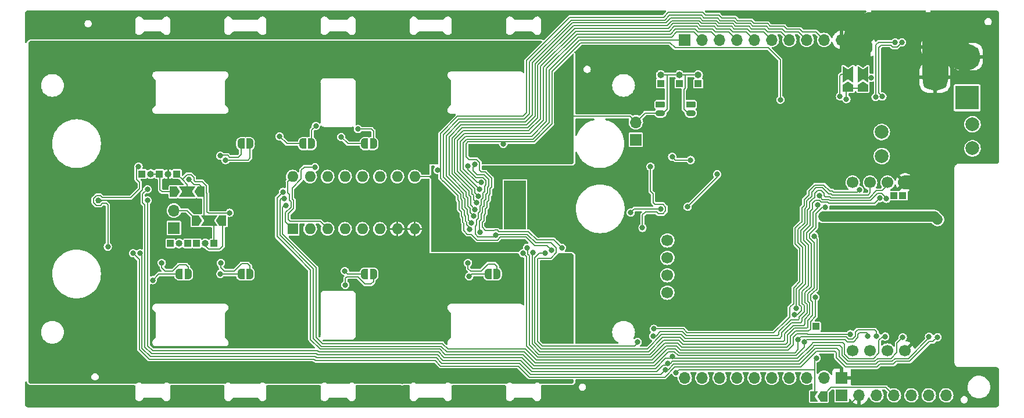
<source format=gbl>
G04 #@! TF.GenerationSoftware,KiCad,Pcbnew,(6.0.5-0)*
G04 #@! TF.CreationDate,2022-08-15T05:52:59+09:00*
G04 #@! TF.ProjectId,qLAMP-main,714c414d-502d-46d6-9169-6e2e6b696361,rev?*
G04 #@! TF.SameCoordinates,Original*
G04 #@! TF.FileFunction,Copper,L2,Bot*
G04 #@! TF.FilePolarity,Positive*
%FSLAX46Y46*%
G04 Gerber Fmt 4.6, Leading zero omitted, Abs format (unit mm)*
G04 Created by KiCad (PCBNEW (6.0.5-0)) date 2022-08-15 05:52:59*
%MOMM*%
%LPD*%
G01*
G04 APERTURE LIST*
G04 Aperture macros list*
%AMRoundRect*
0 Rectangle with rounded corners*
0 $1 Rounding radius*
0 $2 $3 $4 $5 $6 $7 $8 $9 X,Y pos of 4 corners*
0 Add a 4 corners polygon primitive as box body*
4,1,4,$2,$3,$4,$5,$6,$7,$8,$9,$2,$3,0*
0 Add four circle primitives for the rounded corners*
1,1,$1+$1,$2,$3*
1,1,$1+$1,$4,$5*
1,1,$1+$1,$6,$7*
1,1,$1+$1,$8,$9*
0 Add four rect primitives between the rounded corners*
20,1,$1+$1,$2,$3,$4,$5,0*
20,1,$1+$1,$4,$5,$6,$7,0*
20,1,$1+$1,$6,$7,$8,$9,0*
20,1,$1+$1,$8,$9,$2,$3,0*%
%AMFreePoly0*
4,1,6,1.000000,0.000000,0.500000,-0.750000,-0.500000,-0.750000,-0.500000,0.750000,0.500000,0.750000,1.000000,0.000000,1.000000,0.000000,$1*%
%AMFreePoly1*
4,1,7,0.700000,0.000000,1.200000,-0.750000,-1.200000,-0.750000,-0.700000,0.000000,-1.200000,0.750000,1.200000,0.750000,0.700000,0.000000,0.700000,0.000000,$1*%
%AMFreePoly2*
4,1,22,0.500000,-0.750000,0.000000,-0.750000,0.000000,-0.745033,-0.079941,-0.743568,-0.215256,-0.701293,-0.333266,-0.622738,-0.424486,-0.514219,-0.481581,-0.384460,-0.499164,-0.250000,-0.500000,-0.250000,-0.500000,0.250000,-0.499164,0.250000,-0.499963,0.256109,-0.478152,0.396186,-0.417904,0.524511,-0.324060,0.630769,-0.204165,0.706417,-0.067858,0.745374,0.000000,0.744959,0.000000,0.750000,
0.500000,0.750000,0.500000,-0.750000,0.500000,-0.750000,$1*%
%AMFreePoly3*
4,1,20,0.000000,0.744959,0.073905,0.744508,0.209726,0.703889,0.328688,0.626782,0.421226,0.519385,0.479903,0.390333,0.500000,0.250000,0.500000,-0.250000,0.499851,-0.262216,0.476331,-0.402017,0.414519,-0.529596,0.319384,-0.634700,0.198574,-0.708877,0.061801,-0.746166,0.000000,-0.745033,0.000000,-0.750000,-0.500000,-0.750000,-0.500000,0.750000,0.000000,0.750000,0.000000,0.744959,
0.000000,0.744959,$1*%
%AMFreePoly4*
4,1,6,0.500000,-0.750000,-0.650000,-0.750000,-0.150000,0.000000,-0.650000,0.750000,0.500000,0.750000,0.500000,-0.750000,0.500000,-0.750000,$1*%
G04 Aperture macros list end*
G04 #@! TA.AperFunction,ComponentPad*
%ADD10C,2.000000*%
G04 #@! TD*
G04 #@! TA.AperFunction,ComponentPad*
%ADD11C,0.600000*%
G04 #@! TD*
G04 #@! TA.AperFunction,SMDPad,CuDef*
%ADD12R,3.200000X7.100000*%
G04 #@! TD*
G04 #@! TA.AperFunction,ComponentPad*
%ADD13RoundRect,0.225000X-0.475000X0.225000X-0.475000X-0.225000X0.475000X-0.225000X0.475000X0.225000X0*%
G04 #@! TD*
G04 #@! TA.AperFunction,ComponentPad*
%ADD14O,1.400000X0.900000*%
G04 #@! TD*
G04 #@! TA.AperFunction,ComponentPad*
%ADD15R,1.000000X1.000000*%
G04 #@! TD*
G04 #@! TA.AperFunction,ComponentPad*
%ADD16O,1.000000X1.000000*%
G04 #@! TD*
G04 #@! TA.AperFunction,ComponentPad*
%ADD17R,1.700000X1.700000*%
G04 #@! TD*
G04 #@! TA.AperFunction,ComponentPad*
%ADD18O,1.700000X1.700000*%
G04 #@! TD*
G04 #@! TA.AperFunction,ComponentPad*
%ADD19R,3.500000X3.500000*%
G04 #@! TD*
G04 #@! TA.AperFunction,ComponentPad*
%ADD20RoundRect,0.750000X-1.000000X0.750000X-1.000000X-0.750000X1.000000X-0.750000X1.000000X0.750000X0*%
G04 #@! TD*
G04 #@! TA.AperFunction,ComponentPad*
%ADD21RoundRect,0.875000X-0.875000X0.875000X-0.875000X-0.875000X0.875000X-0.875000X0.875000X0.875000X0*%
G04 #@! TD*
G04 #@! TA.AperFunction,ComponentPad*
%ADD22C,1.700000*%
G04 #@! TD*
G04 #@! TA.AperFunction,ComponentPad*
%ADD23O,1.000000X1.800000*%
G04 #@! TD*
G04 #@! TA.AperFunction,ComponentPad*
%ADD24R,1.600000X1.600000*%
G04 #@! TD*
G04 #@! TA.AperFunction,ComponentPad*
%ADD25O,1.600000X1.600000*%
G04 #@! TD*
G04 #@! TA.AperFunction,SMDPad,CuDef*
%ADD26FreePoly0,180.000000*%
G04 #@! TD*
G04 #@! TA.AperFunction,SMDPad,CuDef*
%ADD27FreePoly1,180.000000*%
G04 #@! TD*
G04 #@! TA.AperFunction,SMDPad,CuDef*
%ADD28FreePoly0,0.000000*%
G04 #@! TD*
G04 #@! TA.AperFunction,SMDPad,CuDef*
%ADD29FreePoly2,180.000000*%
G04 #@! TD*
G04 #@! TA.AperFunction,SMDPad,CuDef*
%ADD30FreePoly3,180.000000*%
G04 #@! TD*
G04 #@! TA.AperFunction,SMDPad,CuDef*
%ADD31FreePoly1,0.000000*%
G04 #@! TD*
G04 #@! TA.AperFunction,SMDPad,CuDef*
%ADD32FreePoly2,0.000000*%
G04 #@! TD*
G04 #@! TA.AperFunction,SMDPad,CuDef*
%ADD33FreePoly3,0.000000*%
G04 #@! TD*
G04 #@! TA.AperFunction,SMDPad,CuDef*
%ADD34FreePoly4,180.000000*%
G04 #@! TD*
G04 #@! TA.AperFunction,SMDPad,CuDef*
%ADD35FreePoly0,90.000000*%
G04 #@! TD*
G04 #@! TA.AperFunction,SMDPad,CuDef*
%ADD36FreePoly1,90.000000*%
G04 #@! TD*
G04 #@! TA.AperFunction,SMDPad,CuDef*
%ADD37FreePoly0,270.000000*%
G04 #@! TD*
G04 #@! TA.AperFunction,ViaPad*
%ADD38C,0.800000*%
G04 #@! TD*
G04 #@! TA.AperFunction,Conductor*
%ADD39C,0.210820*%
G04 #@! TD*
G04 #@! TA.AperFunction,Conductor*
%ADD40C,1.524000*%
G04 #@! TD*
G04 #@! TA.AperFunction,Conductor*
%ADD41C,3.810000*%
G04 #@! TD*
G04 #@! TA.AperFunction,Conductor*
%ADD42C,2.032000*%
G04 #@! TD*
G04 APERTURE END LIST*
D10*
X205069999Y-89680009D03*
X205069999Y-93180009D03*
X191850000Y-90800000D03*
X191850000Y-94300000D03*
D11*
X139710000Y-99490000D03*
X138410000Y-104690000D03*
X137110000Y-103390000D03*
X139710000Y-104690000D03*
X138410000Y-102090000D03*
X137110000Y-99490000D03*
X139710000Y-103390000D03*
X139710000Y-100790000D03*
X137110000Y-100790000D03*
X137110000Y-102090000D03*
X138410000Y-103390000D03*
X139710000Y-98190000D03*
X139710000Y-102090000D03*
X138410000Y-100790000D03*
X138410000Y-99490000D03*
X138410000Y-98190000D03*
X137110000Y-104690000D03*
D12*
X138410000Y-101440000D03*
D11*
X137110000Y-98190000D03*
D13*
X164035003Y-86795000D03*
D14*
X164035003Y-88045000D03*
D13*
X159590003Y-86795000D03*
D14*
X159590003Y-88045000D03*
D15*
X165106960Y-83749058D03*
D16*
X165106960Y-82479058D03*
D15*
X162376968Y-83749058D03*
D16*
X162376968Y-82479058D03*
D15*
X159646950Y-83749058D03*
D16*
X159646950Y-82479058D03*
D17*
X156020008Y-91915005D03*
D18*
X156020008Y-89375005D03*
D19*
X204295792Y-85809800D03*
D20*
X204295792Y-79809800D03*
D21*
X199595792Y-82809800D03*
D22*
X187611003Y-98175006D03*
X190151003Y-98175006D03*
X192691003Y-98175006D03*
X195231003Y-98175006D03*
X187611003Y-122675006D03*
X190151003Y-122675006D03*
X192691003Y-122675006D03*
X195231003Y-122675006D03*
X160611003Y-106615006D03*
X160611003Y-109155006D03*
X160611003Y-111695006D03*
X160611003Y-114235006D03*
D23*
X198608282Y-78419792D03*
X198608282Y-74619792D03*
X189968282Y-78419792D03*
X189968282Y-74619792D03*
D17*
X186001000Y-126628000D03*
D18*
X183461000Y-126628000D03*
X180921000Y-126628000D03*
X178381000Y-126628000D03*
X175841000Y-126628000D03*
X173301000Y-126628000D03*
X170761000Y-126628000D03*
X168221000Y-126628000D03*
X165681000Y-126628000D03*
X163141000Y-126628000D03*
D17*
X186000993Y-129200000D03*
D18*
X188540993Y-129200000D03*
X191080993Y-129200000D03*
X193620993Y-129200000D03*
X196160993Y-129200000D03*
X198701000Y-129199996D03*
X201240993Y-129200000D03*
D17*
X163141000Y-77372000D03*
D18*
X165681000Y-77372000D03*
X168221000Y-77372000D03*
X170761000Y-77372000D03*
X173301000Y-77372000D03*
X175841000Y-77372000D03*
X178381000Y-77372000D03*
X180921000Y-77372000D03*
X183461000Y-77372000D03*
X186001000Y-77372000D03*
D24*
X106029989Y-104929991D03*
D25*
X108569989Y-104929991D03*
X111109989Y-104929991D03*
X113649989Y-104929991D03*
X116189989Y-104929991D03*
X118729989Y-104929991D03*
X121269989Y-104929991D03*
X123809989Y-104929991D03*
X123809989Y-97309991D03*
X121269989Y-97309991D03*
X118729989Y-97309991D03*
X116189989Y-97309991D03*
X113649989Y-97309991D03*
X111109989Y-97309991D03*
X108569989Y-97309991D03*
X106029989Y-97309991D03*
D17*
X88719990Y-104785008D03*
D18*
X88719990Y-102245008D03*
D15*
X88240000Y-107050000D03*
X94590009Y-107050012D03*
D26*
X92644980Y-99519994D03*
D27*
X90644980Y-99519994D03*
D28*
X88644980Y-99519994D03*
D29*
X99807211Y-111501633D03*
D30*
X98507211Y-111501633D03*
D15*
X193640989Y-100070006D03*
D29*
X108807211Y-92502066D03*
D30*
X107507211Y-92502066D03*
D15*
X89166011Y-96930033D03*
D28*
X91849994Y-103719999D03*
D31*
X93849994Y-103719999D03*
D26*
X95849994Y-103719999D03*
D29*
X135807211Y-111501633D03*
D30*
X134507211Y-111501633D03*
D32*
X98507211Y-92502066D03*
D33*
X99807211Y-92502066D03*
D26*
X183415000Y-129350000D03*
D34*
X181965000Y-129350000D03*
D15*
X84085995Y-96930009D03*
D16*
X85355995Y-96930009D03*
D29*
X117807211Y-111501633D03*
D30*
X116507211Y-111501633D03*
D35*
X186957487Y-84390005D03*
D36*
X186957487Y-82390005D03*
D37*
X186957487Y-80390005D03*
D29*
X90807211Y-111501633D03*
D30*
X89507211Y-111501633D03*
D15*
X182280001Y-119160011D03*
D29*
X117807211Y-92502066D03*
D30*
X116507211Y-92502066D03*
D15*
X90780000Y-107050000D03*
D16*
X89510000Y-107050000D03*
D15*
X92050000Y-107050000D03*
D16*
X93320000Y-107050000D03*
D15*
X194910989Y-100070006D03*
X86625995Y-96930009D03*
D16*
X87896003Y-96930021D03*
D35*
X189100003Y-84390005D03*
D36*
X189100003Y-82390005D03*
D37*
X189100003Y-80390005D03*
D38*
X182200000Y-114880000D03*
X139580000Y-108485402D03*
X93730000Y-93620000D03*
X126470000Y-124970000D03*
X94420000Y-113270000D03*
X121710000Y-108420000D03*
X125750000Y-118160000D03*
X145090000Y-111280000D03*
X102060000Y-121640000D03*
X112420000Y-124900000D03*
X123520000Y-110440000D03*
X107450000Y-78080000D03*
X113620000Y-108230000D03*
X74660000Y-85910000D03*
X82550000Y-86620000D03*
X102250000Y-110050000D03*
X118360000Y-108370000D03*
X107310000Y-111390000D03*
X102150000Y-94090000D03*
X137220000Y-78800000D03*
X68000000Y-108610000D03*
X146380000Y-80750000D03*
X142700000Y-114450000D03*
X92900000Y-97310000D03*
X125090000Y-111210000D03*
X93370000Y-89850000D03*
X135520000Y-81250000D03*
X96960000Y-88650000D03*
X87680000Y-90840000D03*
X112730000Y-111620000D03*
X90970000Y-96040000D03*
X117830000Y-88210000D03*
X145150000Y-92700000D03*
X70520000Y-123750000D03*
X128150000Y-120590000D03*
X121880000Y-93430000D03*
X83290000Y-80290000D03*
X71320000Y-108870000D03*
X106730000Y-102850000D03*
X107640000Y-114840000D03*
X81980000Y-111330000D03*
X97370000Y-121680000D03*
X100360000Y-99910000D03*
X88970000Y-92840000D03*
X127730000Y-82790000D03*
X87920000Y-78060000D03*
X92940000Y-78990000D03*
X78110000Y-80500000D03*
X107620000Y-121650000D03*
X92870000Y-96040000D03*
X90890000Y-92670000D03*
X97610000Y-109940000D03*
X85920000Y-89140000D03*
X138480000Y-125880000D03*
X125480000Y-104920000D03*
X121680000Y-99180000D03*
X71410000Y-80410000D03*
X85750000Y-110350000D03*
X77800000Y-95400000D03*
X126700000Y-78380000D03*
X111050000Y-113380000D03*
X105870000Y-86000000D03*
X109150000Y-126980000D03*
X125190000Y-85420000D03*
X73590000Y-120110000D03*
X71080000Y-86410000D03*
X120010000Y-118160000D03*
X145830000Y-88490000D03*
X134630000Y-126930000D03*
X105330000Y-110020000D03*
X85710000Y-107600000D03*
X128130000Y-115480000D03*
X91650000Y-110020000D03*
X88240000Y-126860000D03*
X95460000Y-91860000D03*
X90240000Y-88790000D03*
X77010000Y-104300000D03*
X73810000Y-105870000D03*
X78310000Y-117380000D03*
X79910000Y-92620000D03*
X142850000Y-92850000D03*
X136970000Y-115130000D03*
X84590000Y-93630000D03*
X119530000Y-106250000D03*
X75230000Y-127040000D03*
X127020000Y-111330000D03*
X108470000Y-108220000D03*
X103650000Y-82300000D03*
X68170000Y-95470000D03*
X102830000Y-126900000D03*
X111380000Y-101420000D03*
X132250000Y-93070000D03*
X75780000Y-100670000D03*
X120400000Y-85000000D03*
X146360000Y-85990000D03*
X108650000Y-89210000D03*
X117800000Y-115750000D03*
X100370000Y-85760000D03*
X139150000Y-110320000D03*
X95060000Y-126950000D03*
X77480000Y-99030000D03*
X115850000Y-110070000D03*
X119760000Y-101440000D03*
X141030000Y-78100000D03*
X100040000Y-104620000D03*
X127510000Y-127060000D03*
X77850000Y-123540000D03*
X113680000Y-102890000D03*
X82460000Y-78150000D03*
X82090000Y-92630000D03*
X86070000Y-91930000D03*
X97390000Y-115130000D03*
X105350000Y-93970000D03*
X129290000Y-113090000D03*
X85970000Y-124950000D03*
X122000000Y-127140000D03*
X71570000Y-104090000D03*
X112360000Y-94040000D03*
X78070000Y-86490000D03*
X108290000Y-83020000D03*
X106400000Y-124990000D03*
X81720000Y-107340000D03*
X83290000Y-123820000D03*
X144780000Y-89760000D03*
X82020000Y-127010000D03*
X100520000Y-108290000D03*
X80560000Y-120490000D03*
X87630000Y-108400000D03*
X68360000Y-78370000D03*
X77670000Y-114000000D03*
X115530000Y-78130000D03*
X98330000Y-125120000D03*
X122530000Y-115440000D03*
X121800000Y-111770000D03*
X132140000Y-115070000D03*
X101750000Y-98290000D03*
X108820000Y-100570000D03*
X70500000Y-99530000D03*
X114500000Y-93800000D03*
X123110000Y-81330000D03*
X122580000Y-120760000D03*
X130760000Y-111700000D03*
X124700000Y-92700000D03*
X142800000Y-121190000D03*
X146360000Y-121040000D03*
X91100000Y-115220000D03*
X79740000Y-111370000D03*
X96780000Y-106290000D03*
X122470000Y-103720000D03*
X116050000Y-106760000D03*
X132160000Y-78410000D03*
X73580000Y-82570000D03*
X109000000Y-102600000D03*
X110890000Y-80350000D03*
X68260000Y-114610000D03*
X68320000Y-89390000D03*
X117170000Y-99190000D03*
X117380000Y-102980000D03*
X97390000Y-118650000D03*
X111180000Y-107210000D03*
X113710000Y-99670000D03*
X68410000Y-86220000D03*
X130860000Y-125790000D03*
X67990000Y-120200000D03*
X146350000Y-114500000D03*
X125380000Y-98250000D03*
X85790000Y-114520000D03*
X117050000Y-81160000D03*
X138590000Y-93420000D03*
X115880000Y-101040000D03*
X82650000Y-117180000D03*
X96620000Y-108270000D03*
X80550000Y-83470000D03*
X122930000Y-106900000D03*
X107650000Y-118550000D03*
X102040000Y-118570000D03*
X105230000Y-91090000D03*
X79620000Y-108550000D03*
X99220000Y-78140000D03*
X87320000Y-112900000D03*
X115980000Y-126960000D03*
X117770000Y-120790000D03*
X85990000Y-98820000D03*
X91270000Y-125250000D03*
X129570000Y-110360000D03*
X144470000Y-117770000D03*
X129580000Y-80460000D03*
X101670000Y-101710000D03*
X68410000Y-82700000D03*
X68080000Y-102390000D03*
X77920000Y-90000000D03*
X77730000Y-100786902D03*
X82240000Y-95500000D03*
X83660000Y-106800000D03*
X124170000Y-101290000D03*
X118870000Y-125040000D03*
X87690000Y-93520000D03*
X103440000Y-79020000D03*
X142950000Y-111320000D03*
X104270000Y-112440000D03*
X123200000Y-90900000D03*
X91330000Y-101260000D03*
X97380000Y-82330000D03*
X74910000Y-78310000D03*
X84490000Y-91140000D03*
X102510000Y-114620000D03*
X122620000Y-88620000D03*
X73410000Y-99400000D03*
X98650000Y-107360000D03*
X111150000Y-110030000D03*
X113910000Y-90820000D03*
X120720000Y-78410000D03*
X123600000Y-113250000D03*
X71320000Y-117580000D03*
X126610000Y-92700000D03*
X76050000Y-107560000D03*
X128330000Y-88470000D03*
X68050000Y-126830000D03*
X144730000Y-83540000D03*
X103490000Y-88410000D03*
X138840000Y-113250000D03*
X125530000Y-108360000D03*
X110770000Y-90760000D03*
X141110000Y-93470000D03*
X156280000Y-121420000D03*
X183340000Y-103120000D03*
X83578773Y-95827351D03*
X159665189Y-102029642D03*
X182369000Y-123761000D03*
X131584136Y-95762633D03*
X199990000Y-103570000D03*
X155270000Y-102552700D03*
X79100000Y-107540000D03*
X167870000Y-96950000D03*
X163561424Y-101698353D03*
X135578026Y-105825474D03*
X161888761Y-125891630D03*
X132556613Y-95518297D03*
X133318351Y-105386587D03*
X90933915Y-97722495D03*
X145252039Y-107667959D03*
X136710000Y-92536428D03*
X177077500Y-86077500D03*
X158161240Y-95837300D03*
X156990000Y-104772269D03*
X188584328Y-99261270D03*
X158642270Y-119510000D03*
X199980000Y-120710000D03*
X82785647Y-108485402D03*
X83788350Y-108485402D03*
X160301624Y-125475913D03*
X198730000Y-120650000D03*
X194910000Y-120720000D03*
X160664255Y-124528449D03*
X84879970Y-99127767D03*
X182769032Y-100052163D03*
X192538287Y-100540000D03*
X191080000Y-120540000D03*
X104833034Y-100517440D03*
X179655069Y-121063569D03*
X179343944Y-116484357D03*
X192360000Y-120620000D03*
X161312118Y-123524412D03*
X84879970Y-100786902D03*
X179163511Y-117474190D03*
X180606836Y-121379088D03*
X189830000Y-120550000D03*
X104606609Y-99540637D03*
X109278110Y-95931837D03*
X186700000Y-85990000D03*
X161316890Y-94407157D03*
X164003110Y-94881650D03*
X193787300Y-77710030D03*
X190950000Y-85710000D03*
X194790000Y-77707700D03*
X191949379Y-85628418D03*
X207800000Y-94550000D03*
X197190000Y-111120000D03*
X173720000Y-129970000D03*
X159490000Y-85700000D03*
X179990000Y-91990000D03*
X82280000Y-130490000D03*
X122550000Y-76810000D03*
X178880000Y-74840000D03*
X170320000Y-118030000D03*
X194890000Y-109020000D03*
X155720000Y-114690000D03*
X185060000Y-91950000D03*
X188110000Y-125960000D03*
X192050000Y-111100000D03*
X182250000Y-94000000D03*
X198370000Y-127160000D03*
X181830000Y-83360000D03*
X185860000Y-113290000D03*
X115730000Y-76710000D03*
X82150000Y-73800000D03*
X167060000Y-83080000D03*
X174100000Y-101300000D03*
X162290000Y-102720000D03*
X201580000Y-120910000D03*
X129810000Y-130320000D03*
X133410000Y-75140000D03*
X109570000Y-128160000D03*
X200330000Y-105150000D03*
X169400000Y-90120000D03*
X203390000Y-126170000D03*
X175820000Y-98620000D03*
X141880000Y-105800000D03*
X201690000Y-108010000D03*
X177080000Y-108280000D03*
X136520000Y-76860000D03*
X184470000Y-86030000D03*
X207870000Y-86340000D03*
X119410000Y-75270000D03*
X161030000Y-81330000D03*
X173930000Y-85170000D03*
X180780000Y-129320000D03*
X178970000Y-130380000D03*
X162610000Y-89180000D03*
X153960000Y-89690000D03*
X200900000Y-79790000D03*
X88960000Y-130240000D03*
X169780000Y-95090000D03*
X186000000Y-98840000D03*
X115730000Y-73730000D03*
X194610000Y-113510000D03*
X165800000Y-107280000D03*
X207760000Y-78340000D03*
X185870000Y-104930000D03*
X192050000Y-125430000D03*
X159280000Y-117070000D03*
X174770000Y-116390000D03*
X187800000Y-111250000D03*
X175210000Y-92780000D03*
X109520000Y-130350000D03*
X122630000Y-130440000D03*
X169120000Y-84810000D03*
X129820000Y-73750000D03*
X187960000Y-106770000D03*
X133040000Y-129190000D03*
X164430000Y-85230000D03*
X191930000Y-106780000D03*
X192290000Y-130250000D03*
X72010000Y-73700000D03*
X177970000Y-96820000D03*
X153050000Y-78890000D03*
X165870000Y-104410000D03*
X170940000Y-110360000D03*
X126880000Y-101960000D03*
X164510000Y-99540000D03*
X199120000Y-122470000D03*
X202630000Y-130290000D03*
X102730000Y-73740000D03*
X182500000Y-97610000D03*
X144090000Y-97730000D03*
X173830000Y-73800000D03*
X82210000Y-76500000D03*
X122580000Y-73790000D03*
X150410000Y-85170000D03*
X149940000Y-127310000D03*
X160850000Y-78900000D03*
X153480000Y-128230000D03*
X163960000Y-119190000D03*
X199250000Y-108980000D03*
X172340000Y-114250000D03*
X159490000Y-91041650D03*
X146530000Y-129200000D03*
X92160000Y-129370000D03*
X109570000Y-76790000D03*
X89550000Y-73660000D03*
X201310000Y-111490000D03*
X134040000Y-107790000D03*
X160020000Y-103810000D03*
X163230000Y-81130000D03*
X115850000Y-128250000D03*
X185820000Y-109110000D03*
X203460000Y-76370000D03*
X205480000Y-74050000D03*
X179860000Y-99980000D03*
X208100000Y-130010000D03*
X122500000Y-128290000D03*
X157810000Y-78920000D03*
X136590000Y-130440000D03*
X142760000Y-76270000D03*
X190010000Y-104900000D03*
X150010000Y-129640000D03*
X192340000Y-115290000D03*
X207770000Y-90790000D03*
X161660000Y-116050000D03*
X175310000Y-82750000D03*
X166150000Y-94910000D03*
X178370000Y-104880000D03*
X187550000Y-74370000D03*
X183240000Y-74480000D03*
X203980000Y-82920000D03*
X185770000Y-116560000D03*
X147770000Y-87660000D03*
X194650000Y-117060000D03*
X148050000Y-121030000D03*
X197470000Y-130290000D03*
X189970000Y-130260000D03*
X200810000Y-124950000D03*
X189920000Y-109100000D03*
X148050000Y-115490000D03*
X165970000Y-113215000D03*
X175060000Y-105150000D03*
X155750000Y-108640000D03*
X195920000Y-125110000D03*
X95530000Y-130460000D03*
X152750000Y-87580000D03*
X82360000Y-128240000D03*
X179660000Y-127610000D03*
X184600000Y-79550000D03*
X194880000Y-130280000D03*
X106530000Y-129280000D03*
X145430000Y-73800000D03*
X115790000Y-130310000D03*
X197170000Y-106860000D03*
X157470000Y-112580000D03*
X168360000Y-99290000D03*
X129770000Y-76780000D03*
X136500000Y-73860000D03*
X156080000Y-81130000D03*
X188270000Y-78740000D03*
X200840000Y-74310000D03*
X175220000Y-95660000D03*
X167370000Y-88230000D03*
X178980000Y-111680000D03*
X109620000Y-73710000D03*
X166860000Y-85590000D03*
X199090000Y-113210000D03*
X142760000Y-73760000D03*
X106120000Y-75350000D03*
X165070000Y-81130000D03*
X156460000Y-84700000D03*
X207610000Y-82990000D03*
X199090000Y-117060000D03*
X207960000Y-125870000D03*
X95310000Y-73710000D03*
X180720000Y-96450000D03*
X142790000Y-128090000D03*
X102760000Y-128150000D03*
X151220000Y-81450000D03*
X174940000Y-79900000D03*
X185450000Y-96712735D03*
X102780000Y-76800000D03*
X177750000Y-101220000D03*
X152860000Y-98280000D03*
X142730000Y-130490000D03*
X103060000Y-130350000D03*
X193580000Y-126620000D03*
X198150000Y-92260000D03*
X155840000Y-130430000D03*
X92370000Y-75150000D03*
X159600000Y-95200000D03*
X157731806Y-100170122D03*
X164260000Y-90380000D03*
X192200000Y-76260000D03*
X119060000Y-129410000D03*
X184520000Y-82540000D03*
X197960000Y-95860000D03*
X76380000Y-128290000D03*
X196490000Y-76180000D03*
X131290000Y-106940000D03*
X151560000Y-106620000D03*
X156530000Y-87510000D03*
X146040000Y-99930000D03*
X194960000Y-127970000D03*
X170545000Y-82910000D03*
X158720000Y-81500000D03*
X178910000Y-82520000D03*
X176730000Y-129340000D03*
X165250000Y-79300000D03*
X171080000Y-86030000D03*
X171530000Y-79540000D03*
X89430000Y-76540000D03*
X189920000Y-117080000D03*
X161520000Y-87550000D03*
X166900000Y-79760000D03*
X148090000Y-110670000D03*
X71780000Y-130410000D03*
X75910000Y-76770000D03*
X161890000Y-107820000D03*
X161880000Y-85800000D03*
X148910000Y-98280000D03*
X189920000Y-113320000D03*
X67860000Y-76720000D03*
X138480000Y-106833311D03*
X160570000Y-100010000D03*
X175550000Y-119070000D03*
X89000000Y-128320000D03*
X95470000Y-128160000D03*
X185150956Y-93298098D03*
X201640000Y-115070000D03*
X148050000Y-79150000D03*
X159280000Y-110690000D03*
X173120000Y-81090000D03*
X136530000Y-128270000D03*
X199990000Y-130290000D03*
X162290000Y-100820000D03*
X140070000Y-96730000D03*
X95380000Y-76610000D03*
X128939538Y-99930462D03*
X190060000Y-127270000D03*
X147850000Y-89480000D03*
X194760000Y-104560000D03*
X129850000Y-128140000D03*
X126780000Y-98400000D03*
X168880000Y-81200000D03*
X67920000Y-128400000D03*
X177390000Y-94490000D03*
X147840000Y-82490000D03*
X146710000Y-96590000D03*
X157740000Y-106050000D03*
X187840000Y-115180000D03*
X171390000Y-130400000D03*
X178080000Y-115270000D03*
X135630000Y-96720000D03*
X175090000Y-111940000D03*
X194240000Y-73900000D03*
X196990000Y-115200000D03*
X95471387Y-94248198D03*
X95480000Y-111480000D03*
X96850000Y-102580000D03*
X191535954Y-100456332D03*
X158545536Y-120550474D03*
X127149009Y-96345377D03*
X143738455Y-108072631D03*
X190310000Y-82860000D03*
X185773624Y-85606281D03*
X109410000Y-89910000D03*
X115524290Y-90375710D03*
X86960000Y-109901622D03*
X95570000Y-109901622D03*
X113703048Y-113100440D03*
X131570000Y-109901622D03*
X85640000Y-112400000D03*
X113630000Y-111070000D03*
X113100000Y-91530000D03*
X104120000Y-91430000D03*
X131747790Y-111872289D03*
X182030000Y-105970000D03*
X140169320Y-107674161D03*
X183640000Y-101755300D03*
X141054732Y-108382271D03*
X182476794Y-101468394D03*
X142790000Y-108485402D03*
X132824837Y-101108536D03*
X133063649Y-100134687D03*
X133272443Y-99153964D03*
X133490000Y-98175147D03*
X132582266Y-102081455D03*
X132362956Y-103059880D03*
X132090000Y-104050000D03*
X131792506Y-105007554D03*
X187280000Y-120280000D03*
X105067469Y-101492351D03*
X96250000Y-94880000D03*
D39*
X140079999Y-121999999D02*
X140079999Y-108985401D01*
X178533409Y-120598960D02*
X178533408Y-121681425D01*
X160276260Y-121575672D02*
X158197772Y-123654160D01*
X179295910Y-119836460D02*
X178533409Y-120598960D01*
X162119315Y-121575673D02*
X160276260Y-121575672D01*
X181173540Y-119836460D02*
X179295910Y-119836460D01*
X162705201Y-122161559D02*
X162119315Y-121575673D01*
X178053276Y-122161558D02*
X162705201Y-122161559D01*
X182200000Y-117720000D02*
X181471879Y-118448121D01*
X181471879Y-118448121D02*
X181471879Y-119538121D01*
X181471879Y-119538121D02*
X181173540Y-119836460D01*
X141734163Y-123654159D02*
X140079999Y-121999999D01*
X158197772Y-123654160D02*
X141734163Y-123654159D01*
X140079999Y-108985401D02*
X139580000Y-108485402D01*
X178533408Y-121681425D02*
X178053276Y-122161558D01*
X182200000Y-114880000D02*
X182200000Y-117720000D01*
X156020008Y-89375005D02*
X155145003Y-88500000D01*
X160598133Y-87447690D02*
X160598133Y-82496249D01*
X165106960Y-82479058D02*
X162376968Y-82479058D01*
X160000823Y-88045000D02*
X160598133Y-87447690D01*
X164035003Y-88045000D02*
X163624183Y-88045000D01*
X163026873Y-84553127D02*
X163200942Y-84379058D01*
X163026873Y-87447690D02*
X163026873Y-84553127D01*
X163624183Y-88045000D02*
X163026873Y-87447690D01*
X163200942Y-84379058D02*
X163200942Y-82479058D01*
X84171849Y-98834453D02*
X84586656Y-98419646D01*
X85589646Y-98419646D02*
X85990000Y-98820000D01*
X84171849Y-99248151D02*
X84171849Y-98834453D01*
X145840000Y-88500000D02*
X145830000Y-88490000D01*
X155145003Y-88500000D02*
X145840000Y-88500000D01*
X160598133Y-82496249D02*
X160580942Y-82479058D01*
X159590003Y-88045000D02*
X160000823Y-88045000D01*
X84586656Y-98419646D02*
X85179646Y-98419646D01*
X82633098Y-100786902D02*
X84171849Y-99248151D01*
X85179646Y-98419646D02*
X85589646Y-98419646D01*
X162376968Y-82479058D02*
X160580942Y-82479058D01*
X157350013Y-88045000D02*
X159590003Y-88045000D01*
X160580942Y-82479058D02*
X159646950Y-82479058D01*
X77730000Y-100786902D02*
X82633098Y-100786902D01*
X156020008Y-89375005D02*
X157350013Y-88045000D01*
X133071077Y-103353194D02*
X132798121Y-103626150D01*
X144446576Y-107716576D02*
X143651661Y-106921661D01*
X182079121Y-124050879D02*
X182369000Y-123761000D01*
X133980564Y-99447278D02*
X133771770Y-99656072D01*
X144446576Y-108365945D02*
X144446576Y-107716576D01*
X132798121Y-103626150D02*
X132798121Y-104343314D01*
X162310512Y-125469879D02*
X182040121Y-125469879D01*
X163561424Y-101675178D02*
X163561424Y-101698353D01*
X83270000Y-97670000D02*
X83270000Y-96129762D01*
X155860000Y-122000000D02*
X142419336Y-122000000D01*
X78317895Y-100373362D02*
X82461804Y-100373362D01*
X155793058Y-102029642D02*
X155270000Y-102552700D01*
X77021879Y-101080216D02*
X77021879Y-100493588D01*
X83270000Y-96129762D02*
X83276362Y-96129762D01*
X141829749Y-109193523D02*
X143618998Y-109193523D01*
X78317895Y-101200442D02*
X78023314Y-101495023D01*
X161888761Y-125891630D02*
X162310512Y-125469879D01*
X140205392Y-105711661D02*
X135691839Y-105711661D01*
X182040121Y-125469879D02*
X182079121Y-125430879D01*
X141734160Y-121314824D02*
X141734160Y-109289112D01*
X134198121Y-98468461D02*
X133980564Y-98686018D01*
X133771770Y-100428001D02*
X133532958Y-100666813D01*
X78023314Y-101495023D02*
X77436686Y-101495023D01*
X131584136Y-96294136D02*
X132757026Y-97467026D01*
X132798121Y-104343314D02*
X132610230Y-104531205D01*
X181965000Y-129350000D02*
X181965000Y-128895000D01*
X79100000Y-101440000D02*
X78860442Y-101200442D01*
X133532958Y-101401850D02*
X133290387Y-101644421D01*
X83276362Y-96129762D02*
X83578773Y-95827351D01*
X79100000Y-107540000D02*
X79100000Y-101440000D01*
X142419336Y-122000000D02*
X141734160Y-121314824D01*
X133532958Y-100666813D02*
X133532958Y-101401850D01*
X143618998Y-109193523D02*
X144446576Y-108365945D01*
X77436686Y-101495023D02*
X77021879Y-101080216D01*
X133290387Y-102374769D02*
X133071077Y-102594079D01*
X182079121Y-129235879D02*
X182079121Y-125430879D01*
X83752583Y-99082583D02*
X83752583Y-98152583D01*
X132610230Y-104531205D02*
X132610230Y-105679901D01*
X156280000Y-121420000D02*
X156280000Y-121580000D01*
D40*
X199540000Y-103120000D02*
X199990000Y-103570000D01*
D39*
X78860442Y-101200442D02*
X78317895Y-101200442D01*
X77021879Y-100493588D02*
X77436686Y-100078781D01*
X167870000Y-97366602D02*
X163561424Y-101675178D01*
X133771770Y-99656072D02*
X133771770Y-100428001D01*
X133783314Y-97467026D02*
X134198121Y-97881833D01*
D40*
X183340000Y-103120000D02*
X199540000Y-103120000D01*
D39*
X83752583Y-98152583D02*
X83270000Y-97670000D01*
X133071077Y-102594079D02*
X133071077Y-103353194D01*
X134198121Y-97881833D02*
X134198121Y-98468461D01*
X167870000Y-96950000D02*
X167870000Y-97366602D01*
X182079121Y-125430879D02*
X182079121Y-124050879D01*
X77436686Y-100078781D02*
X78023314Y-100078781D01*
X141415393Y-106921661D02*
X140205392Y-105711661D01*
X181965000Y-129350000D02*
X182079121Y-129235879D01*
X132757026Y-97467026D02*
X133783314Y-97467026D01*
X135308792Y-106094708D02*
X135578026Y-105825474D01*
X133980564Y-98686018D02*
X133980564Y-99447278D01*
X135691839Y-105711661D02*
X135578026Y-105825474D01*
X131584136Y-95762633D02*
X131584136Y-96294136D01*
X159665189Y-102029642D02*
X155793058Y-102029642D01*
X141734160Y-109289112D02*
X141829749Y-109193523D01*
X82461804Y-100373362D02*
X83752583Y-99082583D01*
X133025037Y-106094708D02*
X135308792Y-106094708D01*
X132610230Y-105679901D02*
X133025037Y-106094708D01*
X133290387Y-101644421D02*
X133290387Y-102374769D01*
X78023314Y-100078781D02*
X78317895Y-100373362D01*
X156280000Y-121580000D02*
X155860000Y-122000000D01*
X143651661Y-106921661D02*
X141415393Y-106921661D01*
X105314730Y-98025270D02*
X105314730Y-99690000D01*
X134185309Y-99885309D02*
X134394104Y-99676514D01*
X133946498Y-101573143D02*
X133946498Y-100850000D01*
X133211661Y-103797444D02*
X133484617Y-103524487D01*
X105541155Y-99916425D02*
X105541155Y-100720000D01*
X133318351Y-105386587D02*
X133211661Y-105279897D01*
X106030000Y-97310000D02*
X105314730Y-98025270D01*
X134394104Y-99676514D02*
X134394104Y-98860000D01*
X132928321Y-97053487D02*
X132292257Y-96417423D01*
X133211661Y-105279897D02*
X133211661Y-103797444D01*
X104990620Y-102570635D02*
X104990620Y-103890620D01*
X133484617Y-102830000D02*
X133484617Y-102765373D01*
X133703927Y-102546062D02*
X133703927Y-101815715D01*
X133680000Y-97053487D02*
X133612019Y-97053487D01*
X134185309Y-100611189D02*
X134185309Y-99885309D01*
X105541155Y-100720000D02*
X105775590Y-100954435D01*
X133946498Y-100850000D02*
X134185309Y-100611189D01*
X105314730Y-99690000D02*
X105541155Y-99916425D01*
X134394104Y-98860000D02*
X134611661Y-98642443D01*
X133484617Y-103524487D02*
X133484617Y-102830000D01*
X134611660Y-97710538D02*
X133954609Y-97053487D01*
X132292257Y-95940000D02*
X132556613Y-95675644D01*
X133954609Y-97053487D02*
X133680000Y-97053487D01*
X104990620Y-103890620D02*
X106030000Y-104930000D01*
X134611661Y-98642443D02*
X134611660Y-97710538D01*
X133703927Y-101815715D02*
X133946498Y-101573143D01*
X132556613Y-95675644D02*
X132556613Y-95518297D01*
X133612019Y-97053487D02*
X133344907Y-97053487D01*
X133484617Y-102765373D02*
X133703927Y-102546062D01*
X105775590Y-100954435D02*
X105775590Y-101785665D01*
X133344907Y-97053487D02*
X132928321Y-97053487D01*
X105775590Y-101785665D02*
X104990620Y-102570635D01*
X132292257Y-96417423D02*
X132292257Y-95940000D01*
X92644980Y-99519994D02*
X93140000Y-100015014D01*
X92644980Y-99519994D02*
X92644980Y-98694980D01*
X91673284Y-98461864D02*
X90933915Y-97722495D01*
X94590009Y-104460014D02*
X93849994Y-103719999D01*
X92644980Y-98694980D02*
X92411864Y-98461864D01*
X92411864Y-98461864D02*
X91673284Y-98461864D01*
X94590009Y-107050012D02*
X94590009Y-104460014D01*
X93140000Y-100015014D02*
X93140000Y-103010005D01*
X93140000Y-103010005D02*
X93849994Y-103719999D01*
X136052108Y-105298121D02*
X140376686Y-105298121D01*
X133625201Y-104692002D02*
X134075078Y-105141879D01*
X134807644Y-99031293D02*
X134807644Y-99847807D01*
X136698142Y-92241858D02*
X131582976Y-92241858D01*
X134117467Y-102717355D02*
X133898157Y-102936665D01*
X133898157Y-103695780D02*
X133625201Y-103968736D01*
X144092201Y-106508121D02*
X145252039Y-107667959D01*
X141162875Y-92241857D02*
X143811854Y-89592878D01*
X143811854Y-81922980D02*
X147949294Y-77785540D01*
X131728848Y-94810176D02*
X132849927Y-94810176D01*
X135393314Y-105141879D02*
X135417840Y-105117353D01*
X131728848Y-94810176D02*
X131289566Y-94370894D01*
X134360038Y-101744436D02*
X134117467Y-101987007D01*
X131289566Y-94370894D02*
X131289566Y-92535268D01*
X134598849Y-100056602D02*
X134598849Y-100782482D01*
X141586686Y-106508121D02*
X144092201Y-106508121D01*
X136710000Y-92253716D02*
X136698142Y-92241858D01*
X175310121Y-78530121D02*
X177077500Y-80297500D01*
X133898157Y-102936665D02*
X133898157Y-103695780D01*
X133625201Y-103968736D02*
X133625201Y-104692002D01*
X134807644Y-99847807D02*
X134598849Y-100056602D01*
X134360038Y-101021293D02*
X134360038Y-101744436D01*
X177077500Y-80297500D02*
X177077500Y-86077500D01*
X132849927Y-94810176D02*
X133264734Y-95224983D01*
X135025200Y-97539245D02*
X135025201Y-98813736D01*
X147949294Y-77785540D02*
X161010000Y-77785540D01*
X135417840Y-105117353D02*
X135871340Y-105117353D01*
X133264734Y-96394734D02*
X133509947Y-96639947D01*
X143811854Y-89592878D02*
X143811854Y-81922980D01*
X134125902Y-96639947D02*
X135025200Y-97539245D01*
X161010000Y-77785540D02*
X161754581Y-78530121D01*
X135871340Y-105117353D02*
X136052108Y-105298121D01*
X135025201Y-98813736D02*
X134807644Y-99031293D01*
X136710000Y-92536428D02*
X136710000Y-92253716D01*
X134117467Y-101987007D02*
X134117467Y-102717355D01*
X133509947Y-96639947D02*
X134125902Y-96639947D01*
X136698142Y-92241858D02*
X141162875Y-92241857D01*
X131582976Y-92241858D02*
X131289566Y-92535268D01*
X161754581Y-78530121D02*
X175310121Y-78530121D01*
X140376686Y-105298121D02*
X141586686Y-106508121D01*
X134075078Y-105141879D02*
X135393314Y-105141879D01*
X133264734Y-95224983D02*
X133264734Y-96394734D01*
X134598849Y-100782482D02*
X134360038Y-101021293D01*
X188289758Y-99555840D02*
X188584328Y-99261270D01*
X180202171Y-101980000D02*
X180202171Y-101820273D01*
X162975786Y-119507976D02*
X163503905Y-120036095D01*
X184280991Y-99393021D02*
X184639768Y-99393021D01*
X179918760Y-107851240D02*
X179918760Y-107810000D01*
X156990000Y-102900000D02*
X156990000Y-104772269D01*
X179254179Y-104820221D02*
X179807199Y-104267199D01*
X180528054Y-100661199D02*
X181233832Y-99955421D01*
X163561669Y-120093859D02*
X176114340Y-120093859D01*
X158642270Y-119510000D02*
X158644296Y-119507974D01*
X158540000Y-101070000D02*
X158791521Y-101321521D01*
X181233832Y-99955421D02*
X181233833Y-99416259D01*
X177909100Y-118299099D02*
X178455390Y-117752809D01*
X179254180Y-107119781D02*
X179254179Y-104820221D01*
X158161240Y-95837300D02*
X158161240Y-99441240D01*
X159958503Y-101321521D02*
X160373310Y-101736328D01*
X179807199Y-104267199D02*
X180202171Y-103872227D01*
X158791521Y-101321521D02*
X159958503Y-101321521D01*
X159040000Y-102483182D02*
X159000000Y-102443182D01*
X161850000Y-119507975D02*
X162975786Y-119507976D01*
X178455390Y-117752809D02*
X178455390Y-116830433D01*
X183404932Y-98516962D02*
X184280991Y-99393021D01*
X179918760Y-107851240D02*
X179918760Y-107784362D01*
X158540000Y-99820000D02*
X158540000Y-101070000D01*
X181233833Y-99416259D02*
X182133131Y-98516962D01*
X182133131Y-98516962D02*
X183404932Y-98516962D01*
X179010642Y-115816224D02*
X179010642Y-113535532D01*
X157446818Y-102443182D02*
X156990000Y-102900000D01*
X160373310Y-102322956D02*
X159958503Y-102737763D01*
X159000000Y-102443182D02*
X157446818Y-102443182D01*
X158644296Y-119507974D02*
X161850000Y-119507975D01*
X180202171Y-103872227D02*
X180202171Y-101980000D01*
X179918760Y-112627414D02*
X179918760Y-107851240D01*
X163503905Y-120036095D02*
X163561669Y-120093859D01*
X159958503Y-102737763D02*
X159294581Y-102737763D01*
X158161240Y-99441240D02*
X158540000Y-99820000D01*
X180202171Y-101820273D02*
X180528053Y-101494391D01*
X178455390Y-116371476D02*
X179010642Y-115816224D01*
X179010642Y-113535532D02*
X179918760Y-112627414D01*
X180528053Y-101494391D02*
X180528054Y-100661199D01*
X178455390Y-116830433D02*
X178455390Y-116371476D01*
X159294581Y-102737763D02*
X159040000Y-102483182D01*
X179918760Y-107784362D02*
X179254180Y-107119781D01*
X184802587Y-99555840D02*
X188289758Y-99555840D01*
X160373310Y-101736328D02*
X160373310Y-102322956D01*
X184639768Y-99393021D02*
X184802587Y-99555840D01*
X176114340Y-120093859D02*
X177909100Y-118299099D01*
X191558136Y-124660207D02*
X193513302Y-124660206D01*
X83669380Y-122484213D02*
X85112247Y-123927080D01*
X157918939Y-126548939D02*
X160230017Y-126548939D01*
X182075686Y-123052879D02*
X182367325Y-122761240D01*
X83669380Y-109369135D02*
X83669380Y-122484213D01*
X161722617Y-125056339D02*
X180072226Y-125056339D01*
X109342240Y-124121239D02*
X126772238Y-124121239D01*
X191144599Y-125073744D02*
X191558136Y-124660207D01*
X186617411Y-125073746D02*
X191144599Y-125073744D01*
X127602240Y-124951239D02*
X138937401Y-124951239D01*
X140535103Y-126548939D02*
X157918939Y-126548939D01*
X109148080Y-123927080D02*
X109342240Y-124121239D01*
X199320663Y-121369337D02*
X199980000Y-120710000D01*
X198759337Y-121369337D02*
X198764338Y-121364337D01*
X160230017Y-126548939D02*
X161722617Y-125056339D01*
X185011240Y-122761240D02*
X185212262Y-122962262D01*
X193926841Y-124246667D02*
X195882009Y-124246666D01*
X193513302Y-124660206D02*
X193926841Y-124246667D01*
X195882009Y-124246666D02*
X198759337Y-121369337D01*
X185212262Y-122962262D02*
X185212264Y-123668600D01*
X82785647Y-108485402D02*
X83669380Y-109369135D01*
X180072226Y-125056339D02*
X182075686Y-123052879D01*
X182367325Y-122761240D02*
X185011240Y-122761240D01*
X185212264Y-123668600D02*
X186617411Y-125073746D01*
X157918939Y-126548939D02*
X157924090Y-126554090D01*
X138937401Y-124951239D02*
X140535103Y-126548939D01*
X198759337Y-121369337D02*
X199320663Y-121369337D01*
X85112247Y-123927080D02*
X109148080Y-123927080D01*
X126772238Y-124121239D02*
X127602240Y-124951239D01*
X139108695Y-124537699D02*
X127773533Y-124537699D01*
X160718209Y-125475913D02*
X161551324Y-124642799D01*
X185317700Y-122347700D02*
X185625802Y-122655802D01*
X84082920Y-108779972D02*
X83788350Y-108485402D01*
X160301624Y-125475913D02*
X160718209Y-125475913D01*
X127773533Y-124537699D02*
X126943532Y-123707699D01*
X182196032Y-122347700D02*
X185317700Y-122347700D01*
X126943532Y-123707699D02*
X109513533Y-123707699D01*
X109513533Y-123707699D02*
X109319373Y-123513540D01*
X140292855Y-125721858D02*
X139108695Y-124537699D01*
X179900932Y-124642799D02*
X182196032Y-122347700D01*
X185625803Y-123497305D02*
X186788704Y-124660206D01*
X159642138Y-126135399D02*
X160301624Y-125475913D01*
X190973304Y-124660205D02*
X191386842Y-124246667D01*
X161551324Y-124642799D02*
X179900932Y-124642799D01*
X186788704Y-124660206D02*
X190973304Y-124660205D01*
X195710714Y-123833127D02*
X198730000Y-120813841D01*
X140706399Y-126135399D02*
X140292855Y-125721858D01*
X159314529Y-126135399D02*
X140706399Y-126135399D01*
X198730000Y-120813841D02*
X198730000Y-120650000D01*
X85283539Y-123513539D02*
X84082920Y-122312920D01*
X159314529Y-126135399D02*
X159642138Y-126135399D01*
X109319373Y-123513540D02*
X85283539Y-123513539D01*
X185625802Y-122655802D02*
X185625803Y-123497305D01*
X193342009Y-124246666D02*
X193755548Y-123833127D01*
X193755548Y-123833127D02*
X195710714Y-123833127D01*
X191386842Y-124246667D02*
X193342009Y-124246666D01*
X84082920Y-122312920D02*
X84082920Y-108779972D01*
X186039342Y-123326010D02*
X186959999Y-124246667D01*
X84496460Y-101450000D02*
X84171849Y-101125389D01*
X157361859Y-125721859D02*
X140877692Y-125721859D01*
X186959999Y-124246667D02*
X190802009Y-124246666D01*
X161080840Y-124528449D02*
X161380031Y-124229259D01*
X140877692Y-125721859D02*
X139279989Y-124124159D01*
X190802009Y-124246666D02*
X191215548Y-123833127D01*
X160008310Y-124767792D02*
X160424912Y-124767792D01*
X160424912Y-124767792D02*
X160664255Y-124528449D01*
X194070000Y-121560000D02*
X194910000Y-120720000D01*
X127944826Y-124124159D02*
X127114826Y-123294159D01*
X193170714Y-123833127D02*
X194070000Y-122933841D01*
X157361859Y-125721859D02*
X159054243Y-125721859D01*
X109684826Y-123294159D02*
X109490666Y-123100000D01*
X182024737Y-121934160D02*
X185744160Y-121934160D01*
X85455167Y-123100000D02*
X84496460Y-122141293D01*
X186039342Y-122229342D02*
X186039342Y-123326010D01*
X181733097Y-122225800D02*
X182024737Y-121934160D01*
X159054243Y-125721859D02*
X160008310Y-124767792D01*
X185744160Y-121934160D02*
X186039342Y-122229342D01*
X161380031Y-124229259D02*
X179729638Y-124229259D01*
X194070000Y-122933841D02*
X194070000Y-121560000D01*
X84496460Y-122141293D02*
X84496460Y-101450000D01*
X179729638Y-124229259D02*
X181733097Y-122225800D01*
X127114826Y-123294159D02*
X109684826Y-123294159D01*
X139279989Y-124124159D02*
X127944826Y-124124159D01*
X109490666Y-123100000D02*
X85455167Y-123100000D01*
X84171849Y-99835888D02*
X84879970Y-99127767D01*
X191215548Y-123833127D02*
X193170714Y-123833127D01*
X160664255Y-124528449D02*
X161080840Y-124528449D01*
X84171849Y-101125389D02*
X84171849Y-99835888D01*
X190223540Y-100767311D02*
X190223540Y-100786460D01*
X192538287Y-100457230D02*
X191829268Y-99748211D01*
X184267429Y-100796460D02*
X184104609Y-100633640D01*
X192538287Y-100540000D02*
X192538287Y-100457230D01*
X182769032Y-100174364D02*
X182769032Y-100052163D01*
X191242640Y-99748211D02*
X190223540Y-100767311D01*
X183228308Y-100633639D02*
X182941401Y-100346733D01*
X184104609Y-100633640D02*
X183228308Y-100633639D01*
X190213540Y-100796460D02*
X184267429Y-100796460D01*
X182941401Y-100346733D02*
X182769032Y-100174364D01*
X191829268Y-99748211D02*
X191242640Y-99748211D01*
X190223540Y-100786460D02*
X190213540Y-100796460D01*
X158540362Y-124481238D02*
X141391571Y-124481239D01*
X180941593Y-100832494D02*
X180941593Y-101580000D01*
X190151003Y-98175006D02*
X190151003Y-99670180D01*
X179667719Y-104991514D02*
X179667720Y-106948488D01*
X180615711Y-103944289D02*
X180615711Y-104043520D01*
X104163540Y-105864616D02*
X104163540Y-100716460D01*
X180900150Y-120670967D02*
X180047671Y-120670967D01*
X188318121Y-119670000D02*
X190840000Y-119670000D01*
X184468475Y-99806561D02*
X184109698Y-99806561D01*
X180332300Y-112798706D02*
X179424183Y-113706823D01*
X181510855Y-120693540D02*
X186570000Y-120693540D01*
X186986686Y-120988121D02*
X187360000Y-120988121D01*
X179215756Y-122988639D02*
X162362613Y-122988639D01*
X187360000Y-120988121D02*
X187573314Y-120988121D01*
X189851803Y-99969380D02*
X185030000Y-99969380D01*
X190151003Y-98175006D02*
X190151003Y-98661003D01*
X180615711Y-104043520D02*
X179667719Y-104991514D01*
X179667720Y-106948488D02*
X180332300Y-107613068D01*
X188288121Y-119700000D02*
X188318121Y-119670000D01*
X141391571Y-124481239D02*
X139793872Y-122883540D01*
X161776725Y-122402751D02*
X160618849Y-122402751D01*
X104362560Y-100517440D02*
X104833034Y-100517440D01*
X128458705Y-122883539D02*
X127628706Y-122053540D01*
X179424182Y-113706825D02*
X179424182Y-116404119D01*
X190151003Y-99670180D02*
X189851803Y-99969380D01*
X179655069Y-122549326D02*
X179215756Y-122988639D01*
X180047671Y-120670967D02*
X179655069Y-121063569D01*
X180941593Y-101580000D02*
X180941593Y-101665682D01*
X187988121Y-120573314D02*
X187988121Y-120000000D01*
X180922723Y-120693540D02*
X180900150Y-120670967D01*
X184631294Y-99969380D02*
X184468475Y-99806561D01*
X109026461Y-120881295D02*
X109026460Y-110727536D01*
X139793872Y-122883540D02*
X128458705Y-122883539D01*
X110198705Y-122053539D02*
X109026461Y-120881295D01*
X162362613Y-122988639D02*
X161776725Y-122402751D01*
X181647372Y-99587554D02*
X181647372Y-99930144D01*
X160618849Y-122402751D02*
X158540362Y-124481238D01*
X183356569Y-99053431D02*
X183233639Y-98930502D01*
X180615711Y-102334154D02*
X180615711Y-103944289D01*
X104163540Y-100716460D02*
X104362560Y-100517440D01*
X181647372Y-100126714D02*
X180992044Y-100782043D01*
X180992044Y-100782043D02*
X180941593Y-100832494D01*
X184109698Y-99806561D02*
X183356569Y-99053431D01*
X181647372Y-99930144D02*
X181647372Y-100126714D01*
X187573314Y-120988121D02*
X187988121Y-120573314D01*
X180615711Y-101991566D02*
X180615711Y-102334154D01*
X179424182Y-116404119D02*
X179343944Y-116484357D01*
X185030000Y-99969380D02*
X184631294Y-99969380D01*
X179424183Y-113706823D02*
X179424182Y-113706825D01*
X181510855Y-120693540D02*
X180922723Y-120693540D01*
X183233639Y-98930502D02*
X182304424Y-98930502D01*
X109026460Y-110727536D02*
X104163540Y-105864616D01*
X179655069Y-121063569D02*
X179655069Y-122549326D01*
X190840000Y-119670000D02*
X191080000Y-119910000D01*
X127628706Y-122053540D02*
X110198705Y-122053539D01*
X182304424Y-98930502D02*
X181647372Y-99587554D01*
X180332300Y-107613068D02*
X180332300Y-112798706D01*
X191080000Y-119910000D02*
X191080000Y-120540000D01*
X186692105Y-120693540D02*
X186986686Y-120988121D01*
X187988121Y-120000000D02*
X188288121Y-119700000D01*
X186570000Y-120693540D02*
X186692105Y-120693540D01*
X180941593Y-101665682D02*
X180615711Y-101991566D01*
X141048985Y-125308319D02*
X158882949Y-125308319D01*
X161603425Y-123815719D02*
X179400000Y-123815719D01*
X161312118Y-123524412D02*
X161603425Y-123815719D01*
X186452882Y-121782882D02*
X186452882Y-123154717D01*
X192001435Y-120620000D02*
X192360000Y-120620000D01*
X191430000Y-121191435D02*
X192001435Y-120620000D01*
X85620000Y-122680000D02*
X109655499Y-122680000D01*
X190630714Y-123833127D02*
X191400000Y-123063841D01*
X84910000Y-100816932D02*
X84910000Y-121970000D01*
X109856119Y-122880619D02*
X127286117Y-122880619D01*
X128116119Y-123710619D02*
X139451283Y-123710619D01*
X139451283Y-123710619D02*
X141048985Y-125308319D01*
X109655499Y-122680000D02*
X109856119Y-122880619D01*
X186452882Y-123154717D02*
X187131292Y-123833127D01*
X84910000Y-121970000D02*
X85620000Y-122680000D01*
X161016202Y-123820328D02*
X161312118Y-123524412D01*
X191430000Y-123033841D02*
X191430000Y-121191435D01*
X158882949Y-125308319D02*
X160370941Y-123820328D01*
X181853444Y-121520620D02*
X186190620Y-121520620D01*
X127286117Y-122880619D02*
X128116119Y-123710619D01*
X179400000Y-123815719D02*
X179558344Y-123815719D01*
X187131292Y-123833127D02*
X190630714Y-123833127D01*
X84879970Y-100786902D02*
X84910000Y-100816932D01*
X160370941Y-123820328D02*
X161016202Y-123820328D01*
X179558344Y-123815719D02*
X181561804Y-121812260D01*
X186190620Y-121520620D02*
X186452882Y-121782882D01*
X181561804Y-121812260D02*
X181853444Y-121520620D01*
X191400000Y-123063841D02*
X191430000Y-123033841D01*
X181769940Y-100588980D02*
X181355133Y-101003787D01*
X103750000Y-100397246D02*
X103750000Y-106040000D01*
X179837721Y-115590000D02*
X179837721Y-115976714D01*
X180132300Y-116271293D02*
X180132300Y-116863534D01*
X188401661Y-120744607D02*
X188401661Y-120330000D01*
X181697080Y-121107080D02*
X186520811Y-121107080D01*
X192691003Y-98518997D02*
X191875329Y-99334671D01*
X181682149Y-121107080D02*
X181697080Y-121107080D01*
X183620100Y-100220100D02*
X183477153Y-100077153D01*
X188401661Y-120328339D02*
X188646460Y-120083540D01*
X186815391Y-121401660D02*
X187744608Y-121401660D01*
X180745840Y-107441774D02*
X180745840Y-112970000D01*
X188401661Y-120330000D02*
X188401661Y-120328339D01*
X179837721Y-115976714D02*
X180132300Y-116271293D01*
X108612922Y-121052590D02*
X108612920Y-110902920D01*
X182060911Y-99758849D02*
X182060911Y-100298008D01*
X182060911Y-100298008D02*
X181769940Y-100588980D01*
X181355133Y-101003787D02*
X181355133Y-101836975D01*
X180132300Y-116863534D02*
X179521644Y-117474190D01*
X141220278Y-124894779D02*
X139622578Y-123297080D01*
X181029250Y-104214815D02*
X180081259Y-105162807D01*
X181355133Y-101836975D02*
X181029250Y-102162859D01*
X104606609Y-99540637D02*
X103750000Y-100397246D01*
X103750000Y-106040000D02*
X106637080Y-108927080D01*
X127457412Y-122467080D02*
X110027412Y-122467079D01*
X179387050Y-123402179D02*
X162191320Y-123402179D01*
X179837722Y-113878118D02*
X179837721Y-115590000D01*
X180081259Y-106777193D02*
X180745840Y-107441774D01*
X181029250Y-104150000D02*
X181029250Y-104214815D01*
X180878844Y-121107080D02*
X180606836Y-121379088D01*
X183062346Y-99344042D02*
X182475718Y-99344042D01*
X191071347Y-99334671D02*
X191071345Y-99334672D01*
X180606836Y-122182394D02*
X179387050Y-123402179D01*
X189830000Y-120270000D02*
X189830000Y-120550000D01*
X189643540Y-120083540D02*
X189830000Y-120270000D01*
X128287412Y-123297079D02*
X127457412Y-122467080D01*
X183730000Y-100220100D02*
X183620100Y-100220100D01*
X182475718Y-99344042D02*
X182060911Y-99758849D01*
X184297180Y-100220100D02*
X183730000Y-100220100D01*
X184460000Y-100382920D02*
X184297180Y-100220100D01*
X191071345Y-99334672D02*
X190023097Y-100382920D01*
X158711655Y-124894779D02*
X141220278Y-124894779D01*
X186520811Y-121107080D02*
X186815391Y-121401660D01*
X180606836Y-121379088D02*
X180606836Y-122182394D01*
X188646460Y-120083540D02*
X189643540Y-120083540D01*
X179521644Y-117474190D02*
X179163511Y-117474190D01*
X180745840Y-112970000D02*
X179837722Y-113878118D01*
X180081259Y-105162807D02*
X180081259Y-106777193D01*
X106637080Y-108927080D02*
X106637082Y-108927078D01*
X110027412Y-122467079D02*
X108612922Y-121052590D01*
X190023097Y-100382920D02*
X184460000Y-100382920D01*
X183477153Y-99758849D02*
X183062346Y-99344042D01*
X108612920Y-110902920D02*
X106637080Y-108927080D01*
X192691003Y-98175006D02*
X192691003Y-98518997D01*
X187744608Y-121401660D02*
X188401661Y-120744607D01*
X181697080Y-121107080D02*
X180878844Y-121107080D01*
X161605432Y-122816291D02*
X160790143Y-122816291D01*
X160790143Y-122816291D02*
X158711655Y-124894779D01*
X181029250Y-102162859D02*
X181029250Y-104150000D01*
X162191320Y-123402179D02*
X161605432Y-122816291D01*
X139622578Y-123297080D02*
X128287412Y-123297079D01*
X183477153Y-100077153D02*
X183477153Y-99758849D01*
X191875329Y-99334671D02*
X191071347Y-99334671D01*
X105681879Y-103821879D02*
X105404160Y-103544160D01*
X105404160Y-103544160D02*
X105404160Y-102741929D01*
X105404160Y-102741929D02*
X106189129Y-101956960D01*
X106189129Y-101956960D02*
X106189130Y-100783142D01*
X111110000Y-104930000D02*
X110001879Y-103821879D01*
X105954694Y-98952427D02*
X107290000Y-97617121D01*
X107290000Y-97617121D02*
X107290000Y-96370000D01*
X107728163Y-95931837D02*
X109278110Y-95931837D01*
X107290000Y-96370000D02*
X107728163Y-95931837D01*
X110001879Y-103821879D02*
X105681879Y-103821879D01*
X105954694Y-100548705D02*
X105954694Y-98952427D01*
X106189130Y-100783142D02*
X105954694Y-100548705D01*
X186700000Y-85990000D02*
X186700000Y-84647492D01*
X186700000Y-84647492D02*
X186957487Y-84390005D01*
X189100003Y-84390005D02*
X186957487Y-84390005D01*
X161791383Y-94881650D02*
X161316890Y-94407157D01*
X164003110Y-94881650D02*
X161791383Y-94881650D01*
X190990000Y-78100000D02*
X190990000Y-82520000D01*
X193787300Y-77710030D02*
X191379970Y-77710030D01*
X190990000Y-82520000D02*
X190990000Y-82538565D01*
X191018121Y-85641879D02*
X190950000Y-85710000D01*
X191379970Y-77710030D02*
X190990000Y-78100000D01*
X190990000Y-82538565D02*
X191018121Y-82566686D01*
X191018121Y-82566686D02*
X191018121Y-85641879D01*
X193454581Y-78418151D02*
X193160000Y-78123570D01*
X191431660Y-82308120D02*
X191431660Y-85108340D01*
X191746430Y-78123570D02*
X191403540Y-78466460D01*
X194030000Y-78418151D02*
X193454581Y-78418151D01*
X193160000Y-78123570D02*
X191746430Y-78123570D01*
X191431660Y-85108340D02*
X191431660Y-85110699D01*
X194088765Y-78410000D02*
X193930000Y-78410000D01*
X193930000Y-78410000D02*
X194030000Y-78418151D01*
X191403540Y-82280000D02*
X191431660Y-82308120D01*
X191403540Y-78466460D02*
X191403540Y-82280000D01*
X191431660Y-85110699D02*
X191949379Y-85628418D01*
X194790000Y-77707700D02*
X194790000Y-77708765D01*
X194790000Y-77708765D02*
X194088765Y-78410000D01*
D41*
X199595792Y-75984208D02*
X198811584Y-75200000D01*
D39*
X131889877Y-106129215D02*
X132732324Y-106971661D01*
D41*
X170545000Y-88255000D02*
X170545000Y-91215000D01*
D39*
X131327897Y-106129214D02*
X131889877Y-106129215D01*
D41*
X190020000Y-75200000D02*
X187990000Y-77230000D01*
X204295792Y-79809800D02*
X203421384Y-79809800D01*
D42*
X197960000Y-97230000D02*
X197960000Y-95860000D01*
D41*
X165970000Y-102396440D02*
X165970000Y-113215000D01*
X170545000Y-97821440D02*
X170378220Y-97988220D01*
D39*
X130554799Y-105356115D02*
X131327897Y-106129214D01*
X123810000Y-97310000D02*
X126700000Y-97310000D01*
D41*
X170378220Y-97988220D02*
X165970000Y-102396440D01*
X170545000Y-88255000D02*
X170545000Y-97821440D01*
X198811584Y-75200000D02*
X190020000Y-75200000D01*
D39*
X138185430Y-106538741D02*
X138480000Y-106833311D01*
X129356124Y-99930462D02*
X129669543Y-100243881D01*
X130554799Y-104280000D02*
X130554799Y-105356115D01*
X128939538Y-99549538D02*
X128939538Y-99930462D01*
D41*
X199595792Y-82809800D02*
X199595792Y-75984208D01*
D39*
X185150956Y-93298098D02*
X185150956Y-96413691D01*
X130414215Y-104139416D02*
X130554799Y-104280000D01*
D41*
X173630000Y-94490000D02*
X173630000Y-94736440D01*
D39*
X186000000Y-97262735D02*
X185450000Y-96712735D01*
X129669543Y-100875252D02*
X129874291Y-101080000D01*
X130414215Y-103460000D02*
X130414215Y-104139416D01*
X185150956Y-96413691D02*
X185450000Y-96712735D01*
D41*
X177390000Y-94490000D02*
X173630000Y-94490000D01*
D39*
X179660000Y-128730762D02*
X181337368Y-130408130D01*
X129874291Y-101080000D02*
X129874291Y-102297648D01*
D41*
X170545000Y-91215000D02*
X170450000Y-91310000D01*
D39*
X141880000Y-104090000D02*
X146040000Y-99930000D01*
X186000000Y-98840000D02*
X186000000Y-97262735D01*
X126700000Y-97310000D02*
X128647169Y-99257169D01*
X179660000Y-127610000D02*
X179660000Y-128730762D01*
X136018109Y-106971660D02*
X136451028Y-106538741D01*
D41*
X170545000Y-82910000D02*
X170545000Y-88255000D01*
D39*
X130219985Y-102643343D02*
X130219985Y-103265770D01*
D41*
X187990000Y-77230000D02*
X187990000Y-79082285D01*
X170450000Y-91310000D02*
X167370000Y-88230000D01*
D39*
X129874291Y-102297648D02*
X130219985Y-102643343D01*
X197960000Y-92450000D02*
X197960000Y-95860000D01*
D41*
X173630000Y-94490000D02*
X170450000Y-91310000D01*
D39*
X198150000Y-92260000D02*
X197960000Y-92450000D01*
X181337368Y-130408130D02*
X187332863Y-130408130D01*
D41*
X167370000Y-88230000D02*
X167370000Y-86085000D01*
D39*
X128939538Y-99930462D02*
X129356124Y-99930462D01*
X132732324Y-106971661D02*
X136018109Y-106971660D01*
X128647169Y-99257169D02*
X128939538Y-99549538D01*
X186001000Y-126628000D02*
X186001000Y-126660007D01*
X129669543Y-100243881D02*
X129669543Y-100875252D01*
X130219985Y-103265770D02*
X130414215Y-103460000D01*
D41*
X203421384Y-79809800D02*
X199595792Y-75984208D01*
X167370000Y-86085000D02*
X170545000Y-82910000D01*
D39*
X136451028Y-106538741D02*
X138185430Y-106538741D01*
D42*
X197014994Y-98175006D02*
X197960000Y-97230000D01*
D41*
X173630000Y-94736440D02*
X170378220Y-97988220D01*
D42*
X195231003Y-98175006D02*
X197014994Y-98175006D01*
D39*
X141880000Y-105800000D02*
X141880000Y-104090000D01*
X187332863Y-130408130D02*
X188540993Y-129200000D01*
X98507211Y-92502066D02*
X98507211Y-94052789D01*
X96837895Y-94466460D02*
X96543314Y-94171879D01*
X96543314Y-94171879D02*
X95547706Y-94171879D01*
X98507211Y-94052789D02*
X98507211Y-94062789D01*
X98103540Y-94466460D02*
X96837895Y-94466460D01*
X95547706Y-94171879D02*
X95471387Y-94248198D01*
X98507211Y-94062789D02*
X98103540Y-94466460D01*
X95501633Y-111501633D02*
X95480000Y-111480000D01*
X98507211Y-111501633D02*
X95501633Y-111501633D01*
X95849994Y-107406269D02*
X95398130Y-107858133D01*
X95398130Y-107858133D02*
X93808133Y-107858133D01*
X93808133Y-107858133D02*
X93320000Y-107370000D01*
X95849994Y-103719999D02*
X95849994Y-107406269D01*
X93320000Y-107370000D02*
X93320000Y-107050000D01*
X93320000Y-106703779D02*
X93320000Y-107050000D01*
X86698121Y-97002135D02*
X86698121Y-99218121D01*
X86999994Y-99519994D02*
X88644980Y-99519994D01*
X86625995Y-96930009D02*
X86698121Y-97002135D01*
X85355995Y-96930009D02*
X86625995Y-96930009D01*
X86698121Y-99218121D02*
X86999994Y-99519994D01*
X89945000Y-97735000D02*
X90644980Y-98434980D01*
X91227229Y-97014374D02*
X91642036Y-97429181D01*
X89166011Y-96930033D02*
X89166011Y-96956011D01*
X89166011Y-96956011D02*
X89945000Y-97735000D01*
X90644980Y-98434980D02*
X90644980Y-99519994D01*
X89945000Y-97735000D02*
X89945000Y-97709975D01*
X90640601Y-97014374D02*
X91227229Y-97014374D01*
X93453110Y-99680000D02*
X93553539Y-99780429D01*
X91642036Y-97845782D02*
X91844578Y-98048324D01*
X92859072Y-98048324D02*
X93453110Y-98642362D01*
X93771869Y-102661869D02*
X96040000Y-102661869D01*
X96768131Y-102661869D02*
X96850000Y-102580000D01*
X93553539Y-102443539D02*
X93771869Y-102661869D01*
X93453110Y-98642362D02*
X93453110Y-99680000D01*
X89945000Y-97709975D02*
X90640601Y-97014374D01*
X93553539Y-99780429D02*
X93553539Y-102336461D01*
X91844578Y-98048324D02*
X92859072Y-98048324D01*
X93553539Y-102336461D02*
X93553539Y-102443539D01*
X91642036Y-97429181D02*
X91642036Y-97845782D01*
X96040000Y-102661869D02*
X96768131Y-102661869D01*
X190760000Y-101210000D02*
X190782286Y-101210000D01*
X183057014Y-101047179D02*
X183933314Y-101047179D01*
X158545536Y-120550474D02*
X158962122Y-120550474D01*
X180251262Y-114072801D02*
X181159380Y-113164683D01*
X181768673Y-102008269D02*
X181768673Y-101175080D01*
X181442790Y-102334152D02*
X181768673Y-102008269D01*
X181159380Y-113164683D02*
X181159380Y-107270483D01*
X183933314Y-101047179D02*
X184096135Y-101210000D01*
X180545840Y-117034828D02*
X180545840Y-116100000D01*
X162804491Y-119921515D02*
X163390375Y-120507399D01*
X180494799Y-106605900D02*
X180494799Y-105334100D01*
X176662601Y-120507399D02*
X176879250Y-120290750D01*
X163390375Y-120507399D02*
X176662601Y-120507399D01*
X182770108Y-100760273D02*
X183057014Y-101047179D01*
X182183480Y-100760273D02*
X182770108Y-100760273D01*
X176879250Y-120290750D02*
X176879250Y-119913782D01*
X181159380Y-107270483D02*
X180494799Y-106605900D01*
X180251261Y-115805421D02*
X180251262Y-114072801D01*
X187851435Y-101210000D02*
X190760000Y-101210000D01*
X181442790Y-104386109D02*
X181442790Y-102334152D01*
X184096135Y-101210000D02*
X187851435Y-101210000D01*
X190782286Y-101210000D02*
X191535954Y-100456332D01*
X179817719Y-118062281D02*
X179817719Y-117762949D01*
X179697700Y-118182300D02*
X179817719Y-118062281D01*
X159591083Y-119921514D02*
X162804491Y-119921515D01*
X178610733Y-118182300D02*
X179697700Y-118182300D01*
X180545840Y-116100000D02*
X180251261Y-115805421D01*
X180494799Y-105334100D02*
X181442790Y-104386109D01*
X181768673Y-101175080D02*
X182183480Y-100760273D01*
X158962122Y-120550474D02*
X159591083Y-119921514D01*
X179817719Y-117762949D02*
X180545840Y-117034828D01*
X176879250Y-119913782D02*
X178610733Y-118182300D01*
X130287830Y-100905174D02*
X130083083Y-100700427D01*
X140034098Y-106125201D02*
X141244097Y-107335200D01*
X168540000Y-74146182D02*
X168126459Y-73732641D01*
X130633525Y-102472049D02*
X130287831Y-102126355D01*
X170459352Y-74146182D02*
X168540000Y-74146182D01*
X179934172Y-75800339D02*
X178040000Y-75800339D01*
X168126459Y-73732641D02*
X166140000Y-73732641D01*
X127960248Y-97949752D02*
X127941543Y-97949752D01*
X146407315Y-74063681D02*
X140090000Y-80380996D01*
X127149009Y-96345377D02*
X127464623Y-96345377D01*
X127567706Y-90993626D02*
X127567706Y-96242294D01*
X178040000Y-75800339D02*
X177626460Y-75386799D01*
X172828057Y-74559722D02*
X170872892Y-74559722D01*
X177626460Y-75386799D02*
X175610301Y-75386799D01*
X160039241Y-74063680D02*
X146407315Y-74063681D01*
X132903617Y-106558121D02*
X132061171Y-105715675D01*
X132061171Y-105715675D02*
X131499192Y-105715675D01*
X175610301Y-75386799D02*
X175196762Y-74973260D01*
X143080000Y-107335201D02*
X143738455Y-107993656D01*
X170872892Y-74559722D02*
X170459352Y-74146182D01*
X139580000Y-88520000D02*
X130041332Y-88520000D01*
X180347713Y-76213879D02*
X179934172Y-75800339D01*
X135846814Y-106558121D02*
X132903617Y-106558121D01*
X140090000Y-80380996D02*
X140090000Y-88010000D01*
X173241596Y-74973260D02*
X172828057Y-74559722D01*
X130827755Y-103279178D02*
X130633525Y-103084948D01*
X130083083Y-100072587D02*
X127960248Y-97949752D01*
X175196762Y-74973260D02*
X173241596Y-74973260D01*
X160783815Y-73319106D02*
X160039241Y-74063680D01*
X130827755Y-103957421D02*
X130827755Y-103279178D01*
X130041332Y-88520000D02*
X127567706Y-90993626D01*
X130968339Y-105184822D02*
X130968339Y-104098005D01*
X127941543Y-97949752D02*
X127567706Y-97575915D01*
X140090000Y-88010000D02*
X139580000Y-88520000D01*
X130287831Y-102126355D02*
X130287830Y-100905174D01*
X135846814Y-106558121D02*
X136279734Y-106125201D01*
X131499192Y-105715675D02*
X130968339Y-105184822D01*
X165726464Y-73319105D02*
X160783815Y-73319106D01*
X130633525Y-103084948D02*
X130633525Y-102472049D01*
X130083083Y-100700427D02*
X130083083Y-100072587D01*
X182302879Y-76213879D02*
X180347713Y-76213879D01*
X141244097Y-107335200D02*
X143080000Y-107335201D01*
X143738455Y-107993656D02*
X143738455Y-108072631D01*
X130968339Y-104098005D02*
X130827755Y-103957421D01*
X166140000Y-73732641D02*
X165726464Y-73319105D01*
X183461000Y-77372000D02*
X182302879Y-76213879D01*
X127567706Y-97575915D02*
X127567706Y-96242294D01*
X136279734Y-106125201D02*
X140034098Y-106125201D01*
X127464623Y-96345377D02*
X127567706Y-96242294D01*
X189569998Y-82860000D02*
X189100003Y-82390005D01*
X190310000Y-82860000D02*
X189569998Y-82860000D01*
X185949995Y-82390005D02*
X186957487Y-82390005D01*
X185773624Y-85606281D02*
X185773624Y-82566376D01*
X185773624Y-82566376D02*
X185949995Y-82390005D01*
X109410000Y-89910000D02*
X108807211Y-90512789D01*
X108807211Y-90512789D02*
X108807211Y-92502066D01*
X117515710Y-90375710D02*
X117807211Y-90667211D01*
X117807211Y-90667211D02*
X117807211Y-92502066D01*
X115524290Y-90375710D02*
X117515710Y-90375710D01*
X87478093Y-111088093D02*
X88527894Y-111088093D01*
X89435987Y-110180000D02*
X90510000Y-110180000D01*
X86960000Y-110570000D02*
X87478093Y-111088093D01*
X90807211Y-110477211D02*
X90807211Y-111501633D01*
X90510000Y-110180000D02*
X90807211Y-110477211D01*
X86960000Y-109901622D02*
X86960000Y-110570000D01*
X88527894Y-111088093D02*
X89435987Y-110180000D01*
X95570000Y-109901622D02*
X95570000Y-110568565D01*
X97501907Y-111088093D02*
X98580000Y-110010000D01*
X95570000Y-110568565D02*
X96089528Y-111088093D01*
X99490000Y-110010000D02*
X99807211Y-110327211D01*
X99807211Y-110327211D02*
X99807211Y-111501633D01*
X96089528Y-111088093D02*
X97501907Y-111088093D01*
X98580000Y-110010000D02*
X99490000Y-110010000D01*
X116592721Y-112980000D02*
X117430000Y-112980000D01*
X115527894Y-111915173D02*
X116592721Y-112980000D01*
X113914827Y-111915173D02*
X115527894Y-111915173D01*
X113703048Y-112126952D02*
X113914827Y-111915173D01*
X117430000Y-112980000D02*
X117807211Y-112602789D01*
X117807211Y-112602789D02*
X117807211Y-111501633D01*
X113703048Y-113100440D02*
X113703048Y-112126952D01*
X135807211Y-110437211D02*
X135807211Y-111501633D01*
X131570000Y-109901622D02*
X131570000Y-110710943D01*
X135410000Y-110040000D02*
X135807211Y-110437211D01*
X131570000Y-110710943D02*
X131947151Y-111088094D01*
X131947151Y-111088094D02*
X133471906Y-111088094D01*
X133471906Y-111088094D02*
X134520000Y-110040000D01*
X134520000Y-110040000D02*
X135410000Y-110040000D01*
X89507211Y-111501633D02*
X86538367Y-111501633D01*
X86538367Y-111501633D02*
X85640000Y-112400000D01*
X114061633Y-111501633D02*
X113630000Y-111070000D01*
X116507211Y-111501633D02*
X114061633Y-111501633D01*
X116507211Y-92502066D02*
X114072066Y-92502066D01*
X114072066Y-92502066D02*
X113100000Y-91530000D01*
X105192066Y-92502066D02*
X104120000Y-91430000D01*
X107507211Y-92502066D02*
X105192066Y-92502066D01*
X134507211Y-111501633D02*
X132118446Y-111501633D01*
X132118446Y-111501633D02*
X131747790Y-111872289D01*
X140169320Y-107674161D02*
X140288121Y-107792962D01*
X180810000Y-119422920D02*
X180927080Y-119422920D01*
X181786460Y-117548706D02*
X181786460Y-115580000D01*
X178119869Y-120710000D02*
X178119869Y-120427665D01*
X181491879Y-114586686D02*
X181874283Y-114204282D01*
X162876494Y-121748019D02*
X177881981Y-121748019D01*
X140493542Y-121828708D02*
X141905454Y-123240619D01*
X140493539Y-108814107D02*
X140493542Y-121828708D01*
X157846834Y-123240620D02*
X158026478Y-123240620D01*
X156630485Y-123240618D02*
X156630487Y-123240620D01*
X177881981Y-121748019D02*
X178119868Y-121510132D01*
X182400000Y-106340000D02*
X182030000Y-105970000D01*
X158026478Y-123240620D02*
X159993549Y-121273549D01*
X181874283Y-114204282D02*
X182400000Y-113678565D01*
X155710000Y-123240620D02*
X156630485Y-123240618D01*
X181058340Y-118276826D02*
X181786460Y-117548706D01*
X141905454Y-123240619D02*
X155710000Y-123240620D01*
X159993549Y-121273549D02*
X160104965Y-121162133D01*
X160104965Y-121162133D02*
X162290608Y-121162133D01*
X140288121Y-107792962D02*
X140288121Y-108608689D01*
X162290608Y-121162133D02*
X162876494Y-121748019D01*
X140288121Y-108608689D02*
X140493539Y-108814107D01*
X178119868Y-121510132D02*
X178119869Y-120710000D01*
X181786460Y-115580000D02*
X181491879Y-115285419D01*
X181058339Y-118276828D02*
X181058340Y-118276826D01*
X178119869Y-120427665D02*
X179124617Y-119422920D01*
X182400000Y-113678565D02*
X182400000Y-106340000D01*
X179124617Y-119422920D02*
X180810000Y-119422920D01*
X181058339Y-119291661D02*
X181058339Y-118276828D01*
X181491879Y-115285419D02*
X181491879Y-114586686D01*
X180927080Y-119422920D02*
X181058339Y-119291661D01*
X156630487Y-123240620D02*
X157846834Y-123240620D01*
X142076750Y-122827079D02*
X157855185Y-122827079D01*
X177495521Y-121334479D02*
X177706328Y-121123672D01*
X162461901Y-120748593D02*
X163047787Y-121334479D01*
X180460620Y-119009380D02*
X180644799Y-118825201D01*
X181372920Y-117377414D02*
X181372920Y-115751294D01*
X159933672Y-120748593D02*
X162461901Y-120748593D01*
X181684283Y-105314282D02*
X182269870Y-104728695D01*
X183191308Y-101755300D02*
X183640000Y-101755300D01*
X157855185Y-122827079D02*
X159933672Y-120748593D01*
X182269870Y-104728695D02*
X182269870Y-102676738D01*
X178953319Y-119009380D02*
X180460620Y-119009380D01*
X181078340Y-114415391D02*
X181986460Y-113507271D01*
X180644799Y-118825201D02*
X180644799Y-118105535D01*
X182269870Y-102676738D02*
X183191308Y-101755300D01*
X181372920Y-115751294D02*
X181078340Y-115456714D01*
X181321879Y-105676686D02*
X181684283Y-105314282D01*
X140907081Y-121657413D02*
X142076750Y-122827079D01*
X177706329Y-120256370D02*
X178953319Y-119009380D01*
X181986460Y-113507271D02*
X181986460Y-106927895D01*
X141054732Y-108382271D02*
X140907079Y-108529924D01*
X181321879Y-106263314D02*
X181321879Y-105880000D01*
X177706328Y-121123672D02*
X177706329Y-120256370D01*
X163047787Y-121334479D02*
X177495521Y-121334479D01*
X181986460Y-106927895D02*
X181321879Y-106263314D01*
X181078340Y-115456714D02*
X181078340Y-114415391D01*
X140907079Y-108529924D02*
X140907081Y-121657413D01*
X181321879Y-105880000D02*
X181321879Y-105676686D01*
X180644799Y-118105535D02*
X181372920Y-117377414D01*
X182476794Y-101884981D02*
X181856330Y-102505445D01*
X180044160Y-118595840D02*
X178782026Y-118595840D01*
X181572920Y-107099189D02*
X181572920Y-113335977D01*
X180231259Y-117934242D02*
X180231259Y-118408741D01*
X178782026Y-118595840D02*
X178748933Y-118628932D01*
X157683890Y-122413540D02*
X142248041Y-122413539D01*
X180959380Y-117206121D02*
X180231259Y-117934242D01*
X180908339Y-106434607D02*
X181572920Y-107099189D01*
X180908339Y-105850000D02*
X180908339Y-106434607D01*
X180908340Y-105505391D02*
X180908339Y-105850000D01*
X182476794Y-101468394D02*
X182476794Y-101884981D01*
X180959380Y-115922588D02*
X180959380Y-117206121D01*
X180664801Y-114244096D02*
X180664801Y-115628009D01*
X163219081Y-120920939D02*
X162633196Y-120335054D01*
X159762376Y-120335054D02*
X157683890Y-122413540D01*
X162633196Y-120335054D02*
X159762376Y-120335054D01*
X181856330Y-104557401D02*
X180908340Y-105505391D01*
X141953036Y-108485402D02*
X142790000Y-108485402D01*
X181856330Y-102505445D02*
X181856330Y-104557401D01*
X181572920Y-113335977D02*
X180664801Y-114244096D01*
X177292790Y-120085075D02*
X177292789Y-120607211D01*
X142248041Y-122413539D02*
X141320620Y-121486118D01*
X177292789Y-120607211D02*
X176979061Y-120920939D01*
X141320620Y-121486118D02*
X141320620Y-109117818D01*
X180664801Y-115628009D02*
X180959380Y-115922588D01*
X176979061Y-120920939D02*
X163219081Y-120920939D01*
X180231259Y-118408741D02*
X180044160Y-118595840D01*
X178748933Y-118628932D02*
X177292790Y-120085075D01*
X141320620Y-109117818D02*
X141953036Y-108485402D01*
X132355528Y-100639227D02*
X132355528Y-100011400D01*
X142157697Y-81237470D02*
X147263787Y-76131380D01*
X132150783Y-99806655D02*
X132150783Y-99201972D01*
X132150783Y-99201972D02*
X129635406Y-96686595D01*
X167647713Y-76213879D02*
X169602879Y-76213879D01*
X132824837Y-101108536D02*
X132355528Y-100639227D01*
X132355528Y-100011400D02*
X132150783Y-99806655D01*
X165279008Y-75800340D02*
X167234174Y-75800340D01*
X129635406Y-96686595D02*
X129635406Y-91850095D01*
X142157697Y-88866471D02*
X142157697Y-81237470D01*
X160895711Y-76131380D02*
X161640290Y-75386801D01*
X169602879Y-76213879D02*
X170761000Y-77372000D01*
X161640290Y-75386801D02*
X164865469Y-75386801D01*
X130897802Y-90587699D02*
X140477699Y-90587699D01*
X147263787Y-76131380D02*
X160895711Y-76131380D01*
X167234174Y-75800340D02*
X167647713Y-76213879D01*
X164865469Y-75386801D02*
X165279008Y-75800340D01*
X140477699Y-90587699D02*
X140477699Y-90546469D01*
X140477699Y-90546469D02*
X142157697Y-88866471D01*
X129635406Y-91850095D02*
X130897802Y-90587699D01*
X161067005Y-76544920D02*
X147435080Y-76544920D01*
X140648992Y-91001239D02*
X131069096Y-91001239D01*
X131069096Y-91001239D02*
X130048946Y-92021389D01*
X132564322Y-99030677D02*
X132564322Y-99635360D01*
X168221000Y-77372000D02*
X167062879Y-76213879D01*
X130048946Y-96515301D02*
X132564322Y-99030677D01*
X167062879Y-76213879D02*
X165107713Y-76213879D01*
X165107713Y-76213879D02*
X164694174Y-75800340D01*
X142571237Y-89078994D02*
X140648992Y-91001239D01*
X147435080Y-76544920D02*
X142571237Y-81408763D01*
X161811585Y-75800340D02*
X161067005Y-76544920D01*
X142571237Y-81408763D02*
X142571237Y-89078994D01*
X164694174Y-75800340D02*
X161811585Y-75800340D01*
X132564322Y-99635360D02*
X133063649Y-100134687D01*
X130048946Y-92021389D02*
X130048946Y-96515301D01*
X140820285Y-91414779D02*
X142984776Y-89250288D01*
X142984776Y-89250288D02*
X142984776Y-81580058D01*
X130462486Y-92192683D02*
X131240390Y-91414779D01*
X164522879Y-76213879D02*
X165681000Y-77372000D01*
X142984776Y-81580058D02*
X147606374Y-76958460D01*
X133272443Y-99153964D02*
X130462486Y-96344007D01*
X161238298Y-76958460D02*
X161982879Y-76213879D01*
X161982879Y-76213879D02*
X164522879Y-76213879D01*
X147606374Y-76958460D02*
X161238298Y-76958460D01*
X131240390Y-91414779D02*
X140820285Y-91414779D01*
X130462486Y-96344007D02*
X130462486Y-92192683D01*
X147778000Y-77372000D02*
X143398316Y-81751684D01*
X130876026Y-92363974D02*
X130876026Y-96172713D01*
X143398316Y-81751684D02*
X143398315Y-89421583D01*
X163141000Y-77372000D02*
X147778000Y-77372000D01*
X132878460Y-98175147D02*
X133490000Y-98175147D01*
X140991580Y-91828318D02*
X131411682Y-91828318D01*
X130876026Y-96172713D02*
X132878460Y-98175147D01*
X143398315Y-89421583D02*
X140991580Y-91828318D01*
X131411682Y-91828318D02*
X130876026Y-92363974D01*
X140265175Y-90174159D02*
X130726508Y-90174159D01*
X160724417Y-75717840D02*
X147092494Y-75717840D01*
X131737243Y-100015255D02*
X131941988Y-100220000D01*
X129221866Y-91678801D02*
X129221866Y-96857888D01*
X167819008Y-75800340D02*
X167405467Y-75386800D01*
X161468995Y-74973262D02*
X160724417Y-75717840D01*
X165036764Y-74973262D02*
X161468995Y-74973262D01*
X147092494Y-75717840D02*
X141744159Y-81066175D01*
X129221866Y-96857888D02*
X131737243Y-99373266D01*
X141744158Y-88695176D02*
X140265175Y-90174159D01*
X173301000Y-77372000D02*
X172142879Y-76213879D01*
X165450302Y-75386800D02*
X165036764Y-74973262D01*
X131941988Y-100220000D02*
X131941988Y-101441177D01*
X131737243Y-99373266D02*
X131737243Y-100015255D01*
X141744159Y-81066175D02*
X141744158Y-88695176D01*
X169774174Y-75800340D02*
X167819008Y-75800340D01*
X167405467Y-75386800D02*
X165450302Y-75386800D01*
X130726508Y-90174159D02*
X129221866Y-91678801D01*
X170187713Y-76213879D02*
X169774174Y-75800340D01*
X131941988Y-101441177D02*
X132582266Y-102081455D01*
X172142879Y-76213879D02*
X170187713Y-76213879D01*
X131323703Y-99544559D02*
X131323703Y-100186548D01*
X141330619Y-80894879D02*
X146921199Y-75304301D01*
X169945469Y-75386801D02*
X170359008Y-75800340D01*
X128808326Y-97030918D02*
X128808326Y-91507507D01*
X170359008Y-75800340D02*
X172314174Y-75800340D01*
X140093880Y-89760620D02*
X141330619Y-88523881D01*
X131528448Y-100391293D02*
X131528449Y-101612472D01*
X131528449Y-101612472D02*
X131877989Y-101962012D01*
X132362956Y-103059880D02*
X131874145Y-102571069D01*
X146921199Y-75304301D02*
X160553123Y-75304300D01*
X160553123Y-75304300D02*
X161297700Y-74559723D01*
X165208059Y-74559723D02*
X165621596Y-74973260D01*
X131323703Y-100186548D02*
X131528448Y-100391293D01*
X130555213Y-89760620D02*
X140093880Y-89760620D01*
X131874145Y-102571069D02*
X131874145Y-101962012D01*
X167990303Y-75386801D02*
X169945469Y-75386801D01*
X165621596Y-74973260D02*
X167576760Y-74973260D01*
X167576760Y-74973260D02*
X167990303Y-75386801D01*
X128810062Y-97030918D02*
X131323703Y-99544559D01*
X128808326Y-91507507D02*
X130555213Y-89760620D01*
X172727713Y-76213879D02*
X174682879Y-76213879D01*
X128808326Y-97030918D02*
X128810062Y-97030918D01*
X174682879Y-76213879D02*
X175841000Y-77372000D01*
X161297700Y-74559723D02*
X165208059Y-74559723D01*
X141330619Y-88523881D02*
X141330619Y-80894879D01*
X172314174Y-75800340D02*
X172727713Y-76213879D01*
X128394786Y-97214622D02*
X130023009Y-98842845D01*
X161126405Y-74146184D02*
X165379354Y-74146184D01*
X165379354Y-74146184D02*
X165792891Y-74559721D01*
X168161597Y-74973261D02*
X170116762Y-74973261D01*
X130383919Y-89347080D02*
X139922587Y-89347080D01*
X139922587Y-89347080D02*
X140917080Y-88352587D01*
X128394786Y-91336213D02*
X130383919Y-89347080D01*
X140917080Y-80723584D02*
X146749904Y-74890762D01*
X131654835Y-102936592D02*
X131654835Y-103614835D01*
X131114909Y-100562587D02*
X131114910Y-101783767D01*
X130910163Y-100357841D02*
X131114909Y-100562587D01*
X165792891Y-74559721D02*
X167748057Y-74559721D01*
X167748057Y-74559721D02*
X168161597Y-74973261D01*
X175267713Y-76213879D02*
X177222879Y-76213879D01*
X128394786Y-97214622D02*
X128394786Y-91336213D01*
X146749904Y-74890762D02*
X160381829Y-74890760D01*
X131114910Y-101783767D02*
X131460605Y-102129462D01*
X170116762Y-74973261D02*
X170530303Y-75386801D01*
X140917080Y-88352587D02*
X140917080Y-80723584D01*
X131460605Y-102742362D02*
X131654835Y-102936592D01*
X160381829Y-74890760D02*
X161126405Y-74146184D01*
X130037155Y-98842845D02*
X130910163Y-99715853D01*
X172899007Y-75800339D02*
X174854172Y-75800339D01*
X131460605Y-102129462D02*
X131460605Y-102742362D01*
X130023009Y-98842845D02*
X130037155Y-98842845D01*
X177222879Y-76213879D02*
X178381000Y-77372000D01*
X130910163Y-99715853D02*
X130910163Y-100357841D01*
X174854172Y-75800339D02*
X175267713Y-76213879D01*
X172485469Y-75386801D02*
X172899007Y-75800339D01*
X132090000Y-104050000D02*
X131654835Y-103614835D01*
X170530303Y-75386801D02*
X172485469Y-75386801D01*
X131792506Y-105007554D02*
X131792506Y-104762301D01*
X165550649Y-73732645D02*
X165964185Y-74146181D01*
X165964185Y-74146181D02*
X167919350Y-74146181D01*
X127981246Y-97404622D02*
X127981246Y-91164919D01*
X177394172Y-75800339D02*
X177807713Y-76213879D01*
X127999952Y-97404622D02*
X130496623Y-99901293D01*
X172656764Y-74973262D02*
X173070301Y-75386799D01*
X175025465Y-75386799D02*
X175439007Y-75800339D01*
X130701370Y-101955060D02*
X131047065Y-102300755D01*
X146578610Y-74477220D02*
X160210535Y-74477220D01*
X130496623Y-100529134D02*
X130701369Y-100733880D01*
X131047065Y-102300755D02*
X131047065Y-102913655D01*
X131241295Y-103107885D02*
X131241295Y-103786128D01*
X139751295Y-88933539D02*
X140503540Y-88181294D01*
X127981246Y-97404622D02*
X127999952Y-97404622D01*
X168332891Y-74559721D02*
X170288055Y-74559721D01*
X140503540Y-80552290D02*
X146578610Y-74477220D01*
X130701369Y-100733880D02*
X130701370Y-101955060D01*
X177807713Y-76213879D02*
X179762879Y-76213879D01*
X131792506Y-104762301D02*
X131381879Y-104351674D01*
X175439007Y-75800339D02*
X177394172Y-75800339D01*
X130212625Y-88933540D02*
X139751295Y-88933539D01*
X131381879Y-103926712D02*
X131381879Y-104351674D01*
X179762879Y-76213879D02*
X180921000Y-77372000D01*
X131241295Y-103786128D02*
X131381879Y-103926712D01*
X131047065Y-102913655D02*
X131241295Y-103107885D01*
X167919350Y-74146181D02*
X168332891Y-74559721D01*
X173070301Y-75386799D02*
X175025465Y-75386799D01*
X160955110Y-73732645D02*
X165550649Y-73732645D01*
X130496623Y-99901293D02*
X130496623Y-100529134D01*
X170701598Y-74973262D02*
X172656764Y-74973262D01*
X127981246Y-91164919D02*
X130212625Y-88933540D01*
X140503540Y-88181294D02*
X140503540Y-80552290D01*
X160210535Y-74477220D02*
X160955110Y-73732645D01*
X170288055Y-74559721D02*
X170701598Y-74973262D01*
X109440000Y-120710000D02*
X109440000Y-110556242D01*
X162533907Y-122575099D02*
X178224571Y-122575098D01*
X179467203Y-120250000D02*
X178946948Y-120770255D01*
X181060000Y-120250000D02*
X179467203Y-120250000D01*
X141562867Y-124067699D02*
X139965166Y-122470000D01*
X128630000Y-122470000D02*
X127800000Y-121640000D01*
X181090000Y-120280000D02*
X181060000Y-120250000D01*
X160447556Y-121989211D02*
X158369067Y-124067699D01*
X127800000Y-121640000D02*
X110370000Y-121640000D01*
X161948020Y-121989212D02*
X160447556Y-121989211D01*
X178224571Y-122575098D02*
X178946948Y-121852721D01*
X158369067Y-124067699D02*
X141562867Y-124067699D01*
X139965166Y-122470000D02*
X128630000Y-122470000D01*
X104577080Y-101787622D02*
X104872351Y-101492351D01*
X187280000Y-120280000D02*
X181090000Y-120280000D01*
X104577080Y-105693322D02*
X104577080Y-101787622D01*
X109440000Y-110556242D02*
X104577080Y-105693322D01*
X178946948Y-121852721D02*
X178946948Y-120770255D01*
X110370000Y-121640000D02*
X109440000Y-120710000D01*
X104872351Y-101492351D02*
X105067469Y-101492351D01*
X162533907Y-122575099D02*
X161948020Y-121989212D01*
X193620993Y-129200000D02*
X192462872Y-128041879D01*
X184478121Y-128041879D02*
X183415000Y-129105000D01*
X192462872Y-128041879D02*
X184478121Y-128041879D01*
X183415000Y-129105000D02*
X183415000Y-129350000D01*
X90635000Y-102245000D02*
X91849994Y-103459994D01*
X91849994Y-103459994D02*
X91849994Y-103719999D01*
X88720000Y-102245000D02*
X90635000Y-102245000D01*
X96250000Y-94880000D02*
X99540000Y-94880000D01*
X99807211Y-94612789D02*
X99807211Y-92502066D01*
X99540000Y-94880000D02*
X99807211Y-94612789D01*
G04 #@! TA.AperFunction,Conductor*
G36*
X189584265Y-73070502D02*
G01*
X189630758Y-73124158D01*
X189640862Y-73194432D01*
X189611368Y-73259012D01*
X189574519Y-73288162D01*
X189419128Y-73369399D01*
X189408867Y-73376113D01*
X189264409Y-73492260D01*
X189255650Y-73500838D01*
X189136504Y-73642831D01*
X189129574Y-73652951D01*
X189040280Y-73815377D01*
X189035448Y-73826650D01*
X188979402Y-74003330D01*
X188976852Y-74015324D01*
X188960675Y-74159553D01*
X188960282Y-74166577D01*
X188960282Y-74347677D01*
X188964757Y-74362916D01*
X188966147Y-74364121D01*
X188973830Y-74365792D01*
X190958167Y-74365792D01*
X190973406Y-74361317D01*
X190974611Y-74359927D01*
X190976282Y-74352244D01*
X190976282Y-74173135D01*
X190975981Y-74166987D01*
X190962470Y-74029189D01*
X190960087Y-74017154D01*
X190906515Y-73839716D01*
X190901841Y-73828376D01*
X190814822Y-73664715D01*
X190808033Y-73654498D01*
X190690885Y-73510859D01*
X190682241Y-73502155D01*
X190539426Y-73384008D01*
X190529255Y-73377148D01*
X190363152Y-73287336D01*
X190312743Y-73237341D01*
X190297366Y-73168030D01*
X190321902Y-73101408D01*
X190378562Y-73058627D01*
X190423081Y-73050500D01*
X198156144Y-73050500D01*
X198224265Y-73070502D01*
X198270758Y-73124158D01*
X198280862Y-73194432D01*
X198251368Y-73259012D01*
X198214519Y-73288162D01*
X198059128Y-73369399D01*
X198048867Y-73376113D01*
X197904409Y-73492260D01*
X197895650Y-73500838D01*
X197776504Y-73642831D01*
X197769574Y-73652951D01*
X197680280Y-73815377D01*
X197675448Y-73826650D01*
X197619402Y-74003330D01*
X197616852Y-74015324D01*
X197600675Y-74159553D01*
X197600282Y-74166577D01*
X197600282Y-74347677D01*
X197604757Y-74362916D01*
X197606147Y-74364121D01*
X197613830Y-74365792D01*
X199598167Y-74365792D01*
X199613406Y-74361317D01*
X199614611Y-74359927D01*
X199616282Y-74352244D01*
X199616282Y-74173135D01*
X199615981Y-74166987D01*
X199602470Y-74029189D01*
X199600087Y-74017154D01*
X199546515Y-73839716D01*
X199541841Y-73828376D01*
X199454822Y-73664715D01*
X199448033Y-73654498D01*
X199330885Y-73510859D01*
X199322241Y-73502155D01*
X199179426Y-73384008D01*
X199169255Y-73377148D01*
X199003152Y-73287336D01*
X198952743Y-73237341D01*
X198937366Y-73168030D01*
X198961902Y-73101408D01*
X199018562Y-73058627D01*
X199063081Y-73050500D01*
X208489955Y-73050500D01*
X208489955Y-73052077D01*
X208492691Y-73051633D01*
X208500000Y-73054661D01*
X208507623Y-73051504D01*
X208508637Y-73051637D01*
X208508638Y-73051638D01*
X208551563Y-73057289D01*
X208599892Y-73063651D01*
X208631663Y-73072164D01*
X208709428Y-73104376D01*
X208737908Y-73120818D01*
X208804688Y-73172061D01*
X208827939Y-73195312D01*
X208879182Y-73262092D01*
X208895624Y-73290572D01*
X208927836Y-73368337D01*
X208936349Y-73400108D01*
X208941218Y-73437089D01*
X208948069Y-73489134D01*
X208948119Y-73493288D01*
X208945339Y-73500000D01*
X208948284Y-73507108D01*
X208948426Y-73519039D01*
X208948228Y-73520882D01*
X208949500Y-73529727D01*
X208949500Y-94989955D01*
X208947923Y-94989955D01*
X208948367Y-94992691D01*
X208945339Y-95000000D01*
X208948496Y-95007623D01*
X208948363Y-95008637D01*
X208948362Y-95008638D01*
X208945411Y-95031059D01*
X208940398Y-95069141D01*
X208936350Y-95099889D01*
X208927836Y-95131663D01*
X208895624Y-95209428D01*
X208879182Y-95237908D01*
X208827939Y-95304688D01*
X208804688Y-95327939D01*
X208737908Y-95379182D01*
X208709428Y-95395624D01*
X208631663Y-95427836D01*
X208599892Y-95436349D01*
X208531604Y-95445339D01*
X208510866Y-95448069D01*
X208506712Y-95448119D01*
X208500000Y-95445339D01*
X208492892Y-95448284D01*
X208480961Y-95448426D01*
X208479118Y-95448228D01*
X208470273Y-95449500D01*
X203010045Y-95449500D01*
X203010045Y-95447921D01*
X203007305Y-95448365D01*
X203000000Y-95445339D01*
X202997752Y-95446270D01*
X202876727Y-95459907D01*
X202759636Y-95500879D01*
X202753644Y-95504644D01*
X202675524Y-95553730D01*
X202654597Y-95566879D01*
X202566879Y-95654597D01*
X202563113Y-95660591D01*
X202563112Y-95660592D01*
X202538196Y-95700246D01*
X202500879Y-95759636D01*
X202459907Y-95876727D01*
X202446270Y-95997752D01*
X202445339Y-96000000D01*
X202449415Y-96009839D01*
X202448228Y-96020884D01*
X202449500Y-96029727D01*
X202449500Y-124489955D01*
X202447921Y-124489955D01*
X202448365Y-124492695D01*
X202445339Y-124500000D01*
X202446270Y-124502248D01*
X202459907Y-124623273D01*
X202500879Y-124740364D01*
X202504644Y-124746356D01*
X202555908Y-124827942D01*
X202566879Y-124845403D01*
X202654597Y-124933121D01*
X202660591Y-124936887D01*
X202660592Y-124936888D01*
X202716786Y-124972197D01*
X202759636Y-124999121D01*
X202876727Y-125040093D01*
X202997752Y-125053730D01*
X203000000Y-125054661D01*
X203009839Y-125050585D01*
X203020884Y-125051772D01*
X203029727Y-125050500D01*
X208489955Y-125050500D01*
X208489955Y-125052077D01*
X208492691Y-125051633D01*
X208500000Y-125054661D01*
X208507623Y-125051504D01*
X208508637Y-125051637D01*
X208508638Y-125051638D01*
X208551563Y-125057289D01*
X208599892Y-125063651D01*
X208631663Y-125072164D01*
X208709428Y-125104376D01*
X208737908Y-125120818D01*
X208804688Y-125172061D01*
X208827939Y-125195312D01*
X208879182Y-125262092D01*
X208895624Y-125290572D01*
X208927836Y-125368337D01*
X208936349Y-125400108D01*
X208942422Y-125446240D01*
X208948069Y-125489134D01*
X208948119Y-125493288D01*
X208945339Y-125500000D01*
X208948284Y-125507108D01*
X208948426Y-125519039D01*
X208948228Y-125520882D01*
X208949500Y-125529727D01*
X208949500Y-130489955D01*
X208947923Y-130489955D01*
X208948367Y-130492691D01*
X208945339Y-130500000D01*
X208948496Y-130507623D01*
X208948363Y-130508637D01*
X208948362Y-130508638D01*
X208936350Y-130599889D01*
X208927836Y-130631663D01*
X208895624Y-130709428D01*
X208879182Y-130737908D01*
X208827939Y-130804688D01*
X208804688Y-130827939D01*
X208737908Y-130879182D01*
X208709428Y-130895624D01*
X208631663Y-130927836D01*
X208599892Y-130936349D01*
X208531604Y-130945339D01*
X208510866Y-130948069D01*
X208506712Y-130948119D01*
X208500000Y-130945339D01*
X208492892Y-130948284D01*
X208480961Y-130948426D01*
X208479118Y-130948228D01*
X208470273Y-130949500D01*
X67510045Y-130949500D01*
X67510045Y-130947923D01*
X67507309Y-130948367D01*
X67500000Y-130945339D01*
X67492377Y-130948496D01*
X67491363Y-130948363D01*
X67491362Y-130948362D01*
X67448437Y-130942711D01*
X67400108Y-130936349D01*
X67368337Y-130927836D01*
X67290572Y-130895624D01*
X67262092Y-130879182D01*
X67195312Y-130827939D01*
X67172061Y-130804688D01*
X67120818Y-130737908D01*
X67104376Y-130709428D01*
X67072164Y-130631663D01*
X67063650Y-130599889D01*
X67051931Y-130510866D01*
X67051881Y-130506712D01*
X67054661Y-130500000D01*
X67051716Y-130492892D01*
X67051574Y-130480961D01*
X67051772Y-130479118D01*
X67050500Y-130470273D01*
X67050500Y-127284921D01*
X67070502Y-127216800D01*
X67124158Y-127170307D01*
X67194432Y-127160203D01*
X67259012Y-127189697D01*
X67296743Y-127247270D01*
X67319709Y-127320615D01*
X67322671Y-127326039D01*
X67322673Y-127326044D01*
X67326348Y-127332773D01*
X67353735Y-127382927D01*
X67389332Y-127430478D01*
X67569522Y-127610668D01*
X67570779Y-127611797D01*
X67570782Y-127611800D01*
X67584893Y-127624476D01*
X67584903Y-127624484D01*
X67586137Y-127625593D01*
X67587441Y-127626644D01*
X67587447Y-127626649D01*
X67592444Y-127630676D01*
X67607111Y-127642496D01*
X67638873Y-127659111D01*
X67673696Y-127677327D01*
X67679272Y-127680244D01*
X67685210Y-127681987D01*
X67685211Y-127681988D01*
X67698320Y-127685837D01*
X67747393Y-127700246D01*
X67751852Y-127700887D01*
X67751856Y-127700888D01*
X67776791Y-127704473D01*
X67806190Y-127708700D01*
X82976448Y-127708700D01*
X83044569Y-127728702D01*
X83091062Y-127782358D01*
X83101573Y-127849521D01*
X83095967Y-127896849D01*
X83095389Y-127898245D01*
X83099465Y-127908088D01*
X83098279Y-127919137D01*
X83099550Y-127927977D01*
X83099550Y-129488203D01*
X83097968Y-129488203D01*
X83098413Y-129490948D01*
X83095389Y-129498246D01*
X83095897Y-129499473D01*
X83098249Y-129519363D01*
X83098249Y-129519366D01*
X83109514Y-129614613D01*
X83111056Y-129627647D01*
X83156149Y-129749898D01*
X83160274Y-129756072D01*
X83160275Y-129756074D01*
X83216348Y-129840000D01*
X83228537Y-129858244D01*
X83253723Y-129881526D01*
X83316435Y-129939498D01*
X83324220Y-129946695D01*
X83330701Y-129950324D01*
X83330703Y-129950326D01*
X83420097Y-130000388D01*
X83437909Y-130010363D01*
X83445059Y-130012379D01*
X83445061Y-130012380D01*
X83556171Y-130043712D01*
X83556173Y-130043712D01*
X83563321Y-130045728D01*
X83621560Y-130048013D01*
X83686097Y-130050545D01*
X83686100Y-130050545D01*
X83693524Y-130050836D01*
X83813698Y-130026922D01*
X83814035Y-130026855D01*
X83814036Y-130026855D01*
X83821321Y-130025405D01*
X83939649Y-129970840D01*
X84040862Y-129891029D01*
X84042260Y-129890450D01*
X84046333Y-129880613D01*
X84054979Y-129873646D01*
X84060331Y-129866496D01*
X84200315Y-129726512D01*
X84341170Y-129585656D01*
X84403483Y-129551631D01*
X84430266Y-129548751D01*
X86869835Y-129548751D01*
X86937956Y-129568753D01*
X86958930Y-129585656D01*
X87253685Y-129880411D01*
X87252569Y-129881526D01*
X87254819Y-129883148D01*
X87257846Y-129890456D01*
X87258836Y-129890866D01*
X87274999Y-129903607D01*
X87275000Y-129903609D01*
X87311634Y-129932488D01*
X87360386Y-129970920D01*
X87367130Y-129974029D01*
X87471977Y-130022363D01*
X87471979Y-130022364D01*
X87478724Y-130025473D01*
X87578139Y-130045245D01*
X87598956Y-130049385D01*
X87606528Y-130050891D01*
X87736734Y-130045770D01*
X87743883Y-130043754D01*
X87743886Y-130043753D01*
X87854993Y-130012412D01*
X87862147Y-130010394D01*
X87936063Y-129968994D01*
X87969354Y-129950348D01*
X87969357Y-129950346D01*
X87975836Y-129946717D01*
X88032961Y-129893904D01*
X88066063Y-129863301D01*
X88066066Y-129863298D01*
X88071517Y-129858258D01*
X88075656Y-129852063D01*
X88139775Y-129756086D01*
X88139777Y-129756082D01*
X88143903Y-129749906D01*
X88188994Y-129627650D01*
X88204133Y-129499641D01*
X88204711Y-129498245D01*
X88200634Y-129488405D01*
X88201821Y-129477352D01*
X88200550Y-129468515D01*
X88200550Y-127908294D01*
X88202125Y-127908294D01*
X88201682Y-127905560D01*
X88204711Y-127898246D01*
X88204299Y-127897252D01*
X88198645Y-127849520D01*
X88210495Y-127779521D01*
X88258309Y-127727039D01*
X88323770Y-127708700D01*
X95976448Y-127708700D01*
X96044569Y-127728702D01*
X96091062Y-127782358D01*
X96101573Y-127849521D01*
X96095967Y-127896849D01*
X96095389Y-127898245D01*
X96099465Y-127908088D01*
X96098279Y-127919137D01*
X96099550Y-127927977D01*
X96099550Y-129488203D01*
X96097968Y-129488203D01*
X96098413Y-129490948D01*
X96095389Y-129498246D01*
X96095897Y-129499473D01*
X96098249Y-129519363D01*
X96098249Y-129519366D01*
X96109514Y-129614613D01*
X96111056Y-129627647D01*
X96156149Y-129749898D01*
X96160274Y-129756072D01*
X96160275Y-129756074D01*
X96216348Y-129840000D01*
X96228537Y-129858244D01*
X96253723Y-129881526D01*
X96316435Y-129939498D01*
X96324220Y-129946695D01*
X96330701Y-129950324D01*
X96330703Y-129950326D01*
X96420097Y-130000388D01*
X96437909Y-130010363D01*
X96445059Y-130012379D01*
X96445061Y-130012380D01*
X96556171Y-130043712D01*
X96556173Y-130043712D01*
X96563321Y-130045728D01*
X96621560Y-130048013D01*
X96686097Y-130050545D01*
X96686100Y-130050545D01*
X96693524Y-130050836D01*
X96813698Y-130026922D01*
X96814035Y-130026855D01*
X96814036Y-130026855D01*
X96821321Y-130025405D01*
X96939649Y-129970840D01*
X97040862Y-129891029D01*
X97042260Y-129890450D01*
X97046333Y-129880613D01*
X97054979Y-129873646D01*
X97060331Y-129866496D01*
X97200315Y-129726512D01*
X97341170Y-129585656D01*
X97403483Y-129551631D01*
X97430266Y-129548751D01*
X100869835Y-129548751D01*
X100937956Y-129568753D01*
X100958930Y-129585656D01*
X101253685Y-129880411D01*
X101252569Y-129881526D01*
X101254819Y-129883148D01*
X101257846Y-129890456D01*
X101258836Y-129890866D01*
X101274999Y-129903607D01*
X101275000Y-129903609D01*
X101311634Y-129932488D01*
X101360386Y-129970920D01*
X101367130Y-129974029D01*
X101471977Y-130022363D01*
X101471979Y-130022364D01*
X101478724Y-130025473D01*
X101578139Y-130045245D01*
X101598956Y-130049385D01*
X101606528Y-130050891D01*
X101736734Y-130045770D01*
X101743883Y-130043754D01*
X101743886Y-130043753D01*
X101854993Y-130012412D01*
X101862147Y-130010394D01*
X101936063Y-129968994D01*
X101969354Y-129950348D01*
X101969357Y-129950346D01*
X101975836Y-129946717D01*
X102032961Y-129893904D01*
X102066063Y-129863301D01*
X102066066Y-129863298D01*
X102071517Y-129858258D01*
X102075656Y-129852063D01*
X102139775Y-129756086D01*
X102139777Y-129756082D01*
X102143903Y-129749906D01*
X102188994Y-129627650D01*
X102204133Y-129499641D01*
X102204711Y-129498245D01*
X102200634Y-129488405D01*
X102201821Y-129477352D01*
X102200550Y-129468515D01*
X102200550Y-127908294D01*
X102202125Y-127908294D01*
X102201682Y-127905560D01*
X102204711Y-127898246D01*
X102204299Y-127897252D01*
X102198645Y-127849520D01*
X102210495Y-127779521D01*
X102258309Y-127727039D01*
X102323770Y-127708700D01*
X109976448Y-127708700D01*
X110044569Y-127728702D01*
X110091062Y-127782358D01*
X110101573Y-127849521D01*
X110095967Y-127896849D01*
X110095389Y-127898245D01*
X110099465Y-127908088D01*
X110098279Y-127919137D01*
X110099550Y-127927977D01*
X110099550Y-129488203D01*
X110097968Y-129488203D01*
X110098413Y-129490948D01*
X110095389Y-129498246D01*
X110095897Y-129499473D01*
X110098249Y-129519363D01*
X110098249Y-129519366D01*
X110109514Y-129614613D01*
X110111056Y-129627647D01*
X110156149Y-129749898D01*
X110160274Y-129756072D01*
X110160275Y-129756074D01*
X110216348Y-129840000D01*
X110228537Y-129858244D01*
X110253723Y-129881526D01*
X110316435Y-129939498D01*
X110324220Y-129946695D01*
X110330701Y-129950324D01*
X110330703Y-129950326D01*
X110420097Y-130000388D01*
X110437909Y-130010363D01*
X110445059Y-130012379D01*
X110445061Y-130012380D01*
X110556171Y-130043712D01*
X110556173Y-130043712D01*
X110563321Y-130045728D01*
X110621560Y-130048013D01*
X110686097Y-130050545D01*
X110686100Y-130050545D01*
X110693524Y-130050836D01*
X110813698Y-130026922D01*
X110814035Y-130026855D01*
X110814036Y-130026855D01*
X110821321Y-130025405D01*
X110939649Y-129970840D01*
X111040862Y-129891029D01*
X111042260Y-129890450D01*
X111046333Y-129880613D01*
X111054979Y-129873646D01*
X111060331Y-129866496D01*
X111200315Y-129726512D01*
X111341170Y-129585656D01*
X111403483Y-129551631D01*
X111430266Y-129548751D01*
X113869835Y-129548751D01*
X113937956Y-129568753D01*
X113958930Y-129585656D01*
X114253685Y-129880411D01*
X114252569Y-129881526D01*
X114254819Y-129883148D01*
X114257846Y-129890456D01*
X114258836Y-129890866D01*
X114274999Y-129903607D01*
X114275000Y-129903609D01*
X114311634Y-129932488D01*
X114360386Y-129970920D01*
X114367130Y-129974029D01*
X114471977Y-130022363D01*
X114471979Y-130022364D01*
X114478724Y-130025473D01*
X114578139Y-130045245D01*
X114598956Y-130049385D01*
X114606528Y-130050891D01*
X114736734Y-130045770D01*
X114743883Y-130043754D01*
X114743886Y-130043753D01*
X114854993Y-130012412D01*
X114862147Y-130010394D01*
X114936063Y-129968994D01*
X114969354Y-129950348D01*
X114969357Y-129950346D01*
X114975836Y-129946717D01*
X115032961Y-129893904D01*
X115066063Y-129863301D01*
X115066066Y-129863298D01*
X115071517Y-129858258D01*
X115075656Y-129852063D01*
X115139775Y-129756086D01*
X115139777Y-129756082D01*
X115143903Y-129749906D01*
X115188994Y-129627650D01*
X115204133Y-129499641D01*
X115204711Y-129498245D01*
X115200634Y-129488405D01*
X115201821Y-129477352D01*
X115200550Y-129468515D01*
X115200550Y-127908294D01*
X115202125Y-127908294D01*
X115201682Y-127905560D01*
X115204711Y-127898246D01*
X115204299Y-127897252D01*
X115198645Y-127849520D01*
X115210495Y-127779521D01*
X115258309Y-127727039D01*
X115323770Y-127708700D01*
X121770357Y-127708700D01*
X121818574Y-127718291D01*
X121842403Y-127728161D01*
X121850591Y-127729239D01*
X121882759Y-127733474D01*
X122000000Y-127748909D01*
X122008188Y-127747831D01*
X122045651Y-127742899D01*
X122117241Y-127733474D01*
X122149409Y-127729239D01*
X122157597Y-127728161D01*
X122181426Y-127718291D01*
X122229643Y-127708700D01*
X122976448Y-127708700D01*
X123044569Y-127728702D01*
X123091062Y-127782358D01*
X123101573Y-127849521D01*
X123095967Y-127896849D01*
X123095389Y-127898245D01*
X123099465Y-127908088D01*
X123098279Y-127919137D01*
X123099550Y-127927977D01*
X123099550Y-129488203D01*
X123097968Y-129488203D01*
X123098413Y-129490948D01*
X123095389Y-129498246D01*
X123095897Y-129499473D01*
X123098249Y-129519363D01*
X123098249Y-129519366D01*
X123109514Y-129614613D01*
X123111056Y-129627647D01*
X123156149Y-129749898D01*
X123160274Y-129756072D01*
X123160275Y-129756074D01*
X123216348Y-129840000D01*
X123228537Y-129858244D01*
X123253723Y-129881526D01*
X123316435Y-129939498D01*
X123324220Y-129946695D01*
X123330701Y-129950324D01*
X123330703Y-129950326D01*
X123420097Y-130000388D01*
X123437909Y-130010363D01*
X123445059Y-130012379D01*
X123445061Y-130012380D01*
X123556171Y-130043712D01*
X123556173Y-130043712D01*
X123563321Y-130045728D01*
X123621560Y-130048013D01*
X123686097Y-130050545D01*
X123686100Y-130050545D01*
X123693524Y-130050836D01*
X123813698Y-130026922D01*
X123814035Y-130026855D01*
X123814036Y-130026855D01*
X123821321Y-130025405D01*
X123939649Y-129970840D01*
X124040862Y-129891029D01*
X124042260Y-129890450D01*
X124046333Y-129880613D01*
X124054979Y-129873646D01*
X124060331Y-129866496D01*
X124200315Y-129726512D01*
X124341170Y-129585656D01*
X124403483Y-129551631D01*
X124430266Y-129548751D01*
X127869835Y-129548751D01*
X127937956Y-129568753D01*
X127958930Y-129585656D01*
X128253685Y-129880411D01*
X128252569Y-129881526D01*
X128254819Y-129883148D01*
X128257846Y-129890456D01*
X128258836Y-129890866D01*
X128274999Y-129903607D01*
X128275000Y-129903609D01*
X128311634Y-129932488D01*
X128360386Y-129970920D01*
X128367130Y-129974029D01*
X128471977Y-130022363D01*
X128471979Y-130022364D01*
X128478724Y-130025473D01*
X128578139Y-130045245D01*
X128598956Y-130049385D01*
X128606528Y-130050891D01*
X128736734Y-130045770D01*
X128743883Y-130043754D01*
X128743886Y-130043753D01*
X128854993Y-130012412D01*
X128862147Y-130010394D01*
X128936063Y-129968994D01*
X128969354Y-129950348D01*
X128969357Y-129950346D01*
X128975836Y-129946717D01*
X129032961Y-129893904D01*
X129066063Y-129863301D01*
X129066066Y-129863298D01*
X129071517Y-129858258D01*
X129075656Y-129852063D01*
X129139775Y-129756086D01*
X129139777Y-129756082D01*
X129143903Y-129749906D01*
X129188994Y-129627650D01*
X129204133Y-129499641D01*
X129204711Y-129498245D01*
X129200634Y-129488405D01*
X129201821Y-129477352D01*
X129200550Y-129468515D01*
X129200550Y-127908294D01*
X129202125Y-127908294D01*
X129201682Y-127905560D01*
X129204711Y-127898246D01*
X129204299Y-127897252D01*
X129198645Y-127849520D01*
X129210495Y-127779521D01*
X129258309Y-127727039D01*
X129323770Y-127708700D01*
X136976448Y-127708700D01*
X137044569Y-127728702D01*
X137091062Y-127782358D01*
X137101573Y-127849521D01*
X137095967Y-127896849D01*
X137095389Y-127898245D01*
X137099465Y-127908088D01*
X137098279Y-127919137D01*
X137099550Y-127927977D01*
X137099550Y-129488203D01*
X137097968Y-129488203D01*
X137098413Y-129490948D01*
X137095389Y-129498246D01*
X137095897Y-129499473D01*
X137098249Y-129519363D01*
X137098249Y-129519366D01*
X137109514Y-129614613D01*
X137111056Y-129627647D01*
X137156149Y-129749898D01*
X137160274Y-129756072D01*
X137160275Y-129756074D01*
X137216348Y-129840000D01*
X137228537Y-129858244D01*
X137253723Y-129881526D01*
X137316435Y-129939498D01*
X137324220Y-129946695D01*
X137330701Y-129950324D01*
X137330703Y-129950326D01*
X137420097Y-130000388D01*
X137437909Y-130010363D01*
X137445059Y-130012379D01*
X137445061Y-130012380D01*
X137556171Y-130043712D01*
X137556173Y-130043712D01*
X137563321Y-130045728D01*
X137621560Y-130048013D01*
X137686097Y-130050545D01*
X137686100Y-130050545D01*
X137693524Y-130050836D01*
X137813698Y-130026922D01*
X137814035Y-130026855D01*
X137814036Y-130026855D01*
X137821321Y-130025405D01*
X137939649Y-129970840D01*
X138040862Y-129891029D01*
X138042260Y-129890450D01*
X138046333Y-129880613D01*
X138054979Y-129873646D01*
X138060331Y-129866496D01*
X138200315Y-129726512D01*
X138341170Y-129585656D01*
X138403483Y-129551631D01*
X138430266Y-129548751D01*
X140869835Y-129548751D01*
X140937956Y-129568753D01*
X140958930Y-129585656D01*
X141253685Y-129880411D01*
X141252569Y-129881526D01*
X141254819Y-129883148D01*
X141257846Y-129890456D01*
X141258836Y-129890866D01*
X141274999Y-129903607D01*
X141275000Y-129903609D01*
X141311634Y-129932488D01*
X141360386Y-129970920D01*
X141367130Y-129974029D01*
X141471977Y-130022363D01*
X141471979Y-130022364D01*
X141478724Y-130025473D01*
X141578139Y-130045245D01*
X141598956Y-130049385D01*
X141606528Y-130050891D01*
X141736734Y-130045770D01*
X141743883Y-130043754D01*
X141743886Y-130043753D01*
X141854993Y-130012412D01*
X141862147Y-130010394D01*
X141936063Y-129968994D01*
X141969354Y-129950348D01*
X141969357Y-129950346D01*
X141975836Y-129946717D01*
X142032961Y-129893904D01*
X142066063Y-129863301D01*
X142066066Y-129863298D01*
X142071517Y-129858258D01*
X142075656Y-129852063D01*
X142139775Y-129756086D01*
X142139777Y-129756082D01*
X142143903Y-129749906D01*
X142188994Y-129627650D01*
X142204133Y-129499641D01*
X142204711Y-129498245D01*
X142200634Y-129488405D01*
X142201821Y-129477352D01*
X142200550Y-129468515D01*
X142200550Y-128000000D01*
X147705965Y-128000000D01*
X147724026Y-128137183D01*
X147776976Y-128265017D01*
X147812397Y-128311178D01*
X147856180Y-128368238D01*
X147856183Y-128368241D01*
X147861209Y-128374791D01*
X147867759Y-128379817D01*
X147867760Y-128379818D01*
X147921757Y-128421252D01*
X147970982Y-128459024D01*
X147978611Y-128462184D01*
X148091189Y-128508815D01*
X148091193Y-128508816D01*
X148098817Y-128511974D01*
X148106997Y-128513051D01*
X148107001Y-128513052D01*
X148227812Y-128528957D01*
X148236000Y-128530035D01*
X148244188Y-128528957D01*
X148364999Y-128513052D01*
X148365003Y-128513051D01*
X148373183Y-128511974D01*
X148380807Y-128508816D01*
X148380811Y-128508815D01*
X148493389Y-128462184D01*
X148501018Y-128459024D01*
X148550243Y-128421252D01*
X148604240Y-128379818D01*
X148604241Y-128379817D01*
X148610791Y-128374791D01*
X148615817Y-128368241D01*
X148615820Y-128368238D01*
X148659603Y-128311178D01*
X148695024Y-128265017D01*
X148747974Y-128137183D01*
X148766035Y-128000000D01*
X148747974Y-127862817D01*
X148695024Y-127734983D01*
X148645707Y-127670712D01*
X148615820Y-127631762D01*
X148615817Y-127631759D01*
X148610791Y-127625209D01*
X148600263Y-127617130D01*
X148507568Y-127546002D01*
X148501018Y-127540976D01*
X148493389Y-127537816D01*
X148380811Y-127491185D01*
X148380807Y-127491184D01*
X148373183Y-127488026D01*
X148365003Y-127486949D01*
X148364999Y-127486948D01*
X148244188Y-127471043D01*
X148236000Y-127469965D01*
X148098817Y-127488026D01*
X147970983Y-127540976D01*
X147861209Y-127625209D01*
X147776976Y-127734983D01*
X147724026Y-127862817D01*
X147705965Y-128000000D01*
X142200550Y-128000000D01*
X142200550Y-127908294D01*
X142202125Y-127908294D01*
X142201682Y-127905560D01*
X142204711Y-127898246D01*
X142204299Y-127897252D01*
X142198645Y-127849520D01*
X142210495Y-127779521D01*
X142258309Y-127727039D01*
X142323770Y-127708700D01*
X142638114Y-127708700D01*
X142639084Y-127708668D01*
X142639099Y-127708668D01*
X142650762Y-127708286D01*
X142650771Y-127708286D01*
X142651765Y-127708253D01*
X142652785Y-127708186D01*
X142652788Y-127708186D01*
X142667180Y-127707243D01*
X142667205Y-127707241D01*
X142668211Y-127707175D01*
X142675837Y-127706424D01*
X142680767Y-127705939D01*
X142680779Y-127705938D01*
X142681801Y-127705837D01*
X142773556Y-127693757D01*
X142806444Y-127693757D01*
X142898199Y-127705837D01*
X142899221Y-127705938D01*
X142899233Y-127705939D01*
X142904163Y-127706424D01*
X142911789Y-127707175D01*
X142912795Y-127707241D01*
X142912820Y-127707243D01*
X142927212Y-127708186D01*
X142927215Y-127708186D01*
X142928235Y-127708253D01*
X142929229Y-127708286D01*
X142929238Y-127708286D01*
X142940901Y-127708668D01*
X142940916Y-127708668D01*
X142941886Y-127708700D01*
X146693810Y-127708700D01*
X146695465Y-127708611D01*
X146695477Y-127708611D01*
X146714435Y-127707595D01*
X146716115Y-127707505D01*
X146717792Y-127707325D01*
X146717801Y-127707324D01*
X146736740Y-127705288D01*
X146736741Y-127705288D01*
X146742898Y-127704626D01*
X146800575Y-127686566D01*
X146814711Y-127682140D01*
X146814714Y-127682139D01*
X146820615Y-127680291D01*
X146826039Y-127677329D01*
X146826044Y-127677327D01*
X146878975Y-127648423D01*
X146882927Y-127646265D01*
X146922288Y-127616799D01*
X146926865Y-127613373D01*
X146926867Y-127613371D01*
X146930478Y-127610668D01*
X147110668Y-127430478D01*
X147125593Y-127413863D01*
X147142496Y-127392889D01*
X147180244Y-127320728D01*
X147200246Y-127252607D01*
X147201014Y-127247270D01*
X147206891Y-127206389D01*
X147208700Y-127193810D01*
X147208700Y-126984049D01*
X147228702Y-126915928D01*
X147282358Y-126869435D01*
X147334700Y-126858049D01*
X157851297Y-126858049D01*
X157880391Y-126861454D01*
X157908729Y-126868179D01*
X157920258Y-126866610D01*
X157920259Y-126866610D01*
X157968615Y-126860029D01*
X157974707Y-126859200D01*
X157991697Y-126858049D01*
X160175998Y-126858049D01*
X160178941Y-126858265D01*
X160184079Y-126860029D01*
X160195703Y-126859593D01*
X160195705Y-126859593D01*
X160234449Y-126858138D01*
X160239176Y-126858049D01*
X160258764Y-126858049D01*
X160263590Y-126857150D01*
X160267457Y-126856899D01*
X160287523Y-126856146D01*
X160287526Y-126856145D01*
X160299150Y-126855709D01*
X160309839Y-126851116D01*
X160313493Y-126850293D01*
X160328284Y-126845800D01*
X160331785Y-126844449D01*
X160343223Y-126842319D01*
X160353128Y-126836214D01*
X160353132Y-126836212D01*
X160365033Y-126828876D01*
X160381407Y-126820370D01*
X160404952Y-126810254D01*
X160409980Y-126806124D01*
X160412467Y-126803637D01*
X160412710Y-126803445D01*
X160414430Y-126801885D01*
X160414536Y-126802002D01*
X160425208Y-126793565D01*
X160431347Y-126787999D01*
X160441249Y-126781895D01*
X160458430Y-126759301D01*
X160469631Y-126746473D01*
X161128093Y-126088011D01*
X161190405Y-126053985D01*
X161261220Y-126059050D01*
X161318056Y-126101597D01*
X161333597Y-126128889D01*
X161358268Y-126188452D01*
X161358271Y-126188456D01*
X161361430Y-126196084D01*
X161458197Y-126322194D01*
X161584306Y-126418961D01*
X161607285Y-126428479D01*
X161723534Y-126476631D01*
X161723537Y-126476632D01*
X161731164Y-126479791D01*
X161888761Y-126500539D01*
X161940372Y-126493744D01*
X162010520Y-126504683D01*
X162063619Y-126551811D01*
X162080826Y-126613341D01*
X162082305Y-126613217D01*
X162099080Y-126812994D01*
X162099081Y-126812999D01*
X162099596Y-126819133D01*
X162126191Y-126911878D01*
X162146886Y-126984049D01*
X162156555Y-127017770D01*
X162251010Y-127201560D01*
X162254835Y-127206386D01*
X162254837Y-127206389D01*
X162345461Y-127320728D01*
X162379364Y-127363503D01*
X162384057Y-127367497D01*
X162384058Y-127367498D01*
X162493865Y-127460950D01*
X162536730Y-127497431D01*
X162717111Y-127598243D01*
X162913639Y-127662099D01*
X163118826Y-127686566D01*
X163124961Y-127686094D01*
X163124963Y-127686094D01*
X163318715Y-127671185D01*
X163318718Y-127671184D01*
X163324858Y-127670712D01*
X163523887Y-127615143D01*
X163708332Y-127521973D01*
X163735899Y-127500436D01*
X163866307Y-127398550D01*
X163866308Y-127398549D01*
X163871168Y-127394752D01*
X163990131Y-127256931D01*
X164002167Y-127242987D01*
X164002167Y-127242986D01*
X164006191Y-127238325D01*
X164108260Y-127058652D01*
X164173486Y-126862575D01*
X164199385Y-126657563D01*
X164199798Y-126628000D01*
X164179633Y-126422345D01*
X164164169Y-126371124D01*
X164121688Y-126230422D01*
X164119907Y-126224523D01*
X164071401Y-126133296D01*
X164025789Y-126047512D01*
X164025787Y-126047509D01*
X164022895Y-126042070D01*
X164019005Y-126037300D01*
X164019002Y-126037296D01*
X163976044Y-125984625D01*
X163948490Y-125919193D01*
X163960685Y-125849252D01*
X164008758Y-125797007D01*
X164073687Y-125778989D01*
X164747630Y-125778989D01*
X164815751Y-125798991D01*
X164862244Y-125852647D01*
X164872348Y-125922921D01*
X164844152Y-125985980D01*
X164807371Y-126029814D01*
X164804408Y-126035203D01*
X164804405Y-126035208D01*
X164712362Y-126202635D01*
X164707821Y-126210895D01*
X164645339Y-126407864D01*
X164644653Y-126413981D01*
X164644652Y-126413985D01*
X164637271Y-126479791D01*
X164622305Y-126613217D01*
X164622821Y-126619361D01*
X164639080Y-126812994D01*
X164639081Y-126812999D01*
X164639596Y-126819133D01*
X164666191Y-126911878D01*
X164686886Y-126984049D01*
X164696555Y-127017770D01*
X164791010Y-127201560D01*
X164794835Y-127206386D01*
X164794837Y-127206389D01*
X164885461Y-127320728D01*
X164919364Y-127363503D01*
X164924057Y-127367497D01*
X164924058Y-127367498D01*
X165033865Y-127460950D01*
X165076730Y-127497431D01*
X165257111Y-127598243D01*
X165453639Y-127662099D01*
X165658826Y-127686566D01*
X165664961Y-127686094D01*
X165664963Y-127686094D01*
X165858715Y-127671185D01*
X165858718Y-127671184D01*
X165864858Y-127670712D01*
X166063887Y-127615143D01*
X166248332Y-127521973D01*
X166275899Y-127500436D01*
X166406307Y-127398550D01*
X166406308Y-127398549D01*
X166411168Y-127394752D01*
X166530131Y-127256931D01*
X166542167Y-127242987D01*
X166542167Y-127242986D01*
X166546191Y-127238325D01*
X166648260Y-127058652D01*
X166713486Y-126862575D01*
X166739385Y-126657563D01*
X166739798Y-126628000D01*
X166719633Y-126422345D01*
X166704169Y-126371124D01*
X166661688Y-126230422D01*
X166659907Y-126224523D01*
X166611401Y-126133296D01*
X166565789Y-126047512D01*
X166565787Y-126047509D01*
X166562895Y-126042070D01*
X166559005Y-126037300D01*
X166559002Y-126037296D01*
X166516044Y-125984625D01*
X166488490Y-125919193D01*
X166500685Y-125849252D01*
X166548758Y-125797007D01*
X166613687Y-125778989D01*
X167287630Y-125778989D01*
X167355751Y-125798991D01*
X167402244Y-125852647D01*
X167412348Y-125922921D01*
X167384152Y-125985980D01*
X167347371Y-126029814D01*
X167344408Y-126035203D01*
X167344405Y-126035208D01*
X167252362Y-126202635D01*
X167247821Y-126210895D01*
X167185339Y-126407864D01*
X167184653Y-126413981D01*
X167184652Y-126413985D01*
X167177271Y-126479791D01*
X167162305Y-126613217D01*
X167162821Y-126619361D01*
X167179080Y-126812994D01*
X167179081Y-126812999D01*
X167179596Y-126819133D01*
X167206191Y-126911878D01*
X167226886Y-126984049D01*
X167236555Y-127017770D01*
X167331010Y-127201560D01*
X167334835Y-127206386D01*
X167334837Y-127206389D01*
X167425461Y-127320728D01*
X167459364Y-127363503D01*
X167464057Y-127367497D01*
X167464058Y-127367498D01*
X167573865Y-127460950D01*
X167616730Y-127497431D01*
X167797111Y-127598243D01*
X167993639Y-127662099D01*
X168198826Y-127686566D01*
X168204961Y-127686094D01*
X168204963Y-127686094D01*
X168398715Y-127671185D01*
X168398718Y-127671184D01*
X168404858Y-127670712D01*
X168603887Y-127615143D01*
X168788332Y-127521973D01*
X168815899Y-127500436D01*
X168946307Y-127398550D01*
X168946308Y-127398549D01*
X168951168Y-127394752D01*
X169070131Y-127256931D01*
X169082167Y-127242987D01*
X169082167Y-127242986D01*
X169086191Y-127238325D01*
X169188260Y-127058652D01*
X169253486Y-126862575D01*
X169279385Y-126657563D01*
X169279798Y-126628000D01*
X169259633Y-126422345D01*
X169244169Y-126371124D01*
X169201688Y-126230422D01*
X169199907Y-126224523D01*
X169151401Y-126133296D01*
X169105789Y-126047512D01*
X169105787Y-126047509D01*
X169102895Y-126042070D01*
X169099005Y-126037300D01*
X169099002Y-126037296D01*
X169056044Y-125984625D01*
X169028490Y-125919193D01*
X169040685Y-125849252D01*
X169088758Y-125797007D01*
X169153687Y-125778989D01*
X169827630Y-125778989D01*
X169895751Y-125798991D01*
X169942244Y-125852647D01*
X169952348Y-125922921D01*
X169924152Y-125985980D01*
X169887371Y-126029814D01*
X169884408Y-126035203D01*
X169884405Y-126035208D01*
X169792362Y-126202635D01*
X169787821Y-126210895D01*
X169725339Y-126407864D01*
X169724653Y-126413981D01*
X169724652Y-126413985D01*
X169717271Y-126479791D01*
X169702305Y-126613217D01*
X169702821Y-126619361D01*
X169719080Y-126812994D01*
X169719081Y-126812999D01*
X169719596Y-126819133D01*
X169746191Y-126911878D01*
X169766886Y-126984049D01*
X169776555Y-127017770D01*
X169871010Y-127201560D01*
X169874835Y-127206386D01*
X169874837Y-127206389D01*
X169965461Y-127320728D01*
X169999364Y-127363503D01*
X170004057Y-127367497D01*
X170004058Y-127367498D01*
X170113865Y-127460950D01*
X170156730Y-127497431D01*
X170337111Y-127598243D01*
X170533639Y-127662099D01*
X170738826Y-127686566D01*
X170744961Y-127686094D01*
X170744963Y-127686094D01*
X170938715Y-127671185D01*
X170938718Y-127671184D01*
X170944858Y-127670712D01*
X171143887Y-127615143D01*
X171328332Y-127521973D01*
X171355899Y-127500436D01*
X171486307Y-127398550D01*
X171486308Y-127398549D01*
X171491168Y-127394752D01*
X171610131Y-127256931D01*
X171622167Y-127242987D01*
X171622167Y-127242986D01*
X171626191Y-127238325D01*
X171728260Y-127058652D01*
X171793486Y-126862575D01*
X171819385Y-126657563D01*
X171819798Y-126628000D01*
X171799633Y-126422345D01*
X171784169Y-126371124D01*
X171741688Y-126230422D01*
X171739907Y-126224523D01*
X171691401Y-126133296D01*
X171645789Y-126047512D01*
X171645787Y-126047509D01*
X171642895Y-126042070D01*
X171639005Y-126037300D01*
X171639002Y-126037296D01*
X171596044Y-125984625D01*
X171568490Y-125919193D01*
X171580685Y-125849252D01*
X171628758Y-125797007D01*
X171693687Y-125778989D01*
X172367630Y-125778989D01*
X172435751Y-125798991D01*
X172482244Y-125852647D01*
X172492348Y-125922921D01*
X172464152Y-125985980D01*
X172427371Y-126029814D01*
X172424408Y-126035203D01*
X172424405Y-126035208D01*
X172332362Y-126202635D01*
X172327821Y-126210895D01*
X172265339Y-126407864D01*
X172264653Y-126413981D01*
X172264652Y-126413985D01*
X172257271Y-126479791D01*
X172242305Y-126613217D01*
X172242821Y-126619361D01*
X172259080Y-126812994D01*
X172259081Y-126812999D01*
X172259596Y-126819133D01*
X172286191Y-126911878D01*
X172306886Y-126984049D01*
X172316555Y-127017770D01*
X172411010Y-127201560D01*
X172414835Y-127206386D01*
X172414837Y-127206389D01*
X172505461Y-127320728D01*
X172539364Y-127363503D01*
X172544057Y-127367497D01*
X172544058Y-127367498D01*
X172653865Y-127460950D01*
X172696730Y-127497431D01*
X172877111Y-127598243D01*
X173073639Y-127662099D01*
X173278826Y-127686566D01*
X173284961Y-127686094D01*
X173284963Y-127686094D01*
X173478715Y-127671185D01*
X173478718Y-127671184D01*
X173484858Y-127670712D01*
X173683887Y-127615143D01*
X173868332Y-127521973D01*
X173895899Y-127500436D01*
X174026307Y-127398550D01*
X174026308Y-127398549D01*
X174031168Y-127394752D01*
X174150131Y-127256931D01*
X174162167Y-127242987D01*
X174162167Y-127242986D01*
X174166191Y-127238325D01*
X174268260Y-127058652D01*
X174333486Y-126862575D01*
X174359385Y-126657563D01*
X174359798Y-126628000D01*
X174339633Y-126422345D01*
X174324169Y-126371124D01*
X174281688Y-126230422D01*
X174279907Y-126224523D01*
X174231401Y-126133296D01*
X174185789Y-126047512D01*
X174185787Y-126047509D01*
X174182895Y-126042070D01*
X174179005Y-126037300D01*
X174179002Y-126037296D01*
X174136044Y-125984625D01*
X174108490Y-125919193D01*
X174120685Y-125849252D01*
X174168758Y-125797007D01*
X174233687Y-125778989D01*
X174907630Y-125778989D01*
X174975751Y-125798991D01*
X175022244Y-125852647D01*
X175032348Y-125922921D01*
X175004152Y-125985980D01*
X174967371Y-126029814D01*
X174964408Y-126035203D01*
X174964405Y-126035208D01*
X174872362Y-126202635D01*
X174867821Y-126210895D01*
X174805339Y-126407864D01*
X174804653Y-126413981D01*
X174804652Y-126413985D01*
X174797271Y-126479791D01*
X174782305Y-126613217D01*
X174782821Y-126619361D01*
X174799080Y-126812994D01*
X174799081Y-126812999D01*
X174799596Y-126819133D01*
X174826191Y-126911878D01*
X174846886Y-126984049D01*
X174856555Y-127017770D01*
X174951010Y-127201560D01*
X174954835Y-127206386D01*
X174954837Y-127206389D01*
X175045461Y-127320728D01*
X175079364Y-127363503D01*
X175084057Y-127367497D01*
X175084058Y-127367498D01*
X175193865Y-127460950D01*
X175236730Y-127497431D01*
X175417111Y-127598243D01*
X175613639Y-127662099D01*
X175818826Y-127686566D01*
X175824961Y-127686094D01*
X175824963Y-127686094D01*
X176018715Y-127671185D01*
X176018718Y-127671184D01*
X176024858Y-127670712D01*
X176223887Y-127615143D01*
X176408332Y-127521973D01*
X176435899Y-127500436D01*
X176566307Y-127398550D01*
X176566308Y-127398549D01*
X176571168Y-127394752D01*
X176690131Y-127256931D01*
X176702167Y-127242987D01*
X176702167Y-127242986D01*
X176706191Y-127238325D01*
X176808260Y-127058652D01*
X176873486Y-126862575D01*
X176899385Y-126657563D01*
X176899798Y-126628000D01*
X176879633Y-126422345D01*
X176864169Y-126371124D01*
X176821688Y-126230422D01*
X176819907Y-126224523D01*
X176771401Y-126133296D01*
X176725789Y-126047512D01*
X176725787Y-126047509D01*
X176722895Y-126042070D01*
X176719005Y-126037300D01*
X176719002Y-126037296D01*
X176676044Y-125984625D01*
X176648490Y-125919193D01*
X176660685Y-125849252D01*
X176708758Y-125797007D01*
X176773687Y-125778989D01*
X177447630Y-125778989D01*
X177515751Y-125798991D01*
X177562244Y-125852647D01*
X177572348Y-125922921D01*
X177544152Y-125985980D01*
X177507371Y-126029814D01*
X177504408Y-126035203D01*
X177504405Y-126035208D01*
X177412362Y-126202635D01*
X177407821Y-126210895D01*
X177345339Y-126407864D01*
X177344653Y-126413981D01*
X177344652Y-126413985D01*
X177337271Y-126479791D01*
X177322305Y-126613217D01*
X177322821Y-126619361D01*
X177339080Y-126812994D01*
X177339081Y-126812999D01*
X177339596Y-126819133D01*
X177366191Y-126911878D01*
X177386886Y-126984049D01*
X177396555Y-127017770D01*
X177491010Y-127201560D01*
X177494835Y-127206386D01*
X177494837Y-127206389D01*
X177585461Y-127320728D01*
X177619364Y-127363503D01*
X177624057Y-127367497D01*
X177624058Y-127367498D01*
X177733865Y-127460950D01*
X177776730Y-127497431D01*
X177957111Y-127598243D01*
X178153639Y-127662099D01*
X178358826Y-127686566D01*
X178364961Y-127686094D01*
X178364963Y-127686094D01*
X178558715Y-127671185D01*
X178558718Y-127671184D01*
X178564858Y-127670712D01*
X178763887Y-127615143D01*
X178948332Y-127521973D01*
X178975899Y-127500436D01*
X179106307Y-127398550D01*
X179106308Y-127398549D01*
X179111168Y-127394752D01*
X179230131Y-127256931D01*
X179242167Y-127242987D01*
X179242167Y-127242986D01*
X179246191Y-127238325D01*
X179348260Y-127058652D01*
X179413486Y-126862575D01*
X179439385Y-126657563D01*
X179439798Y-126628000D01*
X179419633Y-126422345D01*
X179404169Y-126371124D01*
X179361688Y-126230422D01*
X179359907Y-126224523D01*
X179311401Y-126133296D01*
X179265789Y-126047512D01*
X179265787Y-126047509D01*
X179262895Y-126042070D01*
X179259005Y-126037300D01*
X179259002Y-126037296D01*
X179216044Y-125984625D01*
X179188490Y-125919193D01*
X179200685Y-125849252D01*
X179248758Y-125797007D01*
X179313687Y-125778989D01*
X179987630Y-125778989D01*
X180055751Y-125798991D01*
X180102244Y-125852647D01*
X180112348Y-125922921D01*
X180084152Y-125985980D01*
X180047371Y-126029814D01*
X180044408Y-126035203D01*
X180044405Y-126035208D01*
X179952362Y-126202635D01*
X179947821Y-126210895D01*
X179885339Y-126407864D01*
X179884653Y-126413981D01*
X179884652Y-126413985D01*
X179877271Y-126479791D01*
X179862305Y-126613217D01*
X179862821Y-126619361D01*
X179879080Y-126812994D01*
X179879081Y-126812999D01*
X179879596Y-126819133D01*
X179906191Y-126911878D01*
X179926886Y-126984049D01*
X179936555Y-127017770D01*
X180031010Y-127201560D01*
X180034835Y-127206386D01*
X180034837Y-127206389D01*
X180125461Y-127320728D01*
X180159364Y-127363503D01*
X180164057Y-127367497D01*
X180164058Y-127367498D01*
X180273865Y-127460950D01*
X180316730Y-127497431D01*
X180497111Y-127598243D01*
X180693639Y-127662099D01*
X180898826Y-127686566D01*
X180904961Y-127686094D01*
X180904963Y-127686094D01*
X181098715Y-127671185D01*
X181098718Y-127671184D01*
X181104858Y-127670712D01*
X181303887Y-127615143D01*
X181488332Y-127521973D01*
X181519745Y-127497431D01*
X181566438Y-127460950D01*
X181632432Y-127434772D01*
X181702103Y-127448430D01*
X181753330Y-127497586D01*
X181770011Y-127560239D01*
X181770011Y-128266309D01*
X181750009Y-128334430D01*
X181696353Y-128380923D01*
X181644011Y-128392309D01*
X181465000Y-128392309D01*
X181385520Y-128408119D01*
X181318140Y-128453140D01*
X181311248Y-128463455D01*
X181282288Y-128506798D01*
X181273119Y-128520520D01*
X181257309Y-128600000D01*
X181257309Y-130100000D01*
X181273119Y-130179480D01*
X181318140Y-130246860D01*
X181385520Y-130291881D01*
X181465000Y-130307691D01*
X182615000Y-130307691D01*
X182655305Y-130303743D01*
X182663877Y-130300203D01*
X182663880Y-130300202D01*
X182715480Y-130278891D01*
X182786078Y-130271375D01*
X182812914Y-130282225D01*
X182813737Y-130280238D01*
X182825202Y-130284987D01*
X182835520Y-130291881D01*
X182915000Y-130307691D01*
X183915000Y-130307691D01*
X183994480Y-130291881D01*
X184061860Y-130246860D01*
X184106881Y-130179480D01*
X184122691Y-130100000D01*
X184122691Y-128886647D01*
X184142693Y-128818526D01*
X184159596Y-128797552D01*
X184569254Y-128387894D01*
X184631566Y-128353868D01*
X184658349Y-128350989D01*
X184821293Y-128350989D01*
X184889414Y-128370991D01*
X184935907Y-128424647D01*
X184947293Y-128476989D01*
X184947293Y-130070064D01*
X184959112Y-130129480D01*
X185004133Y-130196860D01*
X185014448Y-130203752D01*
X185057017Y-130232195D01*
X185071513Y-130241881D01*
X185130929Y-130253700D01*
X186871057Y-130253700D01*
X186930473Y-130241881D01*
X186944970Y-130232195D01*
X186987538Y-130203752D01*
X186997853Y-130196860D01*
X187042874Y-130129480D01*
X187054693Y-130070064D01*
X187054693Y-129794633D01*
X187074695Y-129726512D01*
X187128351Y-129680019D01*
X187198625Y-129669915D01*
X187263205Y-129699409D01*
X187297436Y-129747229D01*
X187322763Y-129809603D01*
X187327406Y-129818794D01*
X187438687Y-130000388D01*
X187444770Y-130008699D01*
X187584206Y-130169667D01*
X187591573Y-130176883D01*
X187755427Y-130312916D01*
X187763874Y-130318831D01*
X187947749Y-130426279D01*
X187957035Y-130430729D01*
X188155994Y-130506703D01*
X188165892Y-130509579D01*
X188269243Y-130530606D01*
X188283292Y-130529410D01*
X188286993Y-130519065D01*
X188286993Y-129072000D01*
X188306995Y-129003879D01*
X188360651Y-128957386D01*
X188412993Y-128946000D01*
X188668993Y-128946000D01*
X188737114Y-128966002D01*
X188783607Y-129019658D01*
X188794993Y-129072000D01*
X188794993Y-130518517D01*
X188799057Y-130532359D01*
X188812471Y-130534393D01*
X188819177Y-130533534D01*
X188829255Y-130531392D01*
X189033248Y-130470191D01*
X189042835Y-130466433D01*
X189234088Y-130372739D01*
X189242938Y-130367464D01*
X189416321Y-130243792D01*
X189424193Y-130237139D01*
X189575045Y-130086812D01*
X189581723Y-130078965D01*
X189705996Y-129906020D01*
X189711306Y-129897183D01*
X189805663Y-129706267D01*
X189809459Y-129696680D01*
X189848872Y-129566956D01*
X189887813Y-129507591D01*
X189952667Y-129478704D01*
X190022844Y-129489465D01*
X190076062Y-129536458D01*
X190090550Y-129568853D01*
X190094496Y-129582613D01*
X190096548Y-129589770D01*
X190119313Y-129634066D01*
X190182023Y-129756086D01*
X190191003Y-129773560D01*
X190194827Y-129778385D01*
X190194830Y-129778389D01*
X190286430Y-129893959D01*
X190319357Y-129935503D01*
X190324050Y-129939497D01*
X190324051Y-129939498D01*
X190472027Y-130065434D01*
X190476723Y-130069431D01*
X190657104Y-130170243D01*
X190853632Y-130234099D01*
X191058819Y-130258566D01*
X191064954Y-130258094D01*
X191064956Y-130258094D01*
X191258708Y-130243185D01*
X191258711Y-130243184D01*
X191264851Y-130242712D01*
X191463880Y-130187143D01*
X191648325Y-130093973D01*
X191667535Y-130078965D01*
X191806300Y-129970550D01*
X191806301Y-129970549D01*
X191811161Y-129966752D01*
X191946184Y-129810325D01*
X191955099Y-129794633D01*
X192011592Y-129695186D01*
X192048253Y-129630652D01*
X192113479Y-129434575D01*
X192139378Y-129229563D01*
X192139791Y-129200000D01*
X192119626Y-128994345D01*
X192108468Y-128957386D01*
X192061681Y-128802422D01*
X192059900Y-128796523D01*
X191985893Y-128657336D01*
X191965782Y-128619512D01*
X191965779Y-128619508D01*
X191962888Y-128614070D01*
X191958998Y-128609300D01*
X191958995Y-128609296D01*
X191916037Y-128556625D01*
X191888483Y-128491193D01*
X191900678Y-128421252D01*
X191948751Y-128369007D01*
X192013680Y-128350989D01*
X192282644Y-128350989D01*
X192350765Y-128370991D01*
X192371739Y-128387894D01*
X192623629Y-128639784D01*
X192657655Y-128702096D01*
X192650372Y-128778242D01*
X192647814Y-128782895D01*
X192585332Y-128979864D01*
X192584646Y-128985981D01*
X192584645Y-128985985D01*
X192582638Y-129003879D01*
X192562298Y-129185217D01*
X192562814Y-129191357D01*
X192562814Y-129191361D01*
X192579073Y-129384994D01*
X192579074Y-129384999D01*
X192579589Y-129391133D01*
X192603254Y-129473662D01*
X192634496Y-129582613D01*
X192636548Y-129589770D01*
X192659313Y-129634066D01*
X192722023Y-129756086D01*
X192731003Y-129773560D01*
X192734827Y-129778385D01*
X192734830Y-129778389D01*
X192826430Y-129893959D01*
X192859357Y-129935503D01*
X192864050Y-129939497D01*
X192864051Y-129939498D01*
X193012027Y-130065434D01*
X193016723Y-130069431D01*
X193197104Y-130170243D01*
X193393632Y-130234099D01*
X193598819Y-130258566D01*
X193604954Y-130258094D01*
X193604956Y-130258094D01*
X193798708Y-130243185D01*
X193798711Y-130243184D01*
X193804851Y-130242712D01*
X194003880Y-130187143D01*
X194188325Y-130093973D01*
X194207535Y-130078965D01*
X194346300Y-129970550D01*
X194346301Y-129970549D01*
X194351161Y-129966752D01*
X194486184Y-129810325D01*
X194495099Y-129794633D01*
X194551592Y-129695186D01*
X194588253Y-129630652D01*
X194653479Y-129434575D01*
X194679378Y-129229563D01*
X194679791Y-129200000D01*
X194678341Y-129185217D01*
X195102298Y-129185217D01*
X195102814Y-129191357D01*
X195102814Y-129191361D01*
X195119073Y-129384994D01*
X195119074Y-129384999D01*
X195119589Y-129391133D01*
X195143254Y-129473662D01*
X195174496Y-129582613D01*
X195176548Y-129589770D01*
X195199313Y-129634066D01*
X195262023Y-129756086D01*
X195271003Y-129773560D01*
X195274827Y-129778385D01*
X195274830Y-129778389D01*
X195366430Y-129893959D01*
X195399357Y-129935503D01*
X195404050Y-129939497D01*
X195404051Y-129939498D01*
X195552027Y-130065434D01*
X195556723Y-130069431D01*
X195737104Y-130170243D01*
X195933632Y-130234099D01*
X196138819Y-130258566D01*
X196144954Y-130258094D01*
X196144956Y-130258094D01*
X196338708Y-130243185D01*
X196338711Y-130243184D01*
X196344851Y-130242712D01*
X196543880Y-130187143D01*
X196728325Y-130093973D01*
X196747535Y-130078965D01*
X196886300Y-129970550D01*
X196886301Y-129970549D01*
X196891161Y-129966752D01*
X197026184Y-129810325D01*
X197035099Y-129794633D01*
X197091592Y-129695186D01*
X197128253Y-129630652D01*
X197193479Y-129434575D01*
X197219378Y-129229563D01*
X197219791Y-129200000D01*
X197218341Y-129185213D01*
X197642305Y-129185213D01*
X197642821Y-129191357D01*
X197659080Y-129384990D01*
X197659081Y-129384994D01*
X197659596Y-129391129D01*
X197684320Y-129477352D01*
X197714504Y-129582613D01*
X197716555Y-129589766D01*
X197739322Y-129634066D01*
X197798856Y-129749906D01*
X197811010Y-129773556D01*
X197814835Y-129778382D01*
X197814837Y-129778385D01*
X197901384Y-129887580D01*
X197939364Y-129935499D01*
X197944057Y-129939493D01*
X197944058Y-129939494D01*
X198074544Y-130050545D01*
X198096730Y-130069427D01*
X198277111Y-130170239D01*
X198473639Y-130234095D01*
X198678826Y-130258562D01*
X198684961Y-130258090D01*
X198684963Y-130258090D01*
X198878715Y-130243181D01*
X198878718Y-130243180D01*
X198884858Y-130242708D01*
X199083887Y-130187139D01*
X199268332Y-130093969D01*
X199287537Y-130078965D01*
X199426307Y-129970546D01*
X199426308Y-129970545D01*
X199431168Y-129966748D01*
X199561169Y-129816139D01*
X199562167Y-129814983D01*
X199562167Y-129814982D01*
X199566191Y-129810321D01*
X199570363Y-129802978D01*
X199665213Y-129636011D01*
X199668260Y-129630648D01*
X199733486Y-129434571D01*
X199759385Y-129229559D01*
X199759798Y-129199996D01*
X199758349Y-129185217D01*
X200182298Y-129185217D01*
X200182814Y-129191357D01*
X200182814Y-129191361D01*
X200199073Y-129384994D01*
X200199074Y-129384999D01*
X200199589Y-129391133D01*
X200223254Y-129473662D01*
X200254496Y-129582613D01*
X200256548Y-129589770D01*
X200279313Y-129634066D01*
X200342023Y-129756086D01*
X200351003Y-129773560D01*
X200354827Y-129778385D01*
X200354830Y-129778389D01*
X200446430Y-129893959D01*
X200479357Y-129935503D01*
X200484050Y-129939497D01*
X200484051Y-129939498D01*
X200632027Y-130065434D01*
X200636723Y-130069431D01*
X200817104Y-130170243D01*
X201013632Y-130234099D01*
X201218819Y-130258566D01*
X201224954Y-130258094D01*
X201224956Y-130258094D01*
X201418708Y-130243185D01*
X201418711Y-130243184D01*
X201424851Y-130242712D01*
X201623880Y-130187143D01*
X201808325Y-130093973D01*
X201827535Y-130078965D01*
X201966300Y-129970550D01*
X201966301Y-129970549D01*
X201971161Y-129966752D01*
X202080569Y-129840000D01*
X203329965Y-129840000D01*
X203348026Y-129977183D01*
X203400976Y-130105017D01*
X203427665Y-130139798D01*
X203480180Y-130208238D01*
X203480183Y-130208241D01*
X203485209Y-130214791D01*
X203491759Y-130219817D01*
X203491760Y-130219818D01*
X203570500Y-130280238D01*
X203594982Y-130299024D01*
X203602611Y-130302184D01*
X203715189Y-130348815D01*
X203715193Y-130348816D01*
X203722817Y-130351974D01*
X203730997Y-130353051D01*
X203731001Y-130353052D01*
X203851812Y-130368957D01*
X203860000Y-130370035D01*
X203868188Y-130368957D01*
X203988999Y-130353052D01*
X203989003Y-130353051D01*
X203997183Y-130351974D01*
X204004807Y-130348816D01*
X204004811Y-130348815D01*
X204117389Y-130302184D01*
X204125018Y-130299024D01*
X204149500Y-130280238D01*
X204228240Y-130219818D01*
X204228241Y-130219817D01*
X204234791Y-130214791D01*
X204239817Y-130208241D01*
X204239820Y-130208238D01*
X204292335Y-130139798D01*
X204319024Y-130105017D01*
X204371974Y-129977183D01*
X204390035Y-129840000D01*
X204371974Y-129702817D01*
X204319024Y-129574983D01*
X204276347Y-129519366D01*
X204239820Y-129471762D01*
X204239817Y-129471759D01*
X204234791Y-129465209D01*
X204227482Y-129459600D01*
X204131568Y-129386002D01*
X204125018Y-129380976D01*
X204111641Y-129375435D01*
X204004811Y-129331185D01*
X204004807Y-129331184D01*
X203997183Y-129328026D01*
X203989003Y-129326949D01*
X203988999Y-129326948D01*
X203868188Y-129311043D01*
X203860000Y-129309965D01*
X203722817Y-129328026D01*
X203594983Y-129380976D01*
X203485209Y-129465209D01*
X203400976Y-129574983D01*
X203348026Y-129702817D01*
X203329965Y-129840000D01*
X202080569Y-129840000D01*
X202106184Y-129810325D01*
X202115099Y-129794633D01*
X202171592Y-129695186D01*
X202208253Y-129630652D01*
X202273479Y-129434575D01*
X202299378Y-129229563D01*
X202299791Y-129200000D01*
X202279626Y-128994345D01*
X202268468Y-128957386D01*
X202221681Y-128802422D01*
X202219900Y-128796523D01*
X202145893Y-128657336D01*
X202125782Y-128619512D01*
X202125779Y-128619508D01*
X202122888Y-128614070D01*
X202118998Y-128609300D01*
X202118995Y-128609296D01*
X201996180Y-128458710D01*
X201996176Y-128458706D01*
X201992285Y-128453935D01*
X201987531Y-128450002D01*
X201837815Y-128326146D01*
X201837812Y-128326144D01*
X201833065Y-128322217D01*
X201651294Y-128223933D01*
X201552594Y-128193380D01*
X201459781Y-128164650D01*
X201459778Y-128164649D01*
X201453894Y-128162828D01*
X201447769Y-128162184D01*
X201447768Y-128162184D01*
X201254513Y-128141872D01*
X201254512Y-128141872D01*
X201248385Y-128141228D01*
X201163423Y-128148960D01*
X201048735Y-128159397D01*
X201048734Y-128159397D01*
X201042594Y-128159956D01*
X200844360Y-128218300D01*
X200661234Y-128314036D01*
X200656434Y-128317896D01*
X200656433Y-128317896D01*
X200635869Y-128334430D01*
X200500191Y-128443518D01*
X200496235Y-128448233D01*
X200496231Y-128448237D01*
X200439217Y-128516183D01*
X200367364Y-128601814D01*
X200364401Y-128607203D01*
X200364398Y-128607208D01*
X200287518Y-128747054D01*
X200267814Y-128782895D01*
X200205332Y-128979864D01*
X200204646Y-128985981D01*
X200204645Y-128985985D01*
X200202638Y-129003879D01*
X200182298Y-129185217D01*
X199758349Y-129185217D01*
X199739633Y-128994341D01*
X199709978Y-128896117D01*
X199681688Y-128802418D01*
X199679907Y-128796519D01*
X199582895Y-128614066D01*
X199579005Y-128609296D01*
X199579002Y-128609292D01*
X199456187Y-128458706D01*
X199456184Y-128458703D01*
X199452292Y-128453931D01*
X199445409Y-128448237D01*
X199297822Y-128326142D01*
X199297819Y-128326140D01*
X199293072Y-128322213D01*
X199111301Y-128223929D01*
X199012601Y-128193376D01*
X198919788Y-128164646D01*
X198919785Y-128164645D01*
X198913901Y-128162824D01*
X198907776Y-128162180D01*
X198907775Y-128162180D01*
X198714520Y-128141868D01*
X198714519Y-128141868D01*
X198708392Y-128141224D01*
X198581582Y-128152764D01*
X198508742Y-128159393D01*
X198508741Y-128159393D01*
X198502601Y-128159952D01*
X198304367Y-128218296D01*
X198121241Y-128314032D01*
X198116441Y-128317892D01*
X198116440Y-128317892D01*
X198095871Y-128334430D01*
X197960198Y-128443514D01*
X197956239Y-128448232D01*
X197956238Y-128448233D01*
X197904240Y-128510202D01*
X197827371Y-128601810D01*
X197824408Y-128607199D01*
X197824405Y-128607204D01*
X197745008Y-128751628D01*
X197727821Y-128782891D01*
X197665339Y-128979860D01*
X197664653Y-128985977D01*
X197664652Y-128985981D01*
X197660875Y-129019658D01*
X197642305Y-129185213D01*
X197218341Y-129185213D01*
X197199626Y-128994345D01*
X197188468Y-128957386D01*
X197141681Y-128802422D01*
X197139900Y-128796523D01*
X197065893Y-128657336D01*
X197045782Y-128619512D01*
X197045779Y-128619508D01*
X197042888Y-128614070D01*
X197038998Y-128609300D01*
X197038995Y-128609296D01*
X196916180Y-128458710D01*
X196916176Y-128458706D01*
X196912285Y-128453935D01*
X196907531Y-128450002D01*
X196757815Y-128326146D01*
X196757812Y-128326144D01*
X196753065Y-128322217D01*
X196571294Y-128223933D01*
X196472594Y-128193380D01*
X196379781Y-128164650D01*
X196379778Y-128164649D01*
X196373894Y-128162828D01*
X196367769Y-128162184D01*
X196367768Y-128162184D01*
X196174513Y-128141872D01*
X196174512Y-128141872D01*
X196168385Y-128141228D01*
X196083423Y-128148960D01*
X195968735Y-128159397D01*
X195968734Y-128159397D01*
X195962594Y-128159956D01*
X195764360Y-128218300D01*
X195581234Y-128314036D01*
X195576434Y-128317896D01*
X195576433Y-128317896D01*
X195555869Y-128334430D01*
X195420191Y-128443518D01*
X195416235Y-128448233D01*
X195416231Y-128448237D01*
X195359217Y-128516183D01*
X195287364Y-128601814D01*
X195284401Y-128607203D01*
X195284398Y-128607208D01*
X195207518Y-128747054D01*
X195187814Y-128782895D01*
X195125332Y-128979864D01*
X195124646Y-128985981D01*
X195124645Y-128985985D01*
X195122638Y-129003879D01*
X195102298Y-129185217D01*
X194678341Y-129185217D01*
X194659626Y-128994345D01*
X194648468Y-128957386D01*
X194601681Y-128802422D01*
X194599900Y-128796523D01*
X194525893Y-128657336D01*
X194505782Y-128619512D01*
X194505779Y-128619508D01*
X194502888Y-128614070D01*
X194498998Y-128609300D01*
X194498995Y-128609296D01*
X194376180Y-128458710D01*
X194376176Y-128458706D01*
X194372285Y-128453935D01*
X194367531Y-128450002D01*
X194217815Y-128326146D01*
X194217812Y-128326144D01*
X194213065Y-128322217D01*
X194031294Y-128223933D01*
X193932594Y-128193380D01*
X193839781Y-128164650D01*
X193839778Y-128164649D01*
X193833894Y-128162828D01*
X193827769Y-128162184D01*
X193827768Y-128162184D01*
X193634513Y-128141872D01*
X193634512Y-128141872D01*
X193628385Y-128141228D01*
X193543423Y-128148960D01*
X193428735Y-128159397D01*
X193428734Y-128159397D01*
X193422594Y-128159956D01*
X193224360Y-128218300D01*
X193209248Y-128226200D01*
X193139614Y-128240036D01*
X193073553Y-128214028D01*
X193061776Y-128203635D01*
X192858141Y-128000000D01*
X204344396Y-128000000D01*
X204364779Y-128258994D01*
X204365933Y-128263801D01*
X204365934Y-128263807D01*
X204400000Y-128405698D01*
X204425427Y-128511610D01*
X204427320Y-128516181D01*
X204427321Y-128516183D01*
X204508482Y-128712121D01*
X204524846Y-128751628D01*
X204660588Y-128973140D01*
X204829311Y-129170689D01*
X205026860Y-129339412D01*
X205248372Y-129475154D01*
X205252942Y-129477047D01*
X205252946Y-129477049D01*
X205483817Y-129572679D01*
X205488390Y-129574573D01*
X205534554Y-129585656D01*
X205736193Y-129634066D01*
X205736199Y-129634067D01*
X205741006Y-129635221D01*
X206000000Y-129655604D01*
X206258994Y-129635221D01*
X206263801Y-129634067D01*
X206263807Y-129634066D01*
X206465446Y-129585656D01*
X206511610Y-129574573D01*
X206516183Y-129572679D01*
X206747054Y-129477049D01*
X206747058Y-129477047D01*
X206751628Y-129475154D01*
X206973140Y-129339412D01*
X207170689Y-129170689D01*
X207339412Y-128973140D01*
X207475154Y-128751628D01*
X207491519Y-128712121D01*
X207572679Y-128516183D01*
X207572680Y-128516181D01*
X207574573Y-128511610D01*
X207600000Y-128405698D01*
X207634066Y-128263807D01*
X207634067Y-128263801D01*
X207635221Y-128258994D01*
X207655604Y-128000000D01*
X207635221Y-127741006D01*
X207634067Y-127736199D01*
X207634066Y-127736193D01*
X207591822Y-127560239D01*
X207574573Y-127488390D01*
X207550063Y-127429218D01*
X207477049Y-127252946D01*
X207477047Y-127252942D01*
X207475154Y-127248372D01*
X207339412Y-127026860D01*
X207170689Y-126829311D01*
X206973140Y-126660588D01*
X206751628Y-126524846D01*
X206747058Y-126522953D01*
X206747054Y-126522951D01*
X206516183Y-126427321D01*
X206516181Y-126427320D01*
X206511610Y-126425427D01*
X206423276Y-126404220D01*
X206263807Y-126365934D01*
X206263801Y-126365933D01*
X206258994Y-126364779D01*
X206000000Y-126344396D01*
X205741006Y-126364779D01*
X205736199Y-126365933D01*
X205736193Y-126365934D01*
X205576724Y-126404220D01*
X205488390Y-126425427D01*
X205483819Y-126427320D01*
X205483817Y-126427321D01*
X205252946Y-126522951D01*
X205252942Y-126522953D01*
X205248372Y-126524846D01*
X205026860Y-126660588D01*
X204829311Y-126829311D01*
X204660588Y-127026860D01*
X204524846Y-127248372D01*
X204522953Y-127252942D01*
X204522951Y-127252946D01*
X204449937Y-127429218D01*
X204425427Y-127488390D01*
X204408178Y-127560239D01*
X204365934Y-127736193D01*
X204365933Y-127736199D01*
X204364779Y-127741006D01*
X204344396Y-128000000D01*
X192858141Y-128000000D01*
X192719646Y-127861505D01*
X192717715Y-127859268D01*
X192715329Y-127854388D01*
X192678336Y-127820072D01*
X192674957Y-127816816D01*
X192661119Y-127802978D01*
X192657071Y-127800201D01*
X192654174Y-127797657D01*
X192639439Y-127783989D01*
X192639437Y-127783988D01*
X192630907Y-127776075D01*
X192620103Y-127771764D01*
X192616937Y-127769763D01*
X192603285Y-127762474D01*
X192599866Y-127760959D01*
X192590274Y-127754379D01*
X192565349Y-127748464D01*
X192547758Y-127742901D01*
X192523952Y-127733404D01*
X192517476Y-127732769D01*
X192513955Y-127732769D01*
X192513640Y-127732732D01*
X192511325Y-127732619D01*
X192511333Y-127732462D01*
X192497836Y-127730883D01*
X192489556Y-127730478D01*
X192478233Y-127727791D01*
X192466704Y-127729360D01*
X192466703Y-127729360D01*
X192450112Y-127731618D01*
X192433121Y-127732769D01*
X187476337Y-127732769D01*
X187408216Y-127712767D01*
X187361723Y-127659111D01*
X187351619Y-127588837D01*
X187352933Y-127581935D01*
X187358631Y-127529486D01*
X187359000Y-127522672D01*
X187359000Y-126900115D01*
X187354525Y-126884876D01*
X187353135Y-126883671D01*
X187345452Y-126882000D01*
X185873000Y-126882000D01*
X185804879Y-126861998D01*
X185758386Y-126808342D01*
X185747000Y-126756000D01*
X185747000Y-125288116D01*
X185742525Y-125272877D01*
X185741135Y-125271672D01*
X185733452Y-125270001D01*
X185106331Y-125270001D01*
X185099510Y-125270371D01*
X185048648Y-125275895D01*
X185033396Y-125279521D01*
X184912946Y-125324676D01*
X184897351Y-125333214D01*
X184795276Y-125409715D01*
X184782715Y-125422276D01*
X184706214Y-125524351D01*
X184697676Y-125539946D01*
X184652522Y-125660394D01*
X184648895Y-125675649D01*
X184643369Y-125726514D01*
X184643000Y-125733328D01*
X184643000Y-126101129D01*
X184622998Y-126169250D01*
X184569342Y-126215743D01*
X184499068Y-126225847D01*
X184434488Y-126196353D01*
X184405752Y-126160287D01*
X184342895Y-126042070D01*
X184339005Y-126037300D01*
X184339002Y-126037296D01*
X184216187Y-125886710D01*
X184216184Y-125886707D01*
X184212292Y-125881935D01*
X184199700Y-125871518D01*
X184057822Y-125754146D01*
X184057819Y-125754144D01*
X184053072Y-125750217D01*
X183871301Y-125651933D01*
X183772601Y-125621381D01*
X183679788Y-125592650D01*
X183679785Y-125592649D01*
X183673901Y-125590828D01*
X183667776Y-125590184D01*
X183667775Y-125590184D01*
X183474520Y-125569872D01*
X183474519Y-125569872D01*
X183468392Y-125569228D01*
X183341582Y-125580768D01*
X183268742Y-125587397D01*
X183268741Y-125587397D01*
X183262601Y-125587956D01*
X183064367Y-125646300D01*
X182881241Y-125742036D01*
X182720198Y-125871518D01*
X182716239Y-125876236D01*
X182716234Y-125876241D01*
X182610752Y-126001949D01*
X182551643Y-126041276D01*
X182480655Y-126042402D01*
X182420327Y-126004971D01*
X182389814Y-125940866D01*
X182388231Y-125920958D01*
X182388231Y-125481962D01*
X182390117Y-125465847D01*
X182390522Y-125457561D01*
X182393209Y-125446240D01*
X182389382Y-125418119D01*
X182388231Y-125401128D01*
X182388231Y-124477876D01*
X182408233Y-124409755D01*
X182461889Y-124363262D01*
X182497784Y-124352954D01*
X182526597Y-124349161D01*
X182534224Y-124346002D01*
X182534227Y-124346001D01*
X182600026Y-124318746D01*
X182673455Y-124288331D01*
X182799564Y-124191564D01*
X182896331Y-124065454D01*
X182933065Y-123976771D01*
X182954001Y-123926227D01*
X182954002Y-123926224D01*
X182957161Y-123918597D01*
X182977909Y-123761000D01*
X182961056Y-123632992D01*
X182958239Y-123611591D01*
X182957161Y-123603403D01*
X182896331Y-123456546D01*
X182837661Y-123380085D01*
X182804591Y-123336987D01*
X182804590Y-123336986D01*
X182799564Y-123330436D01*
X182793014Y-123325410D01*
X182793011Y-123325407D01*
X182755093Y-123296312D01*
X182713226Y-123238974D01*
X182709004Y-123168103D01*
X182743768Y-123106200D01*
X182806481Y-123072919D01*
X182831797Y-123070350D01*
X184777152Y-123070350D01*
X184845273Y-123090352D01*
X184891766Y-123144008D01*
X184903152Y-123196349D01*
X184903154Y-123614583D01*
X184902938Y-123617525D01*
X184901174Y-123622662D01*
X184901611Y-123634289D01*
X184903065Y-123673030D01*
X184903154Y-123677757D01*
X184903154Y-123697348D01*
X184904053Y-123702174D01*
X184904304Y-123706041D01*
X184905057Y-123726106D01*
X184905058Y-123726109D01*
X184905494Y-123737733D01*
X184910087Y-123748422D01*
X184910910Y-123752076D01*
X184915407Y-123766879D01*
X184916754Y-123770370D01*
X184918884Y-123781807D01*
X184924988Y-123791709D01*
X184932327Y-123803615D01*
X184940834Y-123819991D01*
X184950949Y-123843535D01*
X184955079Y-123848563D01*
X184957567Y-123851051D01*
X184957759Y-123851294D01*
X184959318Y-123853013D01*
X184959201Y-123853119D01*
X184967639Y-123863792D01*
X184973205Y-123869930D01*
X184979309Y-123879833D01*
X185001911Y-123897020D01*
X185014730Y-123908214D01*
X185665173Y-124558656D01*
X186232080Y-125125563D01*
X186266105Y-125187875D01*
X186262082Y-125244131D01*
X186263507Y-125244441D01*
X186261351Y-125254351D01*
X186261041Y-125258690D01*
X186260041Y-125260376D01*
X186255000Y-125283548D01*
X186255000Y-126355885D01*
X186259475Y-126371124D01*
X186260865Y-126372329D01*
X186268548Y-126374000D01*
X187340884Y-126374000D01*
X187356123Y-126369525D01*
X187357328Y-126368135D01*
X187358999Y-126360452D01*
X187358999Y-125733331D01*
X187358629Y-125726510D01*
X187353105Y-125675648D01*
X187349479Y-125660396D01*
X187309250Y-125553086D01*
X187304067Y-125482279D01*
X187337988Y-125419910D01*
X187400243Y-125385780D01*
X187427232Y-125382856D01*
X191079862Y-125382854D01*
X191090580Y-125382854D01*
X191093523Y-125383070D01*
X191098661Y-125384834D01*
X191110285Y-125384398D01*
X191110287Y-125384398D01*
X191149031Y-125382943D01*
X191153758Y-125382854D01*
X191173346Y-125382854D01*
X191178172Y-125381955D01*
X191182039Y-125381704D01*
X191202105Y-125380951D01*
X191202108Y-125380950D01*
X191213732Y-125380514D01*
X191224421Y-125375921D01*
X191228075Y-125375098D01*
X191242866Y-125370605D01*
X191246367Y-125369254D01*
X191257805Y-125367124D01*
X191267710Y-125361019D01*
X191267714Y-125361017D01*
X191279615Y-125353681D01*
X191295989Y-125345175D01*
X191319534Y-125335059D01*
X191324562Y-125330929D01*
X191327049Y-125328442D01*
X191327292Y-125328250D01*
X191329012Y-125326690D01*
X191329118Y-125326807D01*
X191339790Y-125318370D01*
X191345928Y-125312804D01*
X191355831Y-125306700D01*
X191373014Y-125284103D01*
X191384209Y-125271282D01*
X191514724Y-125140767D01*
X191649268Y-125006222D01*
X191711581Y-124972197D01*
X191738364Y-124969317D01*
X193386222Y-124969316D01*
X193459283Y-124969316D01*
X193462226Y-124969532D01*
X193467364Y-124971296D01*
X193478988Y-124970860D01*
X193478990Y-124970860D01*
X193517734Y-124969405D01*
X193522461Y-124969316D01*
X193542049Y-124969316D01*
X193546875Y-124968417D01*
X193550742Y-124968166D01*
X193570808Y-124967413D01*
X193570811Y-124967412D01*
X193582435Y-124966976D01*
X193593124Y-124962383D01*
X193596778Y-124961560D01*
X193611569Y-124957067D01*
X193615070Y-124955716D01*
X193626508Y-124953586D01*
X193636413Y-124947481D01*
X193636417Y-124947479D01*
X193648318Y-124940143D01*
X193664692Y-124931637D01*
X193688237Y-124921521D01*
X193693265Y-124917391D01*
X193695752Y-124914904D01*
X193695995Y-124914712D01*
X193697715Y-124913152D01*
X193697821Y-124913269D01*
X193708493Y-124904832D01*
X193714632Y-124899266D01*
X193724534Y-124893162D01*
X193741715Y-124870568D01*
X193752916Y-124857740D01*
X194017974Y-124592682D01*
X194080286Y-124558656D01*
X194107069Y-124555777D01*
X195754927Y-124555776D01*
X195827990Y-124555776D01*
X195830933Y-124555992D01*
X195836071Y-124557756D01*
X195847695Y-124557320D01*
X195847697Y-124557320D01*
X195886441Y-124555865D01*
X195891168Y-124555776D01*
X195910756Y-124555776D01*
X195915582Y-124554877D01*
X195919449Y-124554626D01*
X195939515Y-124553873D01*
X195939518Y-124553872D01*
X195951142Y-124553436D01*
X195961831Y-124548843D01*
X195965485Y-124548020D01*
X195980276Y-124543527D01*
X195983777Y-124542176D01*
X195995215Y-124540046D01*
X196005120Y-124533941D01*
X196005124Y-124533939D01*
X196017025Y-124526603D01*
X196033399Y-124518097D01*
X196056944Y-124507981D01*
X196061972Y-124503851D01*
X196064459Y-124501364D01*
X196064702Y-124501172D01*
X196066422Y-124499612D01*
X196066528Y-124499729D01*
X196077200Y-124491292D01*
X196083339Y-124485726D01*
X196093241Y-124479622D01*
X196100351Y-124470273D01*
X196110422Y-124457028D01*
X196121623Y-124444200D01*
X197485471Y-123080352D01*
X198850470Y-121715352D01*
X198912782Y-121681326D01*
X198939565Y-121678447D01*
X199266644Y-121678447D01*
X199269587Y-121678663D01*
X199274725Y-121680427D01*
X199286349Y-121679991D01*
X199286351Y-121679991D01*
X199325095Y-121678536D01*
X199329822Y-121678447D01*
X199349410Y-121678447D01*
X199354236Y-121677548D01*
X199358103Y-121677297D01*
X199378169Y-121676544D01*
X199378172Y-121676543D01*
X199389796Y-121676107D01*
X199400485Y-121671514D01*
X199404139Y-121670691D01*
X199418930Y-121666198D01*
X199422431Y-121664847D01*
X199433869Y-121662717D01*
X199443774Y-121656612D01*
X199443778Y-121656610D01*
X199455679Y-121649274D01*
X199472053Y-121640768D01*
X199495598Y-121630652D01*
X199500626Y-121626522D01*
X199503113Y-121624035D01*
X199503356Y-121623843D01*
X199505076Y-121622283D01*
X199505182Y-121622400D01*
X199515854Y-121613963D01*
X199521993Y-121608397D01*
X199531895Y-121602293D01*
X199541433Y-121589751D01*
X199549076Y-121579699D01*
X199560277Y-121566871D01*
X199784284Y-121342864D01*
X199846596Y-121308838D01*
X199889824Y-121307037D01*
X199980000Y-121318909D01*
X199988188Y-121317831D01*
X200007535Y-121315284D01*
X200096724Y-121303542D01*
X200129409Y-121299239D01*
X200137597Y-121298161D01*
X200145224Y-121295002D01*
X200145227Y-121295001D01*
X200242336Y-121254777D01*
X200284455Y-121237331D01*
X200410564Y-121140564D01*
X200507331Y-121014454D01*
X200550277Y-120910773D01*
X200565001Y-120875227D01*
X200565002Y-120875224D01*
X200568161Y-120867597D01*
X200588909Y-120710000D01*
X200575982Y-120611812D01*
X200569239Y-120560591D01*
X200568161Y-120552403D01*
X200563971Y-120542286D01*
X200527721Y-120454773D01*
X200507331Y-120405546D01*
X200410564Y-120279436D01*
X200284455Y-120182669D01*
X200211026Y-120152254D01*
X200145227Y-120124999D01*
X200145224Y-120124998D01*
X200137597Y-120121839D01*
X200119345Y-120119436D01*
X200043387Y-120109436D01*
X199980000Y-120101091D01*
X199916613Y-120109436D01*
X199840656Y-120119436D01*
X199822403Y-120121839D01*
X199814776Y-120124998D01*
X199814773Y-120124999D01*
X199748974Y-120152254D01*
X199675546Y-120182669D01*
X199549436Y-120279436D01*
X199544413Y-120285982D01*
X199474806Y-120376696D01*
X199417468Y-120418563D01*
X199346597Y-120422785D01*
X199284694Y-120388021D01*
X199265931Y-120359570D01*
X199264620Y-120360327D01*
X199260492Y-120353176D01*
X199257331Y-120345546D01*
X199185580Y-120252038D01*
X199165591Y-120225987D01*
X199165590Y-120225986D01*
X199160564Y-120219436D01*
X199034455Y-120122669D01*
X198919871Y-120075207D01*
X198895227Y-120064999D01*
X198895224Y-120064998D01*
X198887597Y-120061839D01*
X198730000Y-120041091D01*
X198572403Y-120061839D01*
X198564776Y-120064998D01*
X198564773Y-120064999D01*
X198498974Y-120092254D01*
X198425546Y-120122669D01*
X198409477Y-120134999D01*
X198329996Y-120195987D01*
X198299436Y-120219436D01*
X198294413Y-120225982D01*
X198274420Y-120252038D01*
X198202669Y-120345546D01*
X198183260Y-120392403D01*
X198150874Y-120470591D01*
X198141839Y-120492403D01*
X198140761Y-120500591D01*
X198135573Y-120540000D01*
X198121091Y-120650000D01*
X198141839Y-120807597D01*
X198155681Y-120841015D01*
X198163270Y-120911603D01*
X198128367Y-120978327D01*
X196748351Y-122358343D01*
X196686040Y-122392368D01*
X196615225Y-122387303D01*
X196558389Y-122344756D01*
X196537053Y-122299944D01*
X196522216Y-122240879D01*
X196518897Y-122231130D01*
X196433975Y-122035820D01*
X196429108Y-122026745D01*
X196364066Y-121926203D01*
X196353380Y-121917001D01*
X196343815Y-121921404D01*
X195320098Y-122945121D01*
X195257786Y-122979147D01*
X195186971Y-122974082D01*
X195141908Y-122945121D01*
X194960888Y-122764101D01*
X194926862Y-122701789D01*
X194931927Y-122630974D01*
X194960888Y-122585911D01*
X195984392Y-121562407D01*
X195991413Y-121549550D01*
X195984614Y-121540219D01*
X195980557Y-121537524D01*
X195794120Y-121434605D01*
X195784708Y-121430375D01*
X195583962Y-121359286D01*
X195573991Y-121356652D01*
X195433533Y-121331633D01*
X195369975Y-121299995D01*
X195333612Y-121239018D01*
X195335989Y-121168061D01*
X195355666Y-121130882D01*
X195372461Y-121108995D01*
X195437331Y-121024454D01*
X195473055Y-120938208D01*
X195495001Y-120885227D01*
X195495002Y-120885224D01*
X195498161Y-120877597D01*
X195500244Y-120861779D01*
X195517831Y-120728188D01*
X195517831Y-120728187D01*
X195518909Y-120720000D01*
X195498161Y-120562403D01*
X195490859Y-120544773D01*
X195456740Y-120462403D01*
X195437331Y-120415546D01*
X195378592Y-120338995D01*
X195345591Y-120295987D01*
X195345590Y-120295986D01*
X195340564Y-120289436D01*
X195214455Y-120192669D01*
X195141026Y-120162254D01*
X195075227Y-120134999D01*
X195075224Y-120134998D01*
X195067597Y-120131839D01*
X194910000Y-120111091D01*
X194752403Y-120131839D01*
X194744776Y-120134998D01*
X194744773Y-120134999D01*
X194678975Y-120162254D01*
X194605546Y-120192669D01*
X194479436Y-120289436D01*
X194382669Y-120415546D01*
X194363260Y-120462403D01*
X194329142Y-120544773D01*
X194321839Y-120562403D01*
X194301091Y-120720000D01*
X194312624Y-120807597D01*
X194312963Y-120810174D01*
X194302024Y-120880323D01*
X194277136Y-120915716D01*
X193889626Y-121303226D01*
X193887389Y-121305157D01*
X193882509Y-121307543D01*
X193848193Y-121344536D01*
X193844937Y-121347915D01*
X193831099Y-121361753D01*
X193828322Y-121365801D01*
X193825778Y-121368698D01*
X193812110Y-121383433D01*
X193812109Y-121383435D01*
X193804196Y-121391965D01*
X193799885Y-121402769D01*
X193797884Y-121405935D01*
X193790595Y-121419587D01*
X193789080Y-121423006D01*
X193782500Y-121432598D01*
X193779814Y-121443917D01*
X193776585Y-121457523D01*
X193771022Y-121475114D01*
X193761525Y-121498920D01*
X193760890Y-121505396D01*
X193760890Y-121508917D01*
X193760853Y-121509232D01*
X193760740Y-121511547D01*
X193760583Y-121511539D01*
X193759004Y-121525036D01*
X193758599Y-121533316D01*
X193755912Y-121544639D01*
X193757481Y-121556168D01*
X193757481Y-121556169D01*
X193759739Y-121572760D01*
X193760890Y-121589751D01*
X193760890Y-121965728D01*
X193740888Y-122033849D01*
X193687232Y-122080342D01*
X193616958Y-122090446D01*
X193552378Y-122060952D01*
X193537247Y-122045364D01*
X193535388Y-122043084D01*
X193478910Y-121973835D01*
X193446190Y-121933716D01*
X193446187Y-121933713D01*
X193442295Y-121928941D01*
X193437546Y-121925012D01*
X193287825Y-121801152D01*
X193287822Y-121801150D01*
X193283075Y-121797223D01*
X193101304Y-121698939D01*
X192964560Y-121656610D01*
X192909791Y-121639656D01*
X192909788Y-121639655D01*
X192903904Y-121637834D01*
X192897779Y-121637190D01*
X192897778Y-121637190D01*
X192704523Y-121616878D01*
X192704522Y-121616878D01*
X192698395Y-121616234D01*
X192585346Y-121626522D01*
X192498745Y-121634403D01*
X192498744Y-121634403D01*
X192492604Y-121634962D01*
X192294370Y-121693306D01*
X192111244Y-121789042D01*
X192106444Y-121792902D01*
X192106443Y-121792902D01*
X192079359Y-121814678D01*
X191950201Y-121918524D01*
X191949903Y-121918154D01*
X191890605Y-121949733D01*
X191819846Y-121943928D01*
X191763458Y-121900790D01*
X191739344Y-121834014D01*
X191739110Y-121826339D01*
X191739110Y-121371663D01*
X191759112Y-121303542D01*
X191776015Y-121282568D01*
X191896490Y-121162093D01*
X191958802Y-121128067D01*
X192029617Y-121133132D01*
X192048582Y-121142067D01*
X192048997Y-121142307D01*
X192055545Y-121147331D01*
X192063170Y-121150490D01*
X192063173Y-121150491D01*
X192194773Y-121205001D01*
X192194776Y-121205002D01*
X192202403Y-121208161D01*
X192210591Y-121209239D01*
X192273682Y-121217545D01*
X192360000Y-121228909D01*
X192368188Y-121227831D01*
X192509409Y-121209239D01*
X192517597Y-121208161D01*
X192525224Y-121205002D01*
X192525227Y-121205001D01*
X192617131Y-121166933D01*
X192664455Y-121147331D01*
X192790564Y-121050564D01*
X192816454Y-121016824D01*
X192882305Y-120931004D01*
X192887331Y-120924454D01*
X192933841Y-120812169D01*
X192945001Y-120785227D01*
X192945002Y-120785224D01*
X192948161Y-120777597D01*
X192968909Y-120620000D01*
X192948161Y-120462403D01*
X192887331Y-120315546D01*
X192823616Y-120232510D01*
X192795591Y-120195987D01*
X192795589Y-120195985D01*
X192790564Y-120189436D01*
X192664455Y-120092669D01*
X192543420Y-120042535D01*
X192525227Y-120034999D01*
X192525224Y-120034998D01*
X192517597Y-120031839D01*
X192360000Y-120011091D01*
X192202403Y-120031839D01*
X192194776Y-120034998D01*
X192194773Y-120034999D01*
X192132579Y-120060761D01*
X192055546Y-120092669D01*
X191929436Y-120189436D01*
X191924413Y-120195982D01*
X191924410Y-120195985D01*
X191840704Y-120305074D01*
X191783366Y-120346942D01*
X191712495Y-120351164D01*
X191650592Y-120316400D01*
X191624333Y-120276590D01*
X191610494Y-120243180D01*
X191610491Y-120243174D01*
X191607331Y-120235546D01*
X191530179Y-120134999D01*
X191515591Y-120115987D01*
X191515590Y-120115986D01*
X191510564Y-120109436D01*
X191504014Y-120104410D01*
X191504011Y-120104407D01*
X191439721Y-120055076D01*
X191397854Y-119997738D01*
X191393680Y-119955841D01*
X191391090Y-119955938D01*
X191389199Y-119905568D01*
X191389110Y-119900841D01*
X191389110Y-119881253D01*
X191388211Y-119876427D01*
X191387960Y-119872560D01*
X191387207Y-119852494D01*
X191387206Y-119852491D01*
X191386770Y-119840867D01*
X191382177Y-119830178D01*
X191381354Y-119826524D01*
X191376861Y-119811733D01*
X191375510Y-119808232D01*
X191373380Y-119796794D01*
X191367275Y-119786889D01*
X191367273Y-119786885D01*
X191359937Y-119774984D01*
X191351429Y-119758607D01*
X191347521Y-119749509D01*
X191341315Y-119735065D01*
X191337184Y-119730037D01*
X191334698Y-119727551D01*
X191334501Y-119727301D01*
X191332945Y-119725586D01*
X191333061Y-119725481D01*
X191324620Y-119714802D01*
X191319058Y-119708668D01*
X191312956Y-119698768D01*
X191290355Y-119681581D01*
X191277530Y-119670382D01*
X191096777Y-119489629D01*
X191094842Y-119487387D01*
X191092457Y-119482509D01*
X191055475Y-119448203D01*
X191052072Y-119444924D01*
X191038247Y-119431099D01*
X191034199Y-119428322D01*
X191031302Y-119425778D01*
X191016567Y-119412110D01*
X191016565Y-119412109D01*
X191008035Y-119404196D01*
X190997231Y-119399885D01*
X190994065Y-119397884D01*
X190980413Y-119390595D01*
X190976994Y-119389080D01*
X190967402Y-119382500D01*
X190942477Y-119376585D01*
X190924886Y-119371022D01*
X190901080Y-119361525D01*
X190894604Y-119360890D01*
X190891083Y-119360890D01*
X190890768Y-119360853D01*
X190888453Y-119360740D01*
X190888461Y-119360583D01*
X190874964Y-119359004D01*
X190866684Y-119358599D01*
X190855361Y-119355912D01*
X190843832Y-119357481D01*
X190843831Y-119357481D01*
X190827240Y-119359739D01*
X190810249Y-119360890D01*
X188372140Y-119360890D01*
X188369197Y-119360674D01*
X188364059Y-119358910D01*
X188352435Y-119359346D01*
X188352433Y-119359346D01*
X188313689Y-119360801D01*
X188308962Y-119360890D01*
X188289374Y-119360890D01*
X188284548Y-119361789D01*
X188280681Y-119362040D01*
X188260615Y-119362793D01*
X188260612Y-119362794D01*
X188248988Y-119363230D01*
X188238299Y-119367823D01*
X188234645Y-119368646D01*
X188219854Y-119373139D01*
X188216353Y-119374490D01*
X188204915Y-119376620D01*
X188195010Y-119382725D01*
X188195006Y-119382727D01*
X188183105Y-119390063D01*
X188166731Y-119398569D01*
X188143186Y-119408685D01*
X188138158Y-119412816D01*
X188135672Y-119415302D01*
X188135422Y-119415499D01*
X188133707Y-119417055D01*
X188133602Y-119416939D01*
X188122931Y-119425374D01*
X188116794Y-119430938D01*
X188106889Y-119437044D01*
X188099847Y-119446305D01*
X188089708Y-119459638D01*
X188078507Y-119472466D01*
X187807745Y-119743228D01*
X187805509Y-119745158D01*
X187800630Y-119747543D01*
X187786001Y-119763313D01*
X187725011Y-119799650D01*
X187654055Y-119797245D01*
X187616925Y-119777584D01*
X187591008Y-119757697D01*
X187591006Y-119757696D01*
X187584455Y-119752669D01*
X187493035Y-119714802D01*
X187445227Y-119694999D01*
X187445224Y-119694998D01*
X187437597Y-119691839D01*
X187280000Y-119671091D01*
X187122403Y-119691839D01*
X187114776Y-119694998D01*
X187114773Y-119694999D01*
X187066965Y-119714802D01*
X186975546Y-119752669D01*
X186943076Y-119777584D01*
X186879296Y-119826524D01*
X186849436Y-119849436D01*
X186808185Y-119903197D01*
X186794069Y-119921593D01*
X186736732Y-119963461D01*
X186694106Y-119970890D01*
X183052996Y-119970890D01*
X182984875Y-119950888D01*
X182938382Y-119897232D01*
X182928278Y-119826958D01*
X182948231Y-119774889D01*
X182964986Y-119749812D01*
X182964986Y-119749811D01*
X182971882Y-119739491D01*
X182983701Y-119680075D01*
X182983701Y-118639947D01*
X182971882Y-118580531D01*
X182926861Y-118513151D01*
X182859481Y-118468130D01*
X182800065Y-118456311D01*
X182205028Y-118456311D01*
X182136907Y-118436309D01*
X182090414Y-118382653D01*
X182080310Y-118312379D01*
X182109804Y-118247799D01*
X182115932Y-118241216D01*
X182380372Y-117976775D01*
X182382611Y-117974842D01*
X182387491Y-117972457D01*
X182395401Y-117963930D01*
X182395405Y-117963927D01*
X182421808Y-117935464D01*
X182425088Y-117932059D01*
X182438901Y-117918246D01*
X182441680Y-117914194D01*
X182444215Y-117911308D01*
X182457894Y-117896562D01*
X182465804Y-117888035D01*
X182470114Y-117877232D01*
X182472116Y-117874065D01*
X182479400Y-117860423D01*
X182480919Y-117856995D01*
X182487500Y-117847402D01*
X182490186Y-117836085D01*
X182490188Y-117836080D01*
X182493419Y-117822466D01*
X182498982Y-117804874D01*
X182505179Y-117789341D01*
X182508475Y-117781080D01*
X182509110Y-117774604D01*
X182509110Y-117771087D01*
X182509147Y-117770775D01*
X182509260Y-117768453D01*
X182509417Y-117768461D01*
X182510998Y-117754955D01*
X182511403Y-117746681D01*
X182514089Y-117735361D01*
X182510261Y-117707232D01*
X182509110Y-117690242D01*
X182509110Y-115465895D01*
X182529112Y-115397774D01*
X182558406Y-115365933D01*
X182624011Y-115315593D01*
X182624014Y-115315590D01*
X182630564Y-115310564D01*
X182643603Y-115293572D01*
X182700538Y-115219372D01*
X182727331Y-115184454D01*
X182788161Y-115037597D01*
X182808909Y-114880000D01*
X182788161Y-114722403D01*
X182727331Y-114575546D01*
X182630564Y-114449436D01*
X182504455Y-114352669D01*
X182437258Y-114324836D01*
X182381978Y-114280289D01*
X182359556Y-114212926D01*
X182377113Y-114144134D01*
X182396381Y-114119332D01*
X182580376Y-113935337D01*
X182582612Y-113933407D01*
X182587491Y-113931022D01*
X182621807Y-113894029D01*
X182625063Y-113890650D01*
X182638901Y-113876812D01*
X182641678Y-113872764D01*
X182644222Y-113869867D01*
X182657890Y-113855132D01*
X182657891Y-113855130D01*
X182665804Y-113846600D01*
X182670115Y-113835796D01*
X182672116Y-113832630D01*
X182679405Y-113818978D01*
X182680920Y-113815559D01*
X182687500Y-113805967D01*
X182693415Y-113781042D01*
X182698978Y-113763451D01*
X182708475Y-113739645D01*
X182709110Y-113733169D01*
X182709110Y-113729648D01*
X182709147Y-113729333D01*
X182709260Y-113727018D01*
X182709417Y-113727026D01*
X182710996Y-113713529D01*
X182711401Y-113705249D01*
X182714088Y-113693926D01*
X182710261Y-113665805D01*
X182709110Y-113648814D01*
X182709110Y-106394019D01*
X182709326Y-106391076D01*
X182711090Y-106385938D01*
X182709199Y-106335557D01*
X182709110Y-106330831D01*
X182709110Y-106311253D01*
X182708211Y-106306427D01*
X182707960Y-106302560D01*
X182707207Y-106282494D01*
X182707206Y-106282491D01*
X182706770Y-106270867D01*
X182702177Y-106260178D01*
X182701354Y-106256524D01*
X182696861Y-106241733D01*
X182695510Y-106238232D01*
X182693380Y-106226794D01*
X182687275Y-106216889D01*
X182687273Y-106216885D01*
X182679937Y-106204984D01*
X182671429Y-106188607D01*
X182667306Y-106179009D01*
X182661315Y-106165065D01*
X182657185Y-106160037D01*
X182656183Y-106159035D01*
X182651046Y-106150594D01*
X182652665Y-106149609D01*
X182627611Y-106097875D01*
X182626970Y-106060683D01*
X182631677Y-106024935D01*
X182638909Y-105970000D01*
X182618161Y-105812403D01*
X182557331Y-105665546D01*
X182490028Y-105577834D01*
X182465591Y-105545987D01*
X182465590Y-105545986D01*
X182460564Y-105539436D01*
X182334455Y-105442669D01*
X182267258Y-105414836D01*
X182211978Y-105370289D01*
X182189556Y-105302926D01*
X182207113Y-105234134D01*
X182226381Y-105209332D01*
X182450246Y-104985467D01*
X182452482Y-104983537D01*
X182457361Y-104981152D01*
X182491677Y-104944159D01*
X182494933Y-104940780D01*
X182508771Y-104926942D01*
X182511548Y-104922894D01*
X182514092Y-104919997D01*
X182527760Y-104905262D01*
X182527761Y-104905260D01*
X182535674Y-104896730D01*
X182539985Y-104885926D01*
X182541986Y-104882760D01*
X182549275Y-104869108D01*
X182550790Y-104865689D01*
X182557370Y-104856097D01*
X182563285Y-104831172D01*
X182568848Y-104813581D01*
X182578345Y-104789775D01*
X182578980Y-104783299D01*
X182578980Y-104779778D01*
X182579017Y-104779463D01*
X182579130Y-104777148D01*
X182579287Y-104777156D01*
X182580866Y-104763659D01*
X182581271Y-104755379D01*
X182583958Y-104744056D01*
X182580131Y-104715935D01*
X182578980Y-104698944D01*
X182578980Y-104008087D01*
X182598982Y-103939966D01*
X182652638Y-103893473D01*
X182722912Y-103883369D01*
X182777251Y-103904874D01*
X182801431Y-103921805D01*
X182845342Y-103952552D01*
X182866444Y-103967328D01*
X182984718Y-104018510D01*
X183040635Y-104042707D01*
X183040637Y-104042708D01*
X183046496Y-104045243D01*
X183052746Y-104046549D01*
X183052747Y-104046549D01*
X183233791Y-104084372D01*
X183233795Y-104084372D01*
X183238536Y-104085363D01*
X183244967Y-104085700D01*
X199087804Y-104085700D01*
X199155925Y-104105702D01*
X199176899Y-104122605D01*
X199341814Y-104287520D01*
X199344280Y-104289532D01*
X199344282Y-104289533D01*
X199417234Y-104349031D01*
X199455659Y-104380370D01*
X199629521Y-104471263D01*
X199818107Y-104525339D01*
X199891554Y-104530990D01*
X200007356Y-104539901D01*
X200007360Y-104539901D01*
X200013716Y-104540390D01*
X200208355Y-104515801D01*
X200214393Y-104513745D01*
X200214395Y-104513745D01*
X200368557Y-104461264D01*
X200394075Y-104452577D01*
X200563290Y-104353300D01*
X200679671Y-104248510D01*
X200704339Y-104226299D01*
X200704342Y-104226296D01*
X200709084Y-104222026D01*
X200825505Y-104064116D01*
X200834226Y-104045243D01*
X200905119Y-103891816D01*
X200905120Y-103891814D01*
X200907796Y-103886022D01*
X200952596Y-103695019D01*
X200958073Y-103498909D01*
X200924006Y-103305703D01*
X200863974Y-103154081D01*
X200854132Y-103129223D01*
X200854131Y-103129222D01*
X200851784Y-103123293D01*
X200744361Y-102959131D01*
X200740051Y-102954345D01*
X200233916Y-102448210D01*
X200231463Y-102445688D01*
X200178647Y-102389836D01*
X200178642Y-102389832D01*
X200174262Y-102385200D01*
X200139088Y-102360570D01*
X200126706Y-102351900D01*
X200119343Y-102346332D01*
X200079286Y-102313663D01*
X200074341Y-102309630D01*
X200068686Y-102306674D01*
X200068682Y-102306671D01*
X200049976Y-102296892D01*
X200036079Y-102288443D01*
X200020805Y-102277748D01*
X200013556Y-102272672D01*
X199960267Y-102249612D01*
X199951929Y-102245635D01*
X199906133Y-102221693D01*
X199906134Y-102221693D01*
X199900479Y-102218737D01*
X199874044Y-102211157D01*
X199858735Y-102205676D01*
X199833504Y-102194757D01*
X199776675Y-102182885D01*
X199767712Y-102180667D01*
X199711893Y-102164661D01*
X199705533Y-102164172D01*
X199705529Y-102164171D01*
X199686862Y-102162735D01*
X199684479Y-102162552D01*
X199668378Y-102160260D01*
X199646207Y-102155628D01*
X199646208Y-102155628D01*
X199641464Y-102154637D01*
X199635033Y-102154300D01*
X199582081Y-102154300D01*
X199572415Y-102153929D01*
X199522644Y-102150099D01*
X199522640Y-102150099D01*
X199516284Y-102149610D01*
X199494201Y-102152400D01*
X199487027Y-102153306D01*
X199471235Y-102154300D01*
X184316741Y-102154300D01*
X184248620Y-102134298D01*
X184202127Y-102080642D01*
X184192023Y-102010368D01*
X184200332Y-101980082D01*
X184207088Y-101963773D01*
X184228161Y-101912897D01*
X184248909Y-101755300D01*
X184236567Y-101661555D01*
X184247506Y-101591408D01*
X184294634Y-101538309D01*
X184361489Y-101519110D01*
X190728267Y-101519110D01*
X190731210Y-101519326D01*
X190736348Y-101521090D01*
X190747972Y-101520654D01*
X190747974Y-101520654D01*
X190786718Y-101519199D01*
X190791445Y-101519110D01*
X190811033Y-101519110D01*
X190815859Y-101518211D01*
X190819726Y-101517960D01*
X190839792Y-101517207D01*
X190839795Y-101517206D01*
X190851419Y-101516770D01*
X190862108Y-101512177D01*
X190865762Y-101511354D01*
X190880553Y-101506861D01*
X190884054Y-101505510D01*
X190895492Y-101503380D01*
X190905397Y-101497275D01*
X190905401Y-101497273D01*
X190917302Y-101489937D01*
X190933676Y-101481431D01*
X190957221Y-101471315D01*
X190962249Y-101467185D01*
X190964736Y-101464698D01*
X190964979Y-101464506D01*
X190966699Y-101462946D01*
X190966805Y-101463063D01*
X190977477Y-101454626D01*
X190983616Y-101449060D01*
X190993518Y-101442956D01*
X191010699Y-101420362D01*
X191021900Y-101407534D01*
X191340238Y-101089196D01*
X191402550Y-101055170D01*
X191445778Y-101053369D01*
X191535954Y-101065241D01*
X191544142Y-101064163D01*
X191685363Y-101045571D01*
X191693551Y-101044493D01*
X191701178Y-101041334D01*
X191701181Y-101041333D01*
X191770758Y-101012513D01*
X191840409Y-100983663D01*
X191850928Y-100975592D01*
X191898937Y-100938753D01*
X191915023Y-100926410D01*
X191981242Y-100900809D01*
X192050791Y-100915073D01*
X192091689Y-100949668D01*
X192107723Y-100970564D01*
X192233832Y-101067331D01*
X192305023Y-101096819D01*
X192373060Y-101125001D01*
X192373063Y-101125002D01*
X192380690Y-101128161D01*
X192388878Y-101129239D01*
X192459488Y-101138535D01*
X192538287Y-101148909D01*
X192546475Y-101147831D01*
X192597261Y-101141145D01*
X192617086Y-101138535D01*
X192687696Y-101129239D01*
X192695884Y-101128161D01*
X192703511Y-101125002D01*
X192703514Y-101125001D01*
X192771551Y-101096819D01*
X192842742Y-101067331D01*
X192968851Y-100970564D01*
X193011431Y-100915073D01*
X193034546Y-100884948D01*
X193065618Y-100844454D01*
X193068778Y-100836824D01*
X193068846Y-100836707D01*
X193120228Y-100787713D01*
X193177966Y-100773706D01*
X194161053Y-100773706D01*
X194220469Y-100761887D01*
X194229136Y-100756096D01*
X194298357Y-100748651D01*
X194322161Y-100755641D01*
X194331509Y-100761887D01*
X194390925Y-100773706D01*
X195431053Y-100773706D01*
X195490469Y-100761887D01*
X195510279Y-100748651D01*
X195539428Y-100729174D01*
X195557849Y-100716866D01*
X195602870Y-100649486D01*
X195614689Y-100590070D01*
X195614689Y-99571516D01*
X195634691Y-99503395D01*
X195688347Y-99456902D01*
X195704481Y-99450830D01*
X195723256Y-99445197D01*
X195732848Y-99441438D01*
X195924101Y-99347744D01*
X195932947Y-99342471D01*
X195980250Y-99308729D01*
X195988651Y-99298029D01*
X195981663Y-99284876D01*
X195243815Y-98547028D01*
X195229871Y-98539414D01*
X195228038Y-98539545D01*
X195221423Y-98543796D01*
X194477740Y-99287479D01*
X194468262Y-99304837D01*
X194418060Y-99355039D01*
X194382257Y-99368030D01*
X194331509Y-99378125D01*
X194322842Y-99383916D01*
X194253621Y-99391361D01*
X194229817Y-99384371D01*
X194220469Y-99378125D01*
X194161053Y-99366306D01*
X193198621Y-99366306D01*
X193130500Y-99346304D01*
X193084007Y-99292648D01*
X193073903Y-99222374D01*
X193103397Y-99157794D01*
X193141810Y-99127840D01*
X193258335Y-99068979D01*
X193264825Y-99063909D01*
X193416310Y-98945556D01*
X193416311Y-98945555D01*
X193421171Y-98941758D01*
X193556194Y-98785331D01*
X193658263Y-98605658D01*
X193680861Y-98537726D01*
X193721341Y-98479404D01*
X193786929Y-98452224D01*
X193856799Y-98464818D01*
X193908769Y-98513188D01*
X193923335Y-98549797D01*
X193929569Y-98577457D01*
X193932648Y-98587281D01*
X194012773Y-98784609D01*
X194017416Y-98793800D01*
X194097463Y-98924426D01*
X194107919Y-98933886D01*
X194116697Y-98930102D01*
X194858981Y-98187818D01*
X194865359Y-98176138D01*
X195595411Y-98176138D01*
X195595542Y-98177971D01*
X195599793Y-98184586D01*
X196341477Y-98926270D01*
X196353487Y-98932829D01*
X196365226Y-98923861D01*
X196396007Y-98881025D01*
X196401318Y-98872186D01*
X196495673Y-98681273D01*
X196499472Y-98671678D01*
X196561379Y-98467921D01*
X196563558Y-98457840D01*
X196591593Y-98244893D01*
X196592112Y-98238218D01*
X196593575Y-98178370D01*
X196593381Y-98171652D01*
X196575784Y-97957610D01*
X196574099Y-97947430D01*
X196522217Y-97740881D01*
X196518897Y-97731130D01*
X196433975Y-97535820D01*
X196429108Y-97526745D01*
X196364066Y-97426203D01*
X196353380Y-97417001D01*
X196343815Y-97421404D01*
X195603025Y-98162194D01*
X195595411Y-98176138D01*
X194865359Y-98176138D01*
X194866595Y-98173874D01*
X194866464Y-98172041D01*
X194862213Y-98165426D01*
X194120852Y-97424065D01*
X194109316Y-97417765D01*
X194097034Y-97427388D01*
X194049092Y-97497668D01*
X194044007Y-97506619D01*
X193954341Y-97699789D01*
X193950778Y-97709476D01*
X193923615Y-97807421D01*
X193886136Y-97867719D01*
X193822007Y-97898182D01*
X193751589Y-97889139D01*
X193697239Y-97843460D01*
X193681576Y-97810168D01*
X193671690Y-97777426D01*
X193669910Y-97771529D01*
X193595250Y-97631114D01*
X193575792Y-97594518D01*
X193575790Y-97594515D01*
X193572898Y-97589076D01*
X193569008Y-97584306D01*
X193569005Y-97584302D01*
X193446190Y-97433716D01*
X193446187Y-97433713D01*
X193442295Y-97428941D01*
X193436401Y-97424065D01*
X193287825Y-97301152D01*
X193287822Y-97301150D01*
X193283075Y-97297223D01*
X193101304Y-97198939D01*
X193002604Y-97168386D01*
X192909791Y-97139656D01*
X192909788Y-97139655D01*
X192903904Y-97137834D01*
X192897779Y-97137190D01*
X192897778Y-97137190D01*
X192704523Y-97116878D01*
X192704522Y-97116878D01*
X192698395Y-97116234D01*
X192571585Y-97127774D01*
X192498745Y-97134403D01*
X192498744Y-97134403D01*
X192492604Y-97134962D01*
X192294370Y-97193306D01*
X192111244Y-97289042D01*
X191950201Y-97418524D01*
X191946242Y-97423242D01*
X191946241Y-97423243D01*
X191823970Y-97568959D01*
X191817374Y-97576820D01*
X191814411Y-97582209D01*
X191814408Y-97582214D01*
X191734643Y-97727308D01*
X191717824Y-97757901D01*
X191655342Y-97954870D01*
X191654656Y-97960987D01*
X191654655Y-97960991D01*
X191652639Y-97978964D01*
X191632308Y-98160223D01*
X191633549Y-98175006D01*
X191649083Y-98360000D01*
X191649084Y-98360005D01*
X191649599Y-98366139D01*
X191674284Y-98452224D01*
X191704003Y-98555865D01*
X191706558Y-98564776D01*
X191801013Y-98748566D01*
X191830003Y-98785142D01*
X191856640Y-98850950D01*
X191843469Y-98920715D01*
X191820352Y-98952500D01*
X191784194Y-98988658D01*
X191721882Y-99022682D01*
X191695100Y-99025561D01*
X191125395Y-99025561D01*
X191122629Y-99025416D01*
X191117283Y-99023581D01*
X191109883Y-99023859D01*
X191102771Y-99021781D01*
X191091174Y-99022758D01*
X191079599Y-99021595D01*
X191079885Y-99018747D01*
X191027521Y-99008045D01*
X190976690Y-98958481D01*
X190960725Y-98889302D01*
X190984694Y-98822474D01*
X190991125Y-98814374D01*
X191012170Y-98789993D01*
X191012170Y-98789992D01*
X191016194Y-98785331D01*
X191118263Y-98605658D01*
X191183489Y-98409581D01*
X191209388Y-98204569D01*
X191209801Y-98175006D01*
X191189636Y-97969351D01*
X191158952Y-97867719D01*
X191131691Y-97777428D01*
X191131690Y-97777426D01*
X191129910Y-97771529D01*
X191055250Y-97631114D01*
X191035792Y-97594518D01*
X191035790Y-97594515D01*
X191032898Y-97589076D01*
X191029008Y-97584306D01*
X191029005Y-97584302D01*
X190906190Y-97433716D01*
X190906187Y-97433713D01*
X190902295Y-97428941D01*
X190896401Y-97424065D01*
X190747825Y-97301152D01*
X190747822Y-97301150D01*
X190743075Y-97297223D01*
X190561304Y-97198939D01*
X190462604Y-97168386D01*
X190369791Y-97139656D01*
X190369788Y-97139655D01*
X190363904Y-97137834D01*
X190357779Y-97137190D01*
X190357778Y-97137190D01*
X190164523Y-97116878D01*
X190164522Y-97116878D01*
X190158395Y-97116234D01*
X190031585Y-97127774D01*
X189958745Y-97134403D01*
X189958744Y-97134403D01*
X189952604Y-97134962D01*
X189754370Y-97193306D01*
X189571244Y-97289042D01*
X189410201Y-97418524D01*
X189406242Y-97423242D01*
X189406241Y-97423243D01*
X189283970Y-97568959D01*
X189277374Y-97576820D01*
X189274411Y-97582209D01*
X189274408Y-97582214D01*
X189194643Y-97727308D01*
X189177824Y-97757901D01*
X189115342Y-97954870D01*
X189114656Y-97960987D01*
X189114655Y-97960991D01*
X189112639Y-97978964D01*
X189092308Y-98160223D01*
X189093549Y-98175006D01*
X189109083Y-98360000D01*
X189109084Y-98360005D01*
X189109599Y-98366139D01*
X189134284Y-98452224D01*
X189164003Y-98555865D01*
X189166558Y-98564776D01*
X189223985Y-98676517D01*
X189248984Y-98725160D01*
X189261665Y-98791410D01*
X189268946Y-98791670D01*
X189327900Y-98832958D01*
X189385533Y-98905673D01*
X189385538Y-98905678D01*
X189389367Y-98910509D01*
X189394060Y-98914503D01*
X189394061Y-98914504D01*
X189531470Y-99031447D01*
X189546733Y-99044437D01*
X189727114Y-99145249D01*
X189754417Y-99154120D01*
X189754829Y-99154254D01*
X189813434Y-99194327D01*
X189841072Y-99259723D01*
X189841893Y-99274087D01*
X189841893Y-99489952D01*
X189821891Y-99558073D01*
X189804988Y-99579047D01*
X189760670Y-99623365D01*
X189698358Y-99657391D01*
X189671575Y-99660270D01*
X189261069Y-99660270D01*
X189192948Y-99640268D01*
X189146455Y-99586612D01*
X189136351Y-99516338D01*
X189144660Y-99486052D01*
X189159250Y-99450830D01*
X189172489Y-99418867D01*
X189193237Y-99261270D01*
X189180394Y-99163720D01*
X189173567Y-99111861D01*
X189172489Y-99103673D01*
X189168500Y-99094041D01*
X189112746Y-98959440D01*
X189106901Y-98905074D01*
X189045616Y-98869588D01*
X189036954Y-98859458D01*
X189019919Y-98837257D01*
X189019918Y-98837256D01*
X189014892Y-98830706D01*
X188888783Y-98733939D01*
X188815354Y-98703524D01*
X188749555Y-98676269D01*
X188749552Y-98676268D01*
X188741925Y-98673109D01*
X188731056Y-98671678D01*
X188714907Y-98669552D01*
X188649979Y-98640830D01*
X188610888Y-98581564D01*
X188611794Y-98504859D01*
X188627435Y-98457840D01*
X188643489Y-98409581D01*
X188669388Y-98204569D01*
X188669801Y-98175006D01*
X188649636Y-97969351D01*
X188618952Y-97867719D01*
X188591691Y-97777428D01*
X188591690Y-97777426D01*
X188589910Y-97771529D01*
X188515250Y-97631114D01*
X188495792Y-97594518D01*
X188495790Y-97594515D01*
X188492898Y-97589076D01*
X188489008Y-97584306D01*
X188489005Y-97584302D01*
X188366190Y-97433716D01*
X188366187Y-97433713D01*
X188362295Y-97428941D01*
X188356401Y-97424065D01*
X188207825Y-97301152D01*
X188207822Y-97301150D01*
X188203075Y-97297223D01*
X188021304Y-97198939D01*
X187922604Y-97168386D01*
X187829791Y-97139656D01*
X187829788Y-97139655D01*
X187823904Y-97137834D01*
X187817779Y-97137190D01*
X187817778Y-97137190D01*
X187624523Y-97116878D01*
X187624522Y-97116878D01*
X187618395Y-97116234D01*
X187491585Y-97127774D01*
X187418745Y-97134403D01*
X187418744Y-97134403D01*
X187412604Y-97134962D01*
X187214370Y-97193306D01*
X187031244Y-97289042D01*
X186870201Y-97418524D01*
X186866242Y-97423242D01*
X186866241Y-97423243D01*
X186743970Y-97568959D01*
X186737374Y-97576820D01*
X186734411Y-97582209D01*
X186734408Y-97582214D01*
X186654643Y-97727308D01*
X186637824Y-97757901D01*
X186575342Y-97954870D01*
X186574656Y-97960987D01*
X186574655Y-97960991D01*
X186572639Y-97978964D01*
X186552308Y-98160223D01*
X186553549Y-98175006D01*
X186569083Y-98360000D01*
X186569084Y-98360005D01*
X186569599Y-98366139D01*
X186594284Y-98452224D01*
X186624003Y-98555865D01*
X186626558Y-98564776D01*
X186721013Y-98748566D01*
X186724838Y-98753392D01*
X186724840Y-98753395D01*
X186818993Y-98872186D01*
X186849367Y-98910509D01*
X186854060Y-98914503D01*
X186854061Y-98914504D01*
X186983631Y-99024776D01*
X187022544Y-99084159D01*
X187023175Y-99155152D01*
X186985324Y-99215217D01*
X186921007Y-99245283D01*
X186901968Y-99246730D01*
X184983541Y-99246730D01*
X184915420Y-99226728D01*
X184892463Y-99205273D01*
X184892224Y-99205530D01*
X184855232Y-99171214D01*
X184851853Y-99167958D01*
X184838015Y-99154120D01*
X184833967Y-99151343D01*
X184831070Y-99148799D01*
X184816335Y-99135131D01*
X184816333Y-99135130D01*
X184807803Y-99127217D01*
X184796999Y-99122906D01*
X184793833Y-99120905D01*
X184780181Y-99113616D01*
X184776762Y-99112101D01*
X184767170Y-99105521D01*
X184742245Y-99099606D01*
X184724654Y-99094043D01*
X184700848Y-99084546D01*
X184694372Y-99083911D01*
X184690851Y-99083911D01*
X184690536Y-99083874D01*
X184688221Y-99083761D01*
X184688229Y-99083604D01*
X184674732Y-99082025D01*
X184666452Y-99081620D01*
X184655129Y-99078933D01*
X184643600Y-99080502D01*
X184643599Y-99080502D01*
X184627008Y-99082760D01*
X184610017Y-99083911D01*
X184461219Y-99083911D01*
X184393098Y-99063909D01*
X184372124Y-99047006D01*
X183661704Y-98336586D01*
X183659774Y-98334350D01*
X183657389Y-98329471D01*
X183620396Y-98295155D01*
X183617017Y-98291899D01*
X183603179Y-98278061D01*
X183599131Y-98275284D01*
X183596234Y-98272740D01*
X183581499Y-98259072D01*
X183581497Y-98259071D01*
X183572967Y-98251158D01*
X183562163Y-98246847D01*
X183558997Y-98244846D01*
X183545345Y-98237557D01*
X183541926Y-98236042D01*
X183532334Y-98229462D01*
X183507409Y-98223547D01*
X183489818Y-98217984D01*
X183466012Y-98208487D01*
X183459536Y-98207852D01*
X183456015Y-98207852D01*
X183455700Y-98207815D01*
X183453385Y-98207702D01*
X183453393Y-98207545D01*
X183439896Y-98205966D01*
X183431616Y-98205561D01*
X183420293Y-98202874D01*
X183408764Y-98204443D01*
X183408763Y-98204443D01*
X183392172Y-98206701D01*
X183375181Y-98207852D01*
X182187150Y-98207852D01*
X182184207Y-98207636D01*
X182179069Y-98205872D01*
X182167443Y-98206308D01*
X182167441Y-98206308D01*
X182128687Y-98207763D01*
X182123961Y-98207852D01*
X182104384Y-98207852D01*
X182099556Y-98208751D01*
X182095705Y-98209001D01*
X182063998Y-98210191D01*
X182053306Y-98214784D01*
X182049656Y-98215607D01*
X182034855Y-98220104D01*
X182031363Y-98221452D01*
X182019925Y-98223582D01*
X182010020Y-98229687D01*
X182010021Y-98229687D01*
X181998113Y-98237027D01*
X181981740Y-98245532D01*
X181958197Y-98255647D01*
X181953168Y-98259777D01*
X181950681Y-98262264D01*
X181950445Y-98262451D01*
X181948712Y-98264022D01*
X181948606Y-98263905D01*
X181937940Y-98272336D01*
X181931801Y-98277902D01*
X181921899Y-98284006D01*
X181914859Y-98293265D01*
X181914857Y-98293266D01*
X181904718Y-98306600D01*
X181893517Y-98319428D01*
X181053459Y-99159486D01*
X181051221Y-99161418D01*
X181046342Y-99163802D01*
X181012026Y-99200795D01*
X181008770Y-99204174D01*
X180994932Y-99218012D01*
X180992155Y-99222060D01*
X180989611Y-99224957D01*
X180975941Y-99239694D01*
X180975939Y-99239697D01*
X180968029Y-99248224D01*
X180963719Y-99259027D01*
X180961717Y-99262194D01*
X180954434Y-99275835D01*
X180952915Y-99279262D01*
X180946333Y-99288857D01*
X180943647Y-99300175D01*
X180943646Y-99300178D01*
X180940416Y-99313788D01*
X180934851Y-99331384D01*
X180928653Y-99346918D01*
X180928652Y-99346921D01*
X180925358Y-99355178D01*
X180924723Y-99361654D01*
X180924723Y-99365176D01*
X180924686Y-99365492D01*
X180924573Y-99367805D01*
X180924416Y-99367797D01*
X180922837Y-99381295D01*
X180922432Y-99389575D01*
X180919745Y-99400898D01*
X180921314Y-99412427D01*
X180921314Y-99412428D01*
X180923572Y-99429018D01*
X180924723Y-99446009D01*
X180924722Y-99775193D01*
X180904720Y-99843314D01*
X180887817Y-99864288D01*
X180347678Y-100404427D01*
X180345442Y-100406357D01*
X180340563Y-100408742D01*
X180306247Y-100445735D01*
X180302991Y-100449114D01*
X180289153Y-100462952D01*
X180286376Y-100467000D01*
X180283832Y-100469897D01*
X180270164Y-100484632D01*
X180270163Y-100484634D01*
X180262250Y-100493164D01*
X180257939Y-100503968D01*
X180255938Y-100507134D01*
X180248649Y-100520786D01*
X180247134Y-100524205D01*
X180240554Y-100533797D01*
X180235973Y-100553099D01*
X180234639Y-100558722D01*
X180229076Y-100576313D01*
X180219579Y-100600119D01*
X180218944Y-100606595D01*
X180218944Y-100610116D01*
X180218907Y-100610431D01*
X180218794Y-100612746D01*
X180218637Y-100612738D01*
X180217058Y-100626235D01*
X180216653Y-100634515D01*
X180213966Y-100645838D01*
X180215535Y-100657367D01*
X180215535Y-100657368D01*
X180217793Y-100673958D01*
X180218944Y-100690949D01*
X180218943Y-101314163D01*
X180198941Y-101382284D01*
X180182038Y-101403258D01*
X180021795Y-101563501D01*
X180019559Y-101565431D01*
X180014680Y-101567816D01*
X179980364Y-101604809D01*
X179977108Y-101608188D01*
X179963270Y-101622026D01*
X179960493Y-101626074D01*
X179957949Y-101628971D01*
X179944281Y-101643706D01*
X179944280Y-101643708D01*
X179936367Y-101652238D01*
X179932056Y-101663042D01*
X179930055Y-101666208D01*
X179922766Y-101679860D01*
X179921251Y-101683279D01*
X179914671Y-101692871D01*
X179911985Y-101704190D01*
X179908756Y-101717796D01*
X179903193Y-101735387D01*
X179893696Y-101759193D01*
X179893061Y-101765669D01*
X179893061Y-101769190D01*
X179893024Y-101769505D01*
X179892911Y-101771820D01*
X179892754Y-101771812D01*
X179891175Y-101785309D01*
X179890770Y-101793589D01*
X179888083Y-101804912D01*
X179889652Y-101816441D01*
X179889652Y-101816442D01*
X179891910Y-101833033D01*
X179893061Y-101850024D01*
X179893061Y-103691999D01*
X179873059Y-103760120D01*
X179856156Y-103781094D01*
X179568294Y-104068956D01*
X179073804Y-104563449D01*
X179071569Y-104565378D01*
X179066688Y-104567764D01*
X179058777Y-104576293D01*
X179058776Y-104576293D01*
X179032384Y-104604744D01*
X179029104Y-104608149D01*
X179015278Y-104621975D01*
X179012499Y-104626027D01*
X179009964Y-104628913D01*
X179001712Y-104637809D01*
X178988375Y-104652186D01*
X178984065Y-104662989D01*
X178982063Y-104666156D01*
X178974781Y-104679795D01*
X178973262Y-104683223D01*
X178966679Y-104692819D01*
X178963992Y-104704140D01*
X178963992Y-104704141D01*
X178960764Y-104717744D01*
X178955201Y-104735335D01*
X178945704Y-104759141D01*
X178945069Y-104765617D01*
X178945069Y-104769138D01*
X178945032Y-104769453D01*
X178944919Y-104771768D01*
X178944762Y-104771760D01*
X178943183Y-104785257D01*
X178942778Y-104793537D01*
X178940091Y-104804860D01*
X178941660Y-104816389D01*
X178941660Y-104816390D01*
X178943918Y-104832981D01*
X178945069Y-104849972D01*
X178945070Y-107065762D01*
X178944854Y-107068705D01*
X178943090Y-107073843D01*
X178943526Y-107085469D01*
X178943526Y-107085471D01*
X178944981Y-107124225D01*
X178945070Y-107128951D01*
X178945070Y-107148528D01*
X178945969Y-107153356D01*
X178946219Y-107157207D01*
X178947409Y-107188914D01*
X178952002Y-107199606D01*
X178952825Y-107203256D01*
X178957322Y-107218057D01*
X178958670Y-107221549D01*
X178960800Y-107232987D01*
X178966905Y-107242891D01*
X178974245Y-107254799D01*
X178982750Y-107271172D01*
X178992865Y-107294715D01*
X178996995Y-107299744D01*
X178999482Y-107302231D01*
X178999669Y-107302467D01*
X179001240Y-107304200D01*
X179001123Y-107304306D01*
X179009554Y-107314972D01*
X179015120Y-107321110D01*
X179021224Y-107331013D01*
X179043821Y-107348196D01*
X179056643Y-107359392D01*
X179572746Y-107875496D01*
X179606771Y-107937808D01*
X179609650Y-107964591D01*
X179609650Y-112447186D01*
X179589648Y-112515307D01*
X179572745Y-112536281D01*
X178830266Y-113278760D01*
X178828030Y-113280690D01*
X178823151Y-113283075D01*
X178788835Y-113320068D01*
X178785579Y-113323447D01*
X178771741Y-113337285D01*
X178768964Y-113341333D01*
X178766420Y-113344230D01*
X178752752Y-113358965D01*
X178752751Y-113358967D01*
X178744838Y-113367497D01*
X178740527Y-113378301D01*
X178738526Y-113381467D01*
X178731237Y-113395119D01*
X178729722Y-113398538D01*
X178723142Y-113408130D01*
X178720456Y-113419449D01*
X178717227Y-113433055D01*
X178711664Y-113450646D01*
X178702167Y-113474452D01*
X178701532Y-113480928D01*
X178701532Y-113484449D01*
X178701495Y-113484764D01*
X178701382Y-113487079D01*
X178701225Y-113487071D01*
X178699646Y-113500568D01*
X178699241Y-113508848D01*
X178696554Y-113520171D01*
X178698123Y-113531700D01*
X178698123Y-113531701D01*
X178700381Y-113548292D01*
X178701532Y-113565283D01*
X178701532Y-115635996D01*
X178681530Y-115704117D01*
X178664627Y-115725091D01*
X178275014Y-116114704D01*
X178272778Y-116116634D01*
X178267899Y-116119019D01*
X178233583Y-116156012D01*
X178230327Y-116159391D01*
X178216489Y-116173229D01*
X178213712Y-116177277D01*
X178211168Y-116180174D01*
X178197500Y-116194909D01*
X178197499Y-116194911D01*
X178189586Y-116203441D01*
X178185275Y-116214245D01*
X178183274Y-116217411D01*
X178175985Y-116231063D01*
X178174470Y-116234482D01*
X178167890Y-116244074D01*
X178165204Y-116255393D01*
X178161975Y-116268999D01*
X178156412Y-116286590D01*
X178146915Y-116310396D01*
X178146280Y-116316872D01*
X178146280Y-116320393D01*
X178146243Y-116320708D01*
X178146130Y-116323023D01*
X178145973Y-116323015D01*
X178144394Y-116336512D01*
X178143989Y-116344792D01*
X178141302Y-116356115D01*
X178142871Y-116367644D01*
X178142871Y-116367645D01*
X178145129Y-116384236D01*
X178146280Y-116401227D01*
X178146280Y-117572581D01*
X178126278Y-117640702D01*
X178109375Y-117661676D01*
X176023207Y-119747844D01*
X175960895Y-119781870D01*
X175934112Y-119784749D01*
X163741897Y-119784749D01*
X163673776Y-119764747D01*
X163652802Y-119747844D01*
X163232558Y-119327600D01*
X163230628Y-119325364D01*
X163228243Y-119320485D01*
X163191250Y-119286169D01*
X163187871Y-119282913D01*
X163174033Y-119269075D01*
X163169985Y-119266298D01*
X163167088Y-119263754D01*
X163152353Y-119250086D01*
X163152351Y-119250085D01*
X163143821Y-119242172D01*
X163133017Y-119237861D01*
X163129851Y-119235860D01*
X163116199Y-119228571D01*
X163112780Y-119227056D01*
X163103188Y-119220476D01*
X163078263Y-119214561D01*
X163060672Y-119208998D01*
X163036866Y-119199501D01*
X163030390Y-119198866D01*
X163026869Y-119198866D01*
X163026554Y-119198829D01*
X163024239Y-119198716D01*
X163024247Y-119198559D01*
X163010750Y-119196980D01*
X163002470Y-119196575D01*
X162991147Y-119193888D01*
X162979618Y-119195457D01*
X162979617Y-119195457D01*
X162968444Y-119196978D01*
X162963026Y-119197715D01*
X162946036Y-119198866D01*
X161904605Y-119198865D01*
X161904604Y-119198865D01*
X159226611Y-119198864D01*
X159158490Y-119178862D01*
X159126648Y-119149568D01*
X159077861Y-119085987D01*
X159077860Y-119085986D01*
X159072834Y-119079436D01*
X158946725Y-118982669D01*
X158873296Y-118952254D01*
X158807497Y-118924999D01*
X158807494Y-118924998D01*
X158799867Y-118921839D01*
X158642270Y-118901091D01*
X158484673Y-118921839D01*
X158477046Y-118924998D01*
X158477043Y-118924999D01*
X158411245Y-118952254D01*
X158337816Y-118982669D01*
X158211706Y-119079436D01*
X158206683Y-119085982D01*
X158181898Y-119118283D01*
X158114939Y-119205546D01*
X158086923Y-119273183D01*
X158064383Y-119327600D01*
X158054109Y-119352403D01*
X158033361Y-119510000D01*
X158054109Y-119667597D01*
X158057268Y-119675224D01*
X158057269Y-119675227D01*
X158064150Y-119691839D01*
X158114939Y-119814454D01*
X158119966Y-119821005D01*
X158119968Y-119821009D01*
X158185771Y-119906766D01*
X158211371Y-119972986D01*
X158197106Y-120042535D01*
X158162511Y-120083432D01*
X158121521Y-120114884D01*
X158121518Y-120114887D01*
X158114972Y-120119910D01*
X158018205Y-120246020D01*
X158005543Y-120276590D01*
X157970858Y-120360327D01*
X157957375Y-120392877D01*
X157936627Y-120550474D01*
X157957375Y-120708071D01*
X157960534Y-120715698D01*
X157960535Y-120715701D01*
X157975417Y-120751628D01*
X158018205Y-120854928D01*
X158061056Y-120910773D01*
X158109582Y-120974013D01*
X158114972Y-120981038D01*
X158241081Y-121077805D01*
X158299740Y-121102102D01*
X158308267Y-121105634D01*
X158363548Y-121150182D01*
X158385969Y-121217545D01*
X158368411Y-121286337D01*
X158349144Y-121311138D01*
X157592757Y-122067525D01*
X157530445Y-122101551D01*
X157503662Y-122104430D01*
X156750903Y-122104430D01*
X156682782Y-122084428D01*
X156636289Y-122030772D01*
X156626185Y-121960498D01*
X156655679Y-121895918D01*
X156674199Y-121878468D01*
X156704011Y-121855593D01*
X156704014Y-121855590D01*
X156710564Y-121850564D01*
X156729153Y-121826339D01*
X156802304Y-121731005D01*
X156807331Y-121724454D01*
X156837746Y-121651026D01*
X156865001Y-121585227D01*
X156865002Y-121585224D01*
X156868161Y-121577597D01*
X156888909Y-121420000D01*
X156868161Y-121262403D01*
X156864504Y-121253572D01*
X156824846Y-121157831D01*
X156807331Y-121115546D01*
X156733295Y-121019060D01*
X156715591Y-120995987D01*
X156715590Y-120995986D01*
X156710564Y-120989436D01*
X156584455Y-120892669D01*
X156507250Y-120860690D01*
X156445227Y-120834999D01*
X156445224Y-120834998D01*
X156437597Y-120831839D01*
X156280000Y-120811091D01*
X156122403Y-120831839D01*
X156114776Y-120834998D01*
X156114773Y-120834999D01*
X156050121Y-120861779D01*
X155975546Y-120892669D01*
X155860381Y-120981038D01*
X155852697Y-120986934D01*
X155786476Y-121012534D01*
X155716928Y-120998269D01*
X155666132Y-120948668D01*
X155650216Y-120879478D01*
X155668560Y-120821137D01*
X155708565Y-120755854D01*
X155708568Y-120755847D01*
X155711154Y-120751628D01*
X155720864Y-120728188D01*
X155808679Y-120516183D01*
X155808680Y-120516181D01*
X155810573Y-120511610D01*
X155849093Y-120351164D01*
X155870066Y-120263807D01*
X155870067Y-120263801D01*
X155871221Y-120258994D01*
X155891604Y-120000000D01*
X155871221Y-119741006D01*
X155870067Y-119736199D01*
X155870066Y-119736193D01*
X155811728Y-119493202D01*
X155810573Y-119488390D01*
X155803977Y-119472466D01*
X155713049Y-119252946D01*
X155713047Y-119252942D01*
X155711154Y-119248372D01*
X155575412Y-119026860D01*
X155406689Y-118829311D01*
X155209140Y-118660588D01*
X154987628Y-118524846D01*
X154983058Y-118522953D01*
X154983054Y-118522951D01*
X154752183Y-118427321D01*
X154752181Y-118427320D01*
X154747610Y-118425427D01*
X154659276Y-118404220D01*
X154499807Y-118365934D01*
X154499801Y-118365933D01*
X154494994Y-118364779D01*
X154236000Y-118344396D01*
X153977006Y-118364779D01*
X153972199Y-118365933D01*
X153972193Y-118365934D01*
X153812724Y-118404220D01*
X153724390Y-118425427D01*
X153719819Y-118427320D01*
X153719817Y-118427321D01*
X153488946Y-118522951D01*
X153488942Y-118522953D01*
X153484372Y-118524846D01*
X153262860Y-118660588D01*
X153065311Y-118829311D01*
X152896588Y-119026860D01*
X152760846Y-119248372D01*
X152758953Y-119252942D01*
X152758951Y-119252946D01*
X152668023Y-119472466D01*
X152661427Y-119488390D01*
X152660272Y-119493202D01*
X152601934Y-119736193D01*
X152601933Y-119736199D01*
X152600779Y-119741006D01*
X152580396Y-120000000D01*
X152600779Y-120258994D01*
X152601933Y-120263801D01*
X152601934Y-120263807D01*
X152622907Y-120351164D01*
X152661427Y-120511610D01*
X152663320Y-120516181D01*
X152663321Y-120516183D01*
X152751137Y-120728188D01*
X152760846Y-120751628D01*
X152896588Y-120973140D01*
X152991855Y-121084683D01*
X153051220Y-121154190D01*
X153065311Y-121170689D01*
X153262860Y-121339412D01*
X153407730Y-121428188D01*
X153455493Y-121457457D01*
X153503124Y-121510105D01*
X153514731Y-121580146D01*
X153486628Y-121645344D01*
X153427738Y-121684998D01*
X153389658Y-121690890D01*
X147334700Y-121690890D01*
X147266579Y-121670888D01*
X147220086Y-121617232D01*
X147208700Y-121564890D01*
X147208700Y-114220223D01*
X159552308Y-114220223D01*
X159552824Y-114226367D01*
X159569083Y-114420000D01*
X159569084Y-114420005D01*
X159569599Y-114426139D01*
X159626558Y-114624776D01*
X159721013Y-114808566D01*
X159724838Y-114813392D01*
X159724840Y-114813395D01*
X159784120Y-114888188D01*
X159849367Y-114970509D01*
X160006733Y-115104437D01*
X160187114Y-115205249D01*
X160383642Y-115269105D01*
X160588829Y-115293572D01*
X160594964Y-115293100D01*
X160594966Y-115293100D01*
X160788718Y-115278191D01*
X160788721Y-115278190D01*
X160794861Y-115277718D01*
X160993890Y-115222149D01*
X161178335Y-115128979D01*
X161205902Y-115107442D01*
X161336310Y-115005556D01*
X161336311Y-115005555D01*
X161341171Y-115001758D01*
X161476194Y-114845331D01*
X161578263Y-114665658D01*
X161643489Y-114469581D01*
X161669388Y-114264569D01*
X161669801Y-114235006D01*
X161649636Y-114029351D01*
X161621252Y-113935337D01*
X161591691Y-113837428D01*
X161589910Y-113831529D01*
X161501793Y-113665805D01*
X161495792Y-113654518D01*
X161495790Y-113654515D01*
X161492898Y-113649076D01*
X161489008Y-113644306D01*
X161489005Y-113644302D01*
X161366190Y-113493716D01*
X161366187Y-113493713D01*
X161362295Y-113488941D01*
X161356865Y-113484449D01*
X161207825Y-113361152D01*
X161207822Y-113361150D01*
X161203075Y-113357223D01*
X161021304Y-113258939D01*
X160922604Y-113228387D01*
X160829791Y-113199656D01*
X160829788Y-113199655D01*
X160823904Y-113197834D01*
X160817779Y-113197190D01*
X160817778Y-113197190D01*
X160624523Y-113176878D01*
X160624522Y-113176878D01*
X160618395Y-113176234D01*
X160491585Y-113187774D01*
X160418745Y-113194403D01*
X160418744Y-113194403D01*
X160412604Y-113194962D01*
X160214370Y-113253306D01*
X160031244Y-113349042D01*
X159870201Y-113478524D01*
X159866242Y-113483242D01*
X159866241Y-113483243D01*
X159851704Y-113500568D01*
X159737374Y-113636820D01*
X159734411Y-113642209D01*
X159734408Y-113642214D01*
X159663038Y-113772037D01*
X159637824Y-113817901D01*
X159575342Y-114014870D01*
X159574656Y-114020987D01*
X159574655Y-114020991D01*
X159563625Y-114119332D01*
X159552308Y-114220223D01*
X147208700Y-114220223D01*
X147208700Y-111680223D01*
X159552308Y-111680223D01*
X159552824Y-111686367D01*
X159569083Y-111880000D01*
X159569084Y-111880005D01*
X159569599Y-111886139D01*
X159626558Y-112084776D01*
X159721013Y-112268566D01*
X159724838Y-112273392D01*
X159724840Y-112273395D01*
X159845538Y-112425678D01*
X159849367Y-112430509D01*
X159854060Y-112434503D01*
X159854061Y-112434504D01*
X159973650Y-112536281D01*
X160006733Y-112564437D01*
X160187114Y-112665249D01*
X160383642Y-112729105D01*
X160588829Y-112753572D01*
X160594964Y-112753100D01*
X160594966Y-112753100D01*
X160788718Y-112738191D01*
X160788721Y-112738190D01*
X160794861Y-112737718D01*
X160993890Y-112682149D01*
X161178335Y-112588979D01*
X161205902Y-112567442D01*
X161336310Y-112465556D01*
X161336311Y-112465555D01*
X161341171Y-112461758D01*
X161476194Y-112305331D01*
X161578263Y-112125658D01*
X161643489Y-111929581D01*
X161669388Y-111724569D01*
X161669801Y-111695006D01*
X161649636Y-111489351D01*
X161589910Y-111291529D01*
X161492898Y-111109076D01*
X161489008Y-111104306D01*
X161489005Y-111104302D01*
X161366190Y-110953716D01*
X161366187Y-110953713D01*
X161362295Y-110948941D01*
X161357546Y-110945012D01*
X161207825Y-110821152D01*
X161207822Y-110821150D01*
X161203075Y-110817223D01*
X161021304Y-110718939D01*
X160922604Y-110688387D01*
X160829791Y-110659656D01*
X160829788Y-110659655D01*
X160823904Y-110657834D01*
X160817779Y-110657190D01*
X160817778Y-110657190D01*
X160624523Y-110636878D01*
X160624522Y-110636878D01*
X160618395Y-110636234D01*
X160491585Y-110647774D01*
X160418745Y-110654403D01*
X160418744Y-110654403D01*
X160412604Y-110654962D01*
X160214370Y-110713306D01*
X160031244Y-110809042D01*
X159870201Y-110938524D01*
X159737374Y-111096820D01*
X159734411Y-111102209D01*
X159734408Y-111102214D01*
X159730636Y-111109076D01*
X159637824Y-111277901D01*
X159575342Y-111474870D01*
X159574656Y-111480987D01*
X159574655Y-111480991D01*
X159552995Y-111674098D01*
X159552308Y-111680223D01*
X147208700Y-111680223D01*
X147208700Y-109140223D01*
X159552308Y-109140223D01*
X159552824Y-109146367D01*
X159569083Y-109340000D01*
X159569084Y-109340005D01*
X159569599Y-109346139D01*
X159626558Y-109544776D01*
X159721013Y-109728566D01*
X159724838Y-109733392D01*
X159724840Y-109733395D01*
X159845538Y-109885678D01*
X159849367Y-109890509D01*
X160006733Y-110024437D01*
X160187114Y-110125249D01*
X160383642Y-110189105D01*
X160588829Y-110213572D01*
X160594964Y-110213100D01*
X160594966Y-110213100D01*
X160788718Y-110198191D01*
X160788721Y-110198190D01*
X160794861Y-110197718D01*
X160993890Y-110142149D01*
X161178335Y-110048979D01*
X161205902Y-110027442D01*
X161336310Y-109925556D01*
X161336311Y-109925555D01*
X161341171Y-109921758D01*
X161476194Y-109765331D01*
X161578263Y-109585658D01*
X161643489Y-109389581D01*
X161669388Y-109184569D01*
X161669801Y-109155006D01*
X161649636Y-108949351D01*
X161589910Y-108751529D01*
X161520520Y-108621025D01*
X161495792Y-108574518D01*
X161495790Y-108574515D01*
X161492898Y-108569076D01*
X161489008Y-108564306D01*
X161489005Y-108564302D01*
X161366190Y-108413716D01*
X161366187Y-108413713D01*
X161362295Y-108408941D01*
X161357546Y-108405012D01*
X161207825Y-108281152D01*
X161207822Y-108281150D01*
X161203075Y-108277223D01*
X161021304Y-108178939D01*
X160853499Y-108126995D01*
X160829791Y-108119656D01*
X160829788Y-108119655D01*
X160823904Y-108117834D01*
X160817779Y-108117190D01*
X160817778Y-108117190D01*
X160624523Y-108096878D01*
X160624522Y-108096878D01*
X160618395Y-108096234D01*
X160491585Y-108107774D01*
X160418745Y-108114403D01*
X160418744Y-108114403D01*
X160412604Y-108114962D01*
X160214370Y-108173306D01*
X160208905Y-108176163D01*
X160208658Y-108176292D01*
X160031244Y-108269042D01*
X159870201Y-108398524D01*
X159737374Y-108556820D01*
X159734411Y-108562209D01*
X159734408Y-108562214D01*
X159640791Y-108732504D01*
X159637824Y-108737901D01*
X159575342Y-108934870D01*
X159574656Y-108940987D01*
X159574655Y-108940991D01*
X159552995Y-109134098D01*
X159552308Y-109140223D01*
X147208700Y-109140223D01*
X147208700Y-108806190D01*
X147207505Y-108783885D01*
X147204626Y-108757102D01*
X147180291Y-108679385D01*
X147177329Y-108673961D01*
X147177327Y-108673956D01*
X147148423Y-108621025D01*
X147146265Y-108617073D01*
X147110668Y-108569522D01*
X146930478Y-108389332D01*
X146929218Y-108388200D01*
X146915107Y-108375524D01*
X146915097Y-108375516D01*
X146913863Y-108374407D01*
X146892889Y-108357504D01*
X146820728Y-108319756D01*
X146814790Y-108318013D01*
X146814789Y-108318012D01*
X146796959Y-108312777D01*
X146752607Y-108299754D01*
X146748148Y-108299113D01*
X146748144Y-108299112D01*
X146723209Y-108295527D01*
X146693810Y-108291300D01*
X145790183Y-108291300D01*
X145722062Y-108271298D01*
X145675569Y-108217642D01*
X145665465Y-108147368D01*
X145690220Y-108088596D01*
X145779370Y-107972413D01*
X145813007Y-107891207D01*
X145837040Y-107833186D01*
X145837041Y-107833183D01*
X145840200Y-107825556D01*
X145860948Y-107667959D01*
X145842181Y-107525406D01*
X145841278Y-107518550D01*
X145840200Y-107510362D01*
X145830707Y-107487442D01*
X145809785Y-107436934D01*
X145779370Y-107363505D01*
X145701999Y-107262672D01*
X145687630Y-107243946D01*
X145687629Y-107243945D01*
X145682603Y-107237395D01*
X145556494Y-107140628D01*
X145483065Y-107110213D01*
X145417266Y-107082958D01*
X145417263Y-107082957D01*
X145409636Y-107079798D01*
X145252039Y-107059050D01*
X145161864Y-107070922D01*
X145091716Y-107059983D01*
X145056323Y-107035095D01*
X144621451Y-106600223D01*
X159552308Y-106600223D01*
X159552824Y-106606367D01*
X159569083Y-106800000D01*
X159569084Y-106800005D01*
X159569599Y-106806139D01*
X159626558Y-107004776D01*
X159668301Y-107086000D01*
X159701370Y-107150344D01*
X159721013Y-107188566D01*
X159724838Y-107193392D01*
X159724840Y-107193395D01*
X159812663Y-107304200D01*
X159849367Y-107350509D01*
X159854060Y-107354503D01*
X159854061Y-107354504D01*
X159985621Y-107466469D01*
X160006733Y-107484437D01*
X160187114Y-107585249D01*
X160383642Y-107649105D01*
X160588829Y-107673572D01*
X160594964Y-107673100D01*
X160594966Y-107673100D01*
X160788718Y-107658191D01*
X160788721Y-107658190D01*
X160794861Y-107657718D01*
X160993890Y-107602149D01*
X161178335Y-107508979D01*
X161190901Y-107499162D01*
X161336310Y-107385556D01*
X161336311Y-107385555D01*
X161341171Y-107381758D01*
X161476194Y-107225331D01*
X161488735Y-107203256D01*
X161530946Y-107128951D01*
X161578263Y-107045658D01*
X161643489Y-106849581D01*
X161669388Y-106644569D01*
X161669801Y-106615006D01*
X161649636Y-106409351D01*
X161644309Y-106391705D01*
X161591691Y-106217428D01*
X161589910Y-106211529D01*
X161492898Y-106029076D01*
X161489008Y-106024306D01*
X161489005Y-106024302D01*
X161366190Y-105873716D01*
X161366187Y-105873713D01*
X161362295Y-105868941D01*
X161357546Y-105865012D01*
X161207825Y-105741152D01*
X161207822Y-105741150D01*
X161203075Y-105737223D01*
X161021304Y-105638939D01*
X160879104Y-105594921D01*
X160829791Y-105579656D01*
X160829788Y-105579655D01*
X160823904Y-105577834D01*
X160817779Y-105577190D01*
X160817778Y-105577190D01*
X160624523Y-105556878D01*
X160624522Y-105556878D01*
X160618395Y-105556234D01*
X160518950Y-105565284D01*
X160418745Y-105574403D01*
X160418744Y-105574403D01*
X160412604Y-105574962D01*
X160214370Y-105633306D01*
X160031244Y-105729042D01*
X159870201Y-105858524D01*
X159866242Y-105863242D01*
X159866241Y-105863243D01*
X159803957Y-105937470D01*
X159737374Y-106016820D01*
X159734411Y-106022209D01*
X159734408Y-106022214D01*
X159664373Y-106149609D01*
X159637824Y-106197901D01*
X159575342Y-106394870D01*
X159574656Y-106400987D01*
X159574655Y-106400991D01*
X159570918Y-106434311D01*
X159552308Y-106600223D01*
X144621451Y-106600223D01*
X144348973Y-106327745D01*
X144347043Y-106325509D01*
X144344658Y-106320630D01*
X144307665Y-106286314D01*
X144304286Y-106283058D01*
X144290448Y-106269220D01*
X144286400Y-106266443D01*
X144283503Y-106263899D01*
X144268768Y-106250231D01*
X144268766Y-106250230D01*
X144260236Y-106242317D01*
X144249432Y-106238006D01*
X144246266Y-106236005D01*
X144232614Y-106228716D01*
X144229195Y-106227201D01*
X144219603Y-106220621D01*
X144194678Y-106214706D01*
X144177087Y-106209143D01*
X144153281Y-106199646D01*
X144146805Y-106199011D01*
X144143284Y-106199011D01*
X144142969Y-106198974D01*
X144140654Y-106198861D01*
X144140662Y-106198704D01*
X144127165Y-106197125D01*
X144118885Y-106196720D01*
X144107562Y-106194033D01*
X144096033Y-106195602D01*
X144096032Y-106195602D01*
X144079441Y-106197860D01*
X144062450Y-106199011D01*
X141766913Y-106199011D01*
X141698792Y-106179009D01*
X141677818Y-106162106D01*
X141157582Y-105641869D01*
X140633460Y-105117747D01*
X140631529Y-105115510D01*
X140629143Y-105110630D01*
X140592150Y-105076314D01*
X140588771Y-105073058D01*
X140574933Y-105059220D01*
X140570885Y-105056443D01*
X140567988Y-105053899D01*
X140553253Y-105040231D01*
X140553251Y-105040230D01*
X140544721Y-105032317D01*
X140533917Y-105028006D01*
X140530751Y-105026005D01*
X140517099Y-105018716D01*
X140513680Y-105017201D01*
X140504088Y-105010621D01*
X140479163Y-105004706D01*
X140461572Y-104999143D01*
X140437766Y-104989646D01*
X140431290Y-104989011D01*
X140427769Y-104989011D01*
X140427454Y-104988974D01*
X140425139Y-104988861D01*
X140425147Y-104988704D01*
X140411650Y-104987125D01*
X140403370Y-104986720D01*
X140392047Y-104984033D01*
X140380518Y-104985602D01*
X140380517Y-104985602D01*
X140363926Y-104987860D01*
X140346935Y-104989011D01*
X140339700Y-104989011D01*
X140271579Y-104969009D01*
X140225086Y-104915353D01*
X140213700Y-104863011D01*
X140213700Y-104742845D01*
X140215446Y-104721940D01*
X140217921Y-104707227D01*
X140218728Y-104702433D01*
X140218880Y-104690000D01*
X140214971Y-104662704D01*
X140213700Y-104644856D01*
X140213700Y-103442845D01*
X140215446Y-103421940D01*
X140217921Y-103407227D01*
X140218728Y-103402433D01*
X140218880Y-103390000D01*
X140214971Y-103362704D01*
X140213700Y-103344856D01*
X140213700Y-102142845D01*
X140215446Y-102121940D01*
X140217921Y-102107227D01*
X140218728Y-102102433D01*
X140218880Y-102090000D01*
X140214971Y-102062704D01*
X140213700Y-102044856D01*
X140213700Y-101999999D01*
X147275617Y-101999999D01*
X147275790Y-102003300D01*
X147294481Y-102359932D01*
X147295094Y-102371637D01*
X147300826Y-102407830D01*
X147352283Y-102732716D01*
X147353310Y-102739203D01*
X147449629Y-103098670D01*
X147450814Y-103101758D01*
X147450815Y-103101760D01*
X147456102Y-103115533D01*
X147582995Y-103446100D01*
X147584493Y-103449040D01*
X147750449Y-103774747D01*
X147750453Y-103774754D01*
X147751947Y-103777686D01*
X147872726Y-103963669D01*
X147948820Y-104080843D01*
X147954633Y-104089795D01*
X148113788Y-104286336D01*
X148170304Y-104356127D01*
X148188833Y-104379009D01*
X148451981Y-104642157D01*
X148454540Y-104644230D01*
X148454542Y-104644231D01*
X148464366Y-104652186D01*
X148741195Y-104876357D01*
X149053304Y-105079043D01*
X149056236Y-105080537D01*
X149056243Y-105080541D01*
X149328198Y-105219109D01*
X149384890Y-105247995D
... [361418 chars truncated]
</source>
